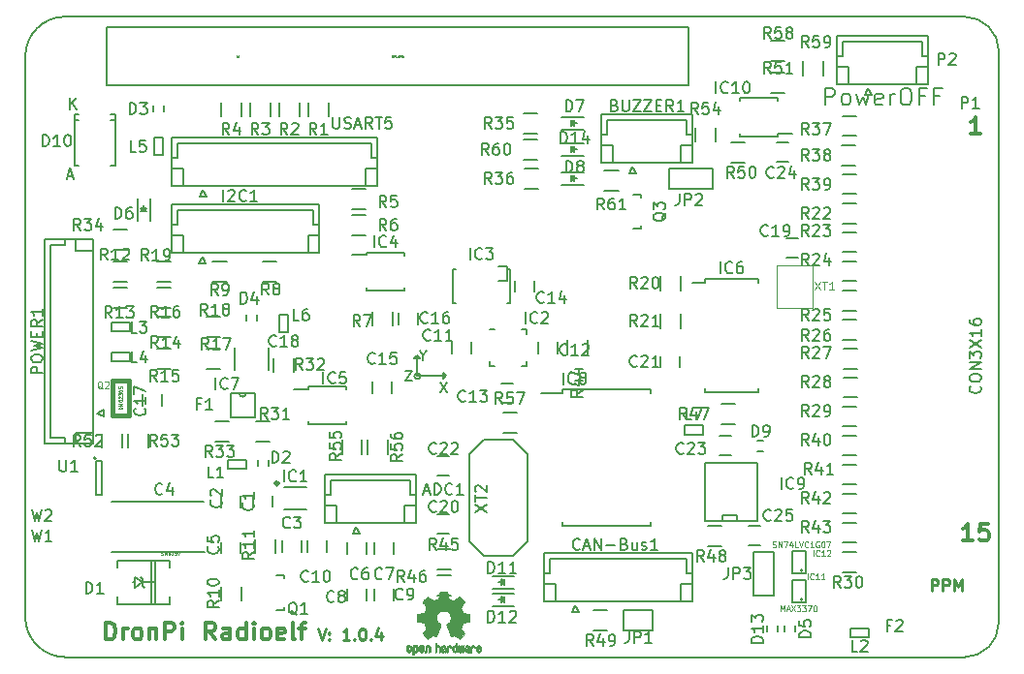
<source format=gto>
G04 #@! TF.FileFunction,Legend,Top*
%FSLAX46Y46*%
G04 Gerber Fmt 4.6, Leading zero omitted, Abs format (unit mm)*
G04 Created by KiCad (PCBNEW no-vcs-found-undefined) date Fri Oct 14 17:23:30 2016*
%MOMM*%
%LPD*%
G01*
G04 APERTURE LIST*
%ADD10C,0.100000*%
%ADD11C,0.150000*%
%ADD12C,0.250000*%
%ADD13C,0.300000*%
%ADD14C,0.200000*%
%ADD15C,0.127000*%
%ADD16C,0.152400*%
%ADD17C,0.198120*%
%ADD18C,0.099060*%
%ADD19C,0.398780*%
%ADD20C,0.010000*%
%ADD21C,0.037500*%
%ADD22C,0.124460*%
%ADD23C,0.071120*%
%ADD24C,0.074930*%
%ADD25C,0.076200*%
%ADD26C,0.075000*%
G04 APERTURE END LIST*
D10*
D11*
X176828285Y-81958571D02*
X176828285Y-80458571D01*
X177399714Y-80458571D01*
X177542571Y-80530000D01*
X177614000Y-80601428D01*
X177685428Y-80744285D01*
X177685428Y-80958571D01*
X177614000Y-81101428D01*
X177542571Y-81172857D01*
X177399714Y-81244285D01*
X176828285Y-81244285D01*
X178542571Y-81958571D02*
X178399714Y-81887142D01*
X178328285Y-81815714D01*
X178256857Y-81672857D01*
X178256857Y-81244285D01*
X178328285Y-81101428D01*
X178399714Y-81030000D01*
X178542571Y-80958571D01*
X178756857Y-80958571D01*
X178899714Y-81030000D01*
X178971142Y-81101428D01*
X179042571Y-81244285D01*
X179042571Y-81672857D01*
X178971142Y-81815714D01*
X178899714Y-81887142D01*
X178756857Y-81958571D01*
X178542571Y-81958571D01*
X179542571Y-80958571D02*
X179828285Y-81958571D01*
X180114000Y-81244285D01*
X180399714Y-81958571D01*
X180685428Y-80958571D01*
X181828285Y-81887142D02*
X181685428Y-81958571D01*
X181399714Y-81958571D01*
X181256857Y-81887142D01*
X181185428Y-81744285D01*
X181185428Y-81172857D01*
X181256857Y-81030000D01*
X181399714Y-80958571D01*
X181685428Y-80958571D01*
X181828285Y-81030000D01*
X181899714Y-81172857D01*
X181899714Y-81315714D01*
X181185428Y-81458571D01*
X182542571Y-81958571D02*
X182542571Y-80958571D01*
X182542571Y-81244285D02*
X182614000Y-81101428D01*
X182685428Y-81030000D01*
X182828285Y-80958571D01*
X182971142Y-80958571D01*
X183756857Y-80458571D02*
X184042571Y-80458571D01*
X184185428Y-80530000D01*
X184328285Y-80672857D01*
X184399714Y-80958571D01*
X184399714Y-81458571D01*
X184328285Y-81744285D01*
X184185428Y-81887142D01*
X184042571Y-81958571D01*
X183756857Y-81958571D01*
X183614000Y-81887142D01*
X183471142Y-81744285D01*
X183399714Y-81458571D01*
X183399714Y-80958571D01*
X183471142Y-80672857D01*
X183614000Y-80530000D01*
X183756857Y-80458571D01*
X185542571Y-81172857D02*
X185042571Y-81172857D01*
X185042571Y-81958571D02*
X185042571Y-80458571D01*
X185756857Y-80458571D01*
X186828285Y-81172857D02*
X186328285Y-81172857D01*
X186328285Y-81958571D02*
X186328285Y-80458571D01*
X187042571Y-80458571D01*
D12*
X186118666Y-124404380D02*
X186118666Y-123404380D01*
X186499619Y-123404380D01*
X186594857Y-123452000D01*
X186642476Y-123499619D01*
X186690095Y-123594857D01*
X186690095Y-123737714D01*
X186642476Y-123832952D01*
X186594857Y-123880571D01*
X186499619Y-123928190D01*
X186118666Y-123928190D01*
X187118666Y-124404380D02*
X187118666Y-123404380D01*
X187499619Y-123404380D01*
X187594857Y-123452000D01*
X187642476Y-123499619D01*
X187690095Y-123594857D01*
X187690095Y-123737714D01*
X187642476Y-123832952D01*
X187594857Y-123880571D01*
X187499619Y-123928190D01*
X187118666Y-123928190D01*
X188118666Y-124404380D02*
X188118666Y-123404380D01*
X188452000Y-124118666D01*
X188785333Y-123404380D01*
X188785333Y-124404380D01*
D13*
X189706285Y-120058571D02*
X188849142Y-120058571D01*
X189277714Y-120058571D02*
X189277714Y-118558571D01*
X189134857Y-118772857D01*
X188992000Y-118915714D01*
X188849142Y-118987142D01*
X191063428Y-118558571D02*
X190349142Y-118558571D01*
X190277714Y-119272857D01*
X190349142Y-119201428D01*
X190492000Y-119130000D01*
X190849142Y-119130000D01*
X190992000Y-119201428D01*
X191063428Y-119272857D01*
X191134857Y-119415714D01*
X191134857Y-119772857D01*
X191063428Y-119915714D01*
X190992000Y-119987142D01*
X190849142Y-120058571D01*
X190492000Y-120058571D01*
X190349142Y-119987142D01*
X190277714Y-119915714D01*
X190420571Y-84498571D02*
X189563428Y-84498571D01*
X189992000Y-84498571D02*
X189992000Y-82998571D01*
X189849142Y-83212857D01*
X189706285Y-83355714D01*
X189563428Y-83427142D01*
D12*
X132524857Y-127722380D02*
X132858190Y-128722380D01*
X133191523Y-127722380D01*
X133524857Y-128627142D02*
X133572476Y-128674761D01*
X133524857Y-128722380D01*
X133477238Y-128674761D01*
X133524857Y-128627142D01*
X133524857Y-128722380D01*
X133524857Y-128103333D02*
X133572476Y-128150952D01*
X133524857Y-128198571D01*
X133477238Y-128150952D01*
X133524857Y-128103333D01*
X133524857Y-128198571D01*
X135286761Y-128722380D02*
X134715333Y-128722380D01*
X135001047Y-128722380D02*
X135001047Y-127722380D01*
X134905809Y-127865238D01*
X134810571Y-127960476D01*
X134715333Y-128008095D01*
X135715333Y-128627142D02*
X135762952Y-128674761D01*
X135715333Y-128722380D01*
X135667714Y-128674761D01*
X135715333Y-128627142D01*
X135715333Y-128722380D01*
X136382000Y-127722380D02*
X136477238Y-127722380D01*
X136572476Y-127770000D01*
X136620095Y-127817619D01*
X136667714Y-127912857D01*
X136715333Y-128103333D01*
X136715333Y-128341428D01*
X136667714Y-128531904D01*
X136620095Y-128627142D01*
X136572476Y-128674761D01*
X136477238Y-128722380D01*
X136382000Y-128722380D01*
X136286761Y-128674761D01*
X136239142Y-128627142D01*
X136191523Y-128531904D01*
X136143904Y-128341428D01*
X136143904Y-128103333D01*
X136191523Y-127912857D01*
X136239142Y-127817619D01*
X136286761Y-127770000D01*
X136382000Y-127722380D01*
X137143904Y-128627142D02*
X137191523Y-128674761D01*
X137143904Y-128722380D01*
X137096285Y-128674761D01*
X137143904Y-128627142D01*
X137143904Y-128722380D01*
X138048666Y-128055714D02*
X138048666Y-128722380D01*
X137810571Y-127674761D02*
X137572476Y-128389047D01*
X138191523Y-128389047D01*
D11*
X190349142Y-106528857D02*
X190396761Y-106576476D01*
X190444380Y-106719333D01*
X190444380Y-106814571D01*
X190396761Y-106957428D01*
X190301523Y-107052666D01*
X190206285Y-107100285D01*
X190015809Y-107147904D01*
X189872952Y-107147904D01*
X189682476Y-107100285D01*
X189587238Y-107052666D01*
X189492000Y-106957428D01*
X189444380Y-106814571D01*
X189444380Y-106719333D01*
X189492000Y-106576476D01*
X189539619Y-106528857D01*
X189444380Y-105909809D02*
X189444380Y-105719333D01*
X189492000Y-105624095D01*
X189587238Y-105528857D01*
X189777714Y-105481238D01*
X190111047Y-105481238D01*
X190301523Y-105528857D01*
X190396761Y-105624095D01*
X190444380Y-105719333D01*
X190444380Y-105909809D01*
X190396761Y-106005047D01*
X190301523Y-106100285D01*
X190111047Y-106147904D01*
X189777714Y-106147904D01*
X189587238Y-106100285D01*
X189492000Y-106005047D01*
X189444380Y-105909809D01*
X190444380Y-105052666D02*
X189444380Y-105052666D01*
X190444380Y-104481238D01*
X189444380Y-104481238D01*
X189444380Y-104100285D02*
X189444380Y-103481238D01*
X189825333Y-103814571D01*
X189825333Y-103671714D01*
X189872952Y-103576476D01*
X189920571Y-103528857D01*
X190015809Y-103481238D01*
X190253904Y-103481238D01*
X190349142Y-103528857D01*
X190396761Y-103576476D01*
X190444380Y-103671714D01*
X190444380Y-103957428D01*
X190396761Y-104052666D01*
X190349142Y-104100285D01*
X189444380Y-103147904D02*
X190444380Y-102481238D01*
X189444380Y-102481238D02*
X190444380Y-103147904D01*
X190444380Y-101576476D02*
X190444380Y-102147904D01*
X190444380Y-101862190D02*
X189444380Y-101862190D01*
X189587238Y-101957428D01*
X189682476Y-102052666D01*
X189730095Y-102147904D01*
X189444380Y-100719333D02*
X189444380Y-100909809D01*
X189492000Y-101005047D01*
X189539619Y-101052666D01*
X189682476Y-101147904D01*
X189872952Y-101195523D01*
X190253904Y-101195523D01*
X190349142Y-101147904D01*
X190396761Y-101100285D01*
X190444380Y-101005047D01*
X190444380Y-100814571D01*
X190396761Y-100719333D01*
X190349142Y-100671714D01*
X190253904Y-100624095D01*
X190015809Y-100624095D01*
X189920571Y-100671714D01*
X189872952Y-100719333D01*
X189825333Y-100814571D01*
X189825333Y-101005047D01*
X189872952Y-101100285D01*
X189920571Y-101147904D01*
X190015809Y-101195523D01*
D13*
X123607142Y-128694571D02*
X123107142Y-127980285D01*
X122750000Y-128694571D02*
X122750000Y-127194571D01*
X123321428Y-127194571D01*
X123464285Y-127266000D01*
X123535714Y-127337428D01*
X123607142Y-127480285D01*
X123607142Y-127694571D01*
X123535714Y-127837428D01*
X123464285Y-127908857D01*
X123321428Y-127980285D01*
X122750000Y-127980285D01*
X124892857Y-128694571D02*
X124892857Y-127908857D01*
X124821428Y-127766000D01*
X124678571Y-127694571D01*
X124392857Y-127694571D01*
X124250000Y-127766000D01*
X124892857Y-128623142D02*
X124750000Y-128694571D01*
X124392857Y-128694571D01*
X124250000Y-128623142D01*
X124178571Y-128480285D01*
X124178571Y-128337428D01*
X124250000Y-128194571D01*
X124392857Y-128123142D01*
X124750000Y-128123142D01*
X124892857Y-128051714D01*
X126250000Y-128694571D02*
X126250000Y-127194571D01*
X126250000Y-128623142D02*
X126107142Y-128694571D01*
X125821428Y-128694571D01*
X125678571Y-128623142D01*
X125607142Y-128551714D01*
X125535714Y-128408857D01*
X125535714Y-127980285D01*
X125607142Y-127837428D01*
X125678571Y-127766000D01*
X125821428Y-127694571D01*
X126107142Y-127694571D01*
X126250000Y-127766000D01*
X126964285Y-128694571D02*
X126964285Y-127694571D01*
X126964285Y-127194571D02*
X126892857Y-127266000D01*
X126964285Y-127337428D01*
X127035714Y-127266000D01*
X126964285Y-127194571D01*
X126964285Y-127337428D01*
X127892857Y-128694571D02*
X127750000Y-128623142D01*
X127678571Y-128551714D01*
X127607142Y-128408857D01*
X127607142Y-127980285D01*
X127678571Y-127837428D01*
X127750000Y-127766000D01*
X127892857Y-127694571D01*
X128107142Y-127694571D01*
X128250000Y-127766000D01*
X128321428Y-127837428D01*
X128392857Y-127980285D01*
X128392857Y-128408857D01*
X128321428Y-128551714D01*
X128250000Y-128623142D01*
X128107142Y-128694571D01*
X127892857Y-128694571D01*
X129607142Y-128623142D02*
X129464285Y-128694571D01*
X129178571Y-128694571D01*
X129035714Y-128623142D01*
X128964285Y-128480285D01*
X128964285Y-127908857D01*
X129035714Y-127766000D01*
X129178571Y-127694571D01*
X129464285Y-127694571D01*
X129607142Y-127766000D01*
X129678571Y-127908857D01*
X129678571Y-128051714D01*
X128964285Y-128194571D01*
X130535714Y-128694571D02*
X130392857Y-128623142D01*
X130321428Y-128480285D01*
X130321428Y-127194571D01*
X130892857Y-127694571D02*
X131464285Y-127694571D01*
X131107142Y-128694571D02*
X131107142Y-127408857D01*
X131178571Y-127266000D01*
X131321428Y-127194571D01*
X131464285Y-127194571D01*
X114026571Y-128694571D02*
X114026571Y-127194571D01*
X114383714Y-127194571D01*
X114598000Y-127266000D01*
X114740857Y-127408857D01*
X114812285Y-127551714D01*
X114883714Y-127837428D01*
X114883714Y-128051714D01*
X114812285Y-128337428D01*
X114740857Y-128480285D01*
X114598000Y-128623142D01*
X114383714Y-128694571D01*
X114026571Y-128694571D01*
X115526571Y-128694571D02*
X115526571Y-127694571D01*
X115526571Y-127980285D02*
X115598000Y-127837428D01*
X115669428Y-127766000D01*
X115812285Y-127694571D01*
X115955142Y-127694571D01*
X116669428Y-128694571D02*
X116526571Y-128623142D01*
X116455142Y-128551714D01*
X116383714Y-128408857D01*
X116383714Y-127980285D01*
X116455142Y-127837428D01*
X116526571Y-127766000D01*
X116669428Y-127694571D01*
X116883714Y-127694571D01*
X117026571Y-127766000D01*
X117098000Y-127837428D01*
X117169428Y-127980285D01*
X117169428Y-128408857D01*
X117098000Y-128551714D01*
X117026571Y-128623142D01*
X116883714Y-128694571D01*
X116669428Y-128694571D01*
X117812285Y-127694571D02*
X117812285Y-128694571D01*
X117812285Y-127837428D02*
X117883714Y-127766000D01*
X118026571Y-127694571D01*
X118240857Y-127694571D01*
X118383714Y-127766000D01*
X118455142Y-127908857D01*
X118455142Y-128694571D01*
X119169428Y-128694571D02*
X119169428Y-127194571D01*
X119740857Y-127194571D01*
X119883714Y-127266000D01*
X119955142Y-127337428D01*
X120026571Y-127480285D01*
X120026571Y-127694571D01*
X119955142Y-127837428D01*
X119883714Y-127908857D01*
X119740857Y-127980285D01*
X119169428Y-127980285D01*
X120669428Y-128694571D02*
X120669428Y-127694571D01*
X120669428Y-127194571D02*
X120598000Y-127266000D01*
X120669428Y-127337428D01*
X120740857Y-127266000D01*
X120669428Y-127194571D01*
X120669428Y-127337428D01*
D11*
X141732000Y-103866952D02*
X141732000Y-104247904D01*
X141465333Y-103447904D02*
X141732000Y-103866952D01*
X141998666Y-103447904D01*
X143243333Y-106241904D02*
X143776666Y-107041904D01*
X143776666Y-106241904D02*
X143243333Y-107041904D01*
X140195333Y-105225904D02*
X140728666Y-105225904D01*
X140195333Y-106025904D01*
X140728666Y-106025904D01*
D14*
X143510000Y-105918000D02*
X143764000Y-105664000D01*
X143510000Y-105410000D02*
X143510000Y-105918000D01*
X143764000Y-105664000D02*
X143510000Y-105410000D01*
X141224000Y-105664000D02*
X143510000Y-105664000D01*
X141224000Y-103886000D02*
X141478000Y-104140000D01*
X140970000Y-104140000D02*
X141478000Y-104140000D01*
X141224000Y-103886000D02*
X140970000Y-104140000D01*
X141478000Y-105664000D02*
G75*
G03X141478000Y-105664000I-254000J0D01*
G01*
X141224000Y-105664000D02*
X141224000Y-104140000D01*
D11*
X164884920Y-80264000D02*
X164884920Y-75184000D01*
X114090000Y-75184000D02*
X114090000Y-80264000D01*
X164890000Y-80264000D02*
X114090000Y-80264000D01*
X114090000Y-75184000D02*
X164890000Y-75184000D01*
X110490000Y-74224000D02*
G75*
G03X106990000Y-77724000I0J-3500000D01*
G01*
X106990000Y-126724000D02*
G75*
G03X110490000Y-130224000I3500000J0D01*
G01*
X110490000Y-130224000D02*
X188990000Y-130224000D01*
X188990000Y-130224000D02*
G75*
G03X191990000Y-127224000I0J3000000D01*
G01*
X191990000Y-127224000D02*
X191990000Y-77224000D01*
X191990000Y-77224000D02*
G75*
G03X188990000Y-74224000I-3000000J0D01*
G01*
X188990000Y-74224000D02*
X110490000Y-74224000D01*
X106990000Y-126724000D02*
X106990000Y-77724000D01*
X147066000Y-121412000D02*
X145796000Y-120142000D01*
X145796000Y-112522000D02*
X147066000Y-111252000D01*
X149606000Y-111252000D02*
X150876000Y-112522000D01*
X149606000Y-121412000D02*
X150876000Y-120142000D01*
X145796000Y-120142000D02*
X145796000Y-112522000D01*
X147066000Y-121412000D02*
X149606000Y-121412000D01*
X150876000Y-120142000D02*
X150876000Y-112522000D01*
X149606000Y-111252000D02*
X147066000Y-111252000D01*
D15*
X129940000Y-101854000D02*
X129140000Y-101854000D01*
X129140000Y-101854000D02*
X129140000Y-100254000D01*
X129140000Y-100254000D02*
X129940000Y-100254000D01*
X129940000Y-100254000D02*
X129940000Y-101854000D01*
D11*
X172705000Y-84675000D02*
X172705000Y-84425000D01*
X169355000Y-84675000D02*
X169355000Y-84425000D01*
X169355000Y-81325000D02*
X169355000Y-81575000D01*
X172705000Y-81325000D02*
X172705000Y-81575000D01*
X172705000Y-84675000D02*
X169355000Y-84675000D01*
X172705000Y-81325000D02*
X169355000Y-81325000D01*
X172705000Y-84425000D02*
X173955000Y-84425000D01*
D13*
X129097421Y-115032000D02*
G75*
G03X129097421Y-115032000I-141421J0D01*
G01*
D11*
X131556000Y-117332000D02*
X129556000Y-117332000D01*
X129556000Y-115332000D02*
X131556000Y-115332000D01*
X118960000Y-108212000D02*
X118960000Y-107212000D01*
X117260000Y-107212000D02*
X117260000Y-108212000D01*
D16*
X124929900Y-109245400D02*
X127038100Y-109245400D01*
X127038100Y-109245400D02*
X127038100Y-107162600D01*
X127038100Y-107162600D02*
X124929900Y-107162600D01*
X124929900Y-107162600D02*
X124929900Y-109245400D01*
X125679200Y-107149900D02*
G75*
G03X126288800Y-107149900I304800J0D01*
G01*
D11*
X141312000Y-101100000D02*
X141312000Y-100100000D01*
X139612000Y-100100000D02*
X139612000Y-101100000D01*
X117898000Y-92044700D02*
X117898000Y-90144700D01*
X116798000Y-92044700D02*
X116798000Y-90144700D01*
X117348000Y-91144700D02*
X117348000Y-90694700D01*
X117098000Y-91194700D02*
X117598000Y-91194700D01*
X117348000Y-91194700D02*
X117098000Y-90944700D01*
X117098000Y-90944700D02*
X117598000Y-90944700D01*
X117598000Y-90944700D02*
X117348000Y-91194700D01*
X153840000Y-84116000D02*
X155740000Y-84116000D01*
X153840000Y-83016000D02*
X155740000Y-83016000D01*
X154740000Y-83566000D02*
X155190000Y-83566000D01*
X154690000Y-83316000D02*
X154690000Y-83816000D01*
X154690000Y-83566000D02*
X154940000Y-83316000D01*
X154940000Y-83316000D02*
X154940000Y-83816000D01*
X154940000Y-83816000D02*
X154690000Y-83566000D01*
X153840000Y-88942000D02*
X155740000Y-88942000D01*
X153840000Y-87842000D02*
X155740000Y-87842000D01*
X154740000Y-88392000D02*
X155190000Y-88392000D01*
X154690000Y-88142000D02*
X154690000Y-88642000D01*
X154690000Y-88392000D02*
X154940000Y-88142000D01*
X154940000Y-88142000D02*
X154940000Y-88642000D01*
X154940000Y-88642000D02*
X154690000Y-88392000D01*
X131675000Y-106529000D02*
X131675000Y-106829000D01*
X135025000Y-106529000D02*
X135025000Y-106829000D01*
X135025000Y-109879000D02*
X135025000Y-109579000D01*
X131675000Y-109879000D02*
X131675000Y-109579000D01*
X131675000Y-106529000D02*
X135025000Y-106529000D01*
X131675000Y-109879000D02*
X135025000Y-109879000D01*
X131675000Y-106829000D02*
X130450000Y-106829000D01*
D17*
X149311360Y-99288600D02*
X149085300Y-99288600D01*
X144538700Y-99288600D02*
X144312640Y-99288600D01*
X144312640Y-99288600D02*
X144312640Y-96291400D01*
X149311360Y-96291400D02*
X149085300Y-96291400D01*
X144538700Y-96291400D02*
X144312640Y-96291400D01*
X149311360Y-99288600D02*
X149311360Y-96291400D01*
X149085300Y-97340420D02*
X148285200Y-97340420D01*
X149085300Y-96042480D02*
X148285200Y-96042480D01*
X149085300Y-97340420D02*
X149085300Y-96042480D01*
D11*
X166331000Y-97133000D02*
X166331000Y-97458000D01*
X170981000Y-97133000D02*
X170981000Y-97458000D01*
X170981000Y-107083000D02*
X170981000Y-106758000D01*
X166331000Y-107083000D02*
X166331000Y-106758000D01*
X166331000Y-97133000D02*
X170981000Y-97133000D01*
X166331000Y-107083000D02*
X170981000Y-107083000D01*
X166331000Y-97458000D02*
X165256000Y-97458000D01*
D15*
X124676000Y-113792000D02*
X124676000Y-112992000D01*
X124676000Y-112992000D02*
X126276000Y-112992000D01*
X126276000Y-112992000D02*
X126276000Y-113792000D01*
X126276000Y-113792000D02*
X124676000Y-113792000D01*
X179032000Y-128524000D02*
X179032000Y-127724000D01*
X179032000Y-127724000D02*
X180632000Y-127724000D01*
X180632000Y-127724000D02*
X180632000Y-128524000D01*
X180632000Y-128524000D02*
X179032000Y-128524000D01*
X114516000Y-101746000D02*
X114516000Y-100946000D01*
X114516000Y-100946000D02*
X116116000Y-100946000D01*
X116116000Y-100946000D02*
X116116000Y-101746000D01*
X116116000Y-101746000D02*
X114516000Y-101746000D01*
X114516000Y-104394000D02*
X114516000Y-103594000D01*
X114516000Y-103594000D02*
X116116000Y-103594000D01*
X116116000Y-103594000D02*
X116116000Y-104394000D01*
X116116000Y-104394000D02*
X114516000Y-104394000D01*
X118218000Y-84760000D02*
X119018000Y-84760000D01*
X119018000Y-84760000D02*
X119018000Y-86360000D01*
X119018000Y-86360000D02*
X118218000Y-86360000D01*
X118218000Y-86360000D02*
X118218000Y-84760000D01*
X164554000Y-110782000D02*
X164554000Y-109982000D01*
X164554000Y-109982000D02*
X166154000Y-109982000D01*
X166154000Y-109982000D02*
X166154000Y-110782000D01*
X166154000Y-110782000D02*
X164554000Y-110782000D01*
D18*
X175755300Y-95940880D02*
X172605700Y-95940880D01*
X172605700Y-95940880D02*
X172605700Y-99664520D01*
X172605700Y-99664520D02*
X175755300Y-99664520D01*
X175755300Y-99664520D02*
X175755300Y-95940880D01*
D11*
X129600240Y-125889160D02*
X129600240Y-125840900D01*
X128899200Y-123090180D02*
X129600240Y-123090180D01*
X129600240Y-123090180D02*
X129600240Y-123339100D01*
X129600240Y-125889160D02*
X129600240Y-126089820D01*
X129600240Y-126089820D02*
X128899200Y-126089820D01*
X128237000Y-113534000D02*
X128237000Y-113034000D01*
X127287000Y-113034000D02*
X127287000Y-113534000D01*
X118143000Y-82046000D02*
X118143000Y-82546000D01*
X119093000Y-82546000D02*
X119093000Y-82046000D01*
X127221000Y-100834000D02*
X127221000Y-100334000D01*
X126271000Y-100334000D02*
X126271000Y-100834000D01*
X174211000Y-128012000D02*
X174211000Y-127512000D01*
X173261000Y-127512000D02*
X173261000Y-128012000D01*
X171446000Y-111285000D02*
X170946000Y-111285000D01*
X170946000Y-112235000D02*
X171446000Y-112235000D01*
X128612000Y-117086000D02*
X128612000Y-116086000D01*
X126912000Y-116086000D02*
X126912000Y-117086000D01*
X124118000Y-120150000D02*
X124118000Y-121150000D01*
X125818000Y-121150000D02*
X125818000Y-120150000D01*
X137450000Y-120200000D02*
X137450000Y-121200000D01*
X139150000Y-121200000D02*
X139150000Y-120200000D01*
X133350000Y-121050000D02*
X133350000Y-120050000D01*
X131650000Y-120050000D02*
X131650000Y-121050000D01*
X145960000Y-103660000D02*
X145960000Y-102660000D01*
X144260000Y-102660000D02*
X144260000Y-103660000D01*
X151472000Y-98290000D02*
X151472000Y-97290000D01*
X149772000Y-97290000D02*
X149772000Y-98290000D01*
X137326000Y-106164000D02*
X137326000Y-107164000D01*
X139026000Y-107164000D02*
X139026000Y-106164000D01*
X173490000Y-95338000D02*
X174490000Y-95338000D01*
X174490000Y-93638000D02*
X173490000Y-93638000D01*
X131715000Y-82950000D02*
X131715000Y-81750000D01*
X133465000Y-81750000D02*
X133465000Y-82950000D01*
X129185000Y-82950000D02*
X129185000Y-81750000D01*
X130935000Y-81750000D02*
X130935000Y-82950000D01*
X126625000Y-82930000D02*
X126625000Y-81730000D01*
X128375000Y-81730000D02*
X128375000Y-82930000D01*
X124105000Y-82960000D02*
X124105000Y-81760000D01*
X125855000Y-81760000D02*
X125855000Y-82960000D01*
X135544000Y-89295000D02*
X136744000Y-89295000D01*
X136744000Y-91045000D02*
X135544000Y-91045000D01*
X135544000Y-91581000D02*
X136744000Y-91581000D01*
X136744000Y-93331000D02*
X135544000Y-93331000D01*
X139051000Y-100050000D02*
X139051000Y-101250000D01*
X137301000Y-101250000D02*
X137301000Y-100050000D01*
X127740000Y-95635000D02*
X128940000Y-95635000D01*
X128940000Y-97385000D02*
X127740000Y-97385000D01*
X124560000Y-97385000D02*
X123360000Y-97385000D01*
X123360000Y-95635000D02*
X124560000Y-95635000D01*
X125843000Y-124048000D02*
X125843000Y-125248000D01*
X124093000Y-125248000D02*
X124093000Y-124048000D01*
X127055000Y-121140000D02*
X127055000Y-119940000D01*
X128805000Y-119940000D02*
X128805000Y-121140000D01*
X115916000Y-97395000D02*
X114716000Y-97395000D01*
X114716000Y-95645000D02*
X115916000Y-95645000D01*
X115916000Y-99681000D02*
X114716000Y-99681000D01*
X114716000Y-97931000D02*
X115916000Y-97931000D01*
X162447000Y-98136000D02*
X162447000Y-96936000D01*
X164197000Y-96936000D02*
X164197000Y-98136000D01*
X162447000Y-101438000D02*
X162447000Y-100238000D01*
X164197000Y-100238000D02*
X164197000Y-101438000D01*
X178320000Y-90545000D02*
X179520000Y-90545000D01*
X179520000Y-92295000D02*
X178320000Y-92295000D01*
X178320000Y-93055000D02*
X179520000Y-93055000D01*
X179520000Y-94805000D02*
X178320000Y-94805000D01*
X178350000Y-95595000D02*
X179550000Y-95595000D01*
X179550000Y-97345000D02*
X178350000Y-97345000D01*
X178350000Y-98165000D02*
X179550000Y-98165000D01*
X179550000Y-99915000D02*
X178350000Y-99915000D01*
X178350000Y-100705000D02*
X179550000Y-100705000D01*
X179550000Y-102455000D02*
X178350000Y-102455000D01*
X178410000Y-103245000D02*
X179610000Y-103245000D01*
X179610000Y-104995000D02*
X178410000Y-104995000D01*
X178410000Y-105775000D02*
X179610000Y-105775000D01*
X179610000Y-107525000D02*
X178410000Y-107525000D01*
X178380000Y-108305000D02*
X179580000Y-108305000D01*
X179580000Y-110055000D02*
X178380000Y-110055000D01*
X178340000Y-121045000D02*
X179540000Y-121045000D01*
X179540000Y-122795000D02*
X178340000Y-122795000D01*
X127162000Y-109615000D02*
X128362000Y-109615000D01*
X128362000Y-111365000D02*
X127162000Y-111365000D01*
X128665000Y-105314000D02*
X128665000Y-104114000D01*
X130415000Y-104114000D02*
X130415000Y-105314000D01*
X123540000Y-109615000D02*
X124740000Y-109615000D01*
X124740000Y-111365000D02*
X123540000Y-111365000D01*
X114716000Y-92851000D02*
X115916000Y-92851000D01*
X115916000Y-94601000D02*
X114716000Y-94601000D01*
X150530000Y-82691000D02*
X151730000Y-82691000D01*
X151730000Y-84441000D02*
X150530000Y-84441000D01*
X150596000Y-87517000D02*
X151796000Y-87517000D01*
X151796000Y-89267000D02*
X150596000Y-89267000D01*
X178330000Y-82895000D02*
X179530000Y-82895000D01*
X179530000Y-84645000D02*
X178330000Y-84645000D01*
X178280000Y-85485000D02*
X179480000Y-85485000D01*
X179480000Y-87235000D02*
X178280000Y-87235000D01*
X178330000Y-87995000D02*
X179530000Y-87995000D01*
X179530000Y-89745000D02*
X178330000Y-89745000D01*
X178350000Y-110845000D02*
X179550000Y-110845000D01*
X179550000Y-112595000D02*
X178350000Y-112595000D01*
X178350000Y-113395000D02*
X179550000Y-113395000D01*
X179550000Y-115145000D02*
X178350000Y-115145000D01*
X178360000Y-115935000D02*
X179560000Y-115935000D01*
X179560000Y-117685000D02*
X178360000Y-117685000D01*
X178350000Y-118475000D02*
X179550000Y-118475000D01*
X179550000Y-120225000D02*
X178350000Y-120225000D01*
X147552000Y-104748000D02*
X147552000Y-104348000D01*
X147552000Y-104748000D02*
X147952000Y-104748000D01*
X150752000Y-104748000D02*
X150752000Y-104348000D01*
X150752000Y-104748000D02*
X150352000Y-104748000D01*
X150752000Y-101548000D02*
X150752000Y-101948000D01*
X150752000Y-101548000D02*
X150352000Y-101548000D01*
X147552000Y-101548000D02*
X147952000Y-101548000D01*
X143010000Y-119468000D02*
X144010000Y-119468000D01*
X144010000Y-117768000D02*
X143010000Y-117768000D01*
X164172000Y-104894000D02*
X164172000Y-103894000D01*
X162472000Y-103894000D02*
X162472000Y-104894000D01*
X143010000Y-114388000D02*
X144010000Y-114388000D01*
X144010000Y-112688000D02*
X143010000Y-112688000D01*
X167648000Y-112610000D02*
X168648000Y-112610000D01*
X168648000Y-110910000D02*
X167648000Y-110910000D01*
X149690000Y-123148000D02*
X147790000Y-123148000D01*
X149690000Y-124248000D02*
X147790000Y-124248000D01*
X148790000Y-123698000D02*
X148340000Y-123698000D01*
X148840000Y-123948000D02*
X148840000Y-123448000D01*
X148840000Y-123698000D02*
X148590000Y-123948000D01*
X148590000Y-123948000D02*
X148590000Y-123448000D01*
X148590000Y-123448000D02*
X148840000Y-123698000D01*
X149690000Y-124672000D02*
X147790000Y-124672000D01*
X149690000Y-125772000D02*
X147790000Y-125772000D01*
X148790000Y-125222000D02*
X148340000Y-125222000D01*
X148840000Y-125472000D02*
X148840000Y-124972000D01*
X148840000Y-125222000D02*
X148590000Y-125472000D01*
X148590000Y-125472000D02*
X148590000Y-124972000D01*
X148590000Y-124972000D02*
X148840000Y-125222000D01*
X153859000Y-106826000D02*
X153859000Y-107171000D01*
X161609000Y-106826000D02*
X161609000Y-107171000D01*
X161609000Y-118726000D02*
X161609000Y-118381000D01*
X153859000Y-118726000D02*
X153859000Y-118381000D01*
X153859000Y-106826000D02*
X161609000Y-106826000D01*
X153859000Y-118726000D02*
X161609000Y-118726000D01*
X153859000Y-107171000D02*
X152034000Y-107171000D01*
X166370000Y-118364000D02*
X166370000Y-113284000D01*
X166370000Y-113284000D02*
X170942000Y-113284000D01*
X170942000Y-113284000D02*
X170942000Y-118364000D01*
X170942000Y-118364000D02*
X166370000Y-118364000D01*
X167894000Y-118364000D02*
X167894000Y-117856000D01*
X167894000Y-117856000D02*
X169164000Y-117856000D01*
X169164000Y-117856000D02*
X169164000Y-118364000D01*
X159258000Y-127889000D02*
X161798000Y-127889000D01*
X161798000Y-126111000D02*
X159258000Y-126111000D01*
X161798000Y-126111000D02*
X161798000Y-127889000D01*
X159258000Y-127889000D02*
X159258000Y-126111000D01*
X154319000Y-103724000D02*
X154319000Y-102524000D01*
X156069000Y-102524000D02*
X156069000Y-103724000D01*
X144176000Y-122541000D02*
X142976000Y-122541000D01*
X142976000Y-120791000D02*
X144176000Y-120791000D01*
X144176000Y-124827000D02*
X142976000Y-124827000D01*
X142976000Y-123077000D02*
X144176000Y-123077000D01*
X169002000Y-109841000D02*
X167802000Y-109841000D01*
X167802000Y-108091000D02*
X169002000Y-108091000D01*
X167798000Y-120509000D02*
X166598000Y-120509000D01*
X166598000Y-118759000D02*
X167798000Y-118759000D01*
X156626000Y-126125000D02*
X157826000Y-126125000D01*
X157826000Y-127875000D02*
X156626000Y-127875000D01*
X125818000Y-117102000D02*
X125818000Y-116102000D01*
X124118000Y-116102000D02*
X124118000Y-117102000D01*
X131130000Y-121050000D02*
X131130000Y-120050000D01*
X129430000Y-120050000D02*
X129430000Y-121050000D01*
X135090000Y-120200000D02*
X135090000Y-121200000D01*
X136790000Y-121200000D02*
X136790000Y-120200000D01*
X136800000Y-125260000D02*
X136800000Y-124260000D01*
X135100000Y-124260000D02*
X135100000Y-125260000D01*
X139170000Y-125270000D02*
X139170000Y-124270000D01*
X137470000Y-124270000D02*
X137470000Y-125270000D01*
X151804000Y-102640000D02*
X151804000Y-103640000D01*
X153504000Y-103640000D02*
X153504000Y-102640000D01*
X149598000Y-106338000D02*
X148598000Y-106338000D01*
X148598000Y-108038000D02*
X149598000Y-108038000D01*
X122844000Y-100471000D02*
X124044000Y-100471000D01*
X124044000Y-102221000D02*
X122844000Y-102221000D01*
X119726000Y-97395000D02*
X118526000Y-97395000D01*
X118526000Y-95645000D02*
X119726000Y-95645000D01*
X119726000Y-102221000D02*
X118526000Y-102221000D01*
X118526000Y-100471000D02*
X119726000Y-100471000D01*
X118526000Y-103265000D02*
X119726000Y-103265000D01*
X119726000Y-105015000D02*
X118526000Y-105015000D01*
X119710000Y-99665000D02*
X118510000Y-99665000D01*
X118510000Y-97915000D02*
X119710000Y-97915000D01*
X122844000Y-103265000D02*
X124044000Y-103265000D01*
X124044000Y-105015000D02*
X122844000Y-105015000D01*
X172630000Y-86920000D02*
X173630000Y-86920000D01*
X173630000Y-85220000D02*
X172630000Y-85220000D01*
X157320000Y-82782000D02*
X157320000Y-86982000D01*
X157320000Y-86982000D02*
X165220000Y-86982000D01*
X165220000Y-86982000D02*
X165220000Y-82782000D01*
X165220000Y-82782000D02*
X157320000Y-82782000D01*
X157320000Y-84582000D02*
X157820000Y-84582000D01*
X157820000Y-84582000D02*
X157820000Y-83282000D01*
X157820000Y-83282000D02*
X164720000Y-83282000D01*
X164720000Y-83282000D02*
X164720000Y-84582000D01*
X164720000Y-84582000D02*
X165220000Y-84582000D01*
X157320000Y-85482000D02*
X158320000Y-85482000D01*
X158320000Y-85482000D02*
X158320000Y-86982000D01*
X165220000Y-85482000D02*
X164220000Y-85482000D01*
X164220000Y-85482000D02*
X164220000Y-86982000D01*
X160020000Y-87332000D02*
X159720000Y-87932000D01*
X159720000Y-87932000D02*
X160320000Y-87932000D01*
X160320000Y-87932000D02*
X160020000Y-87332000D01*
X169850000Y-86975000D02*
X168650000Y-86975000D01*
X168650000Y-85225000D02*
X169850000Y-85225000D01*
X172120000Y-79135000D02*
X173320000Y-79135000D01*
X173320000Y-80885000D02*
X172120000Y-80885000D01*
X119808000Y-84814000D02*
X119808000Y-89014000D01*
X119808000Y-89014000D02*
X137708000Y-89014000D01*
X137708000Y-89014000D02*
X137708000Y-84814000D01*
X137708000Y-84814000D02*
X119808000Y-84814000D01*
X119808000Y-86614000D02*
X120308000Y-86614000D01*
X120308000Y-86614000D02*
X120308000Y-85314000D01*
X120308000Y-85314000D02*
X137208000Y-85314000D01*
X137208000Y-85314000D02*
X137208000Y-86614000D01*
X137208000Y-86614000D02*
X137708000Y-86614000D01*
X119808000Y-87514000D02*
X120808000Y-87514000D01*
X120808000Y-87514000D02*
X120808000Y-89014000D01*
X137708000Y-87514000D02*
X136708000Y-87514000D01*
X136708000Y-87514000D02*
X136708000Y-89014000D01*
X122508000Y-89364000D02*
X122208000Y-89964000D01*
X122208000Y-89964000D02*
X122808000Y-89964000D01*
X122808000Y-89964000D02*
X122508000Y-89364000D01*
X119768000Y-90656000D02*
X119768000Y-94856000D01*
X119768000Y-94856000D02*
X132668000Y-94856000D01*
X132668000Y-94856000D02*
X132668000Y-90656000D01*
X132668000Y-90656000D02*
X119768000Y-90656000D01*
X119768000Y-92456000D02*
X120268000Y-92456000D01*
X120268000Y-92456000D02*
X120268000Y-91156000D01*
X120268000Y-91156000D02*
X132168000Y-91156000D01*
X132168000Y-91156000D02*
X132168000Y-92456000D01*
X132168000Y-92456000D02*
X132668000Y-92456000D01*
X119768000Y-93356000D02*
X120768000Y-93356000D01*
X120768000Y-93356000D02*
X120768000Y-94856000D01*
X132668000Y-93356000D02*
X131668000Y-93356000D01*
X131668000Y-93356000D02*
X131668000Y-94856000D01*
X122468000Y-95206000D02*
X122168000Y-95806000D01*
X122168000Y-95806000D02*
X122768000Y-95806000D01*
X122768000Y-95806000D02*
X122468000Y-95206000D01*
X108690000Y-111586000D02*
X112890000Y-111586000D01*
X112890000Y-111586000D02*
X112890000Y-93686000D01*
X112890000Y-93686000D02*
X108690000Y-93686000D01*
X108690000Y-93686000D02*
X108690000Y-111586000D01*
X110490000Y-111586000D02*
X110490000Y-111086000D01*
X110490000Y-111086000D02*
X109190000Y-111086000D01*
X109190000Y-111086000D02*
X109190000Y-94186000D01*
X109190000Y-94186000D02*
X110490000Y-94186000D01*
X110490000Y-94186000D02*
X110490000Y-93686000D01*
X111390000Y-111586000D02*
X111390000Y-110586000D01*
X111390000Y-110586000D02*
X112890000Y-110586000D01*
X111390000Y-93686000D02*
X111390000Y-94686000D01*
X111390000Y-94686000D02*
X112890000Y-94686000D01*
X113240000Y-108886000D02*
X113840000Y-109186000D01*
X113840000Y-109186000D02*
X113840000Y-108586000D01*
X113840000Y-108586000D02*
X113240000Y-108886000D01*
X152320000Y-121136000D02*
X152320000Y-125336000D01*
X152320000Y-125336000D02*
X165220000Y-125336000D01*
X165220000Y-125336000D02*
X165220000Y-121136000D01*
X165220000Y-121136000D02*
X152320000Y-121136000D01*
X152320000Y-122936000D02*
X152820000Y-122936000D01*
X152820000Y-122936000D02*
X152820000Y-121636000D01*
X152820000Y-121636000D02*
X164720000Y-121636000D01*
X164720000Y-121636000D02*
X164720000Y-122936000D01*
X164720000Y-122936000D02*
X165220000Y-122936000D01*
X152320000Y-123836000D02*
X153320000Y-123836000D01*
X153320000Y-123836000D02*
X153320000Y-125336000D01*
X165220000Y-123836000D02*
X164220000Y-123836000D01*
X164220000Y-123836000D02*
X164220000Y-125336000D01*
X155020000Y-125686000D02*
X154720000Y-126286000D01*
X154720000Y-126286000D02*
X155320000Y-126286000D01*
X155320000Y-126286000D02*
X155020000Y-125686000D01*
D19*
X116017040Y-109070140D02*
X114614960Y-109070140D01*
X114614960Y-109070140D02*
X114614960Y-106067860D01*
X114614960Y-106067860D02*
X116017040Y-106067860D01*
X116017040Y-106067860D02*
X116017040Y-109070140D01*
D11*
X115429000Y-110718000D02*
X115429000Y-111918000D01*
X113679000Y-111918000D02*
X113679000Y-110718000D01*
X115965000Y-111918000D02*
X115965000Y-110718000D01*
X117715000Y-110718000D02*
X117715000Y-111918000D01*
X113154000Y-112854000D02*
G75*
G03X113154000Y-112854000I-100000J0D01*
G01*
X113704000Y-113104000D02*
X113204000Y-113104000D01*
X113704000Y-116004000D02*
X113704000Y-113104000D01*
X113204000Y-116004000D02*
X113704000Y-116004000D01*
X113204000Y-113104000D02*
X113204000Y-116004000D01*
X111329940Y-83240860D02*
X111680460Y-83240860D01*
X114830060Y-83240860D02*
X114479540Y-83240860D01*
X111329940Y-87290440D02*
X111680460Y-87290440D01*
X111329940Y-82789560D02*
X111680460Y-82789560D01*
X114830060Y-82789560D02*
X114479540Y-82789560D01*
X114830060Y-87290440D02*
X114479540Y-87290440D01*
X111329940Y-82789560D02*
X111329940Y-87290440D01*
X114830060Y-82789560D02*
X114830060Y-87290440D01*
X167005000Y-87503000D02*
X163195000Y-87503000D01*
X163195000Y-87503000D02*
X163195000Y-89281000D01*
X163195000Y-89281000D02*
X167005000Y-89281000D01*
X167005000Y-87503000D02*
X167005000Y-89281000D01*
X167235000Y-83960000D02*
X167235000Y-85160000D01*
X165485000Y-85160000D02*
X165485000Y-83960000D01*
X133190000Y-114278000D02*
X133190000Y-118478000D01*
X133190000Y-118478000D02*
X141090000Y-118478000D01*
X141090000Y-118478000D02*
X141090000Y-114278000D01*
X141090000Y-114278000D02*
X133190000Y-114278000D01*
X133190000Y-116078000D02*
X133690000Y-116078000D01*
X133690000Y-116078000D02*
X133690000Y-114778000D01*
X133690000Y-114778000D02*
X140590000Y-114778000D01*
X140590000Y-114778000D02*
X140590000Y-116078000D01*
X140590000Y-116078000D02*
X141090000Y-116078000D01*
X133190000Y-116978000D02*
X134190000Y-116978000D01*
X134190000Y-116978000D02*
X134190000Y-118478000D01*
X141090000Y-116978000D02*
X140090000Y-116978000D01*
X140090000Y-116978000D02*
X140090000Y-118478000D01*
X135890000Y-118828000D02*
X135590000Y-119428000D01*
X135590000Y-119428000D02*
X136190000Y-119428000D01*
X136190000Y-119428000D02*
X135890000Y-118828000D01*
X134655000Y-112450000D02*
X134655000Y-111250000D01*
X136405000Y-111250000D02*
X136405000Y-112450000D01*
X136865000Y-112450000D02*
X136865000Y-111250000D01*
X138615000Y-111250000D02*
X138615000Y-112450000D01*
D15*
X116586000Y-123698000D02*
X116382800Y-123698000D01*
X115062000Y-121793000D02*
X119634000Y-121793000D01*
X119634000Y-121793000D02*
X119634000Y-122428000D01*
X118008400Y-125603000D02*
X118008400Y-121793000D01*
X118338600Y-125603000D02*
X118338600Y-121793000D01*
X115062000Y-124968000D02*
X115062000Y-125603000D01*
X115062000Y-125603000D02*
X119634000Y-125603000D01*
X119634000Y-125603000D02*
X119634000Y-124968000D01*
X115062000Y-122428000D02*
X115062000Y-121793000D01*
X117221000Y-123698000D02*
X116586000Y-123223020D01*
X116586000Y-123223020D02*
X116586000Y-123698000D01*
X116586000Y-123698000D02*
X116586000Y-124172980D01*
X116586000Y-124172980D02*
X117221000Y-123698000D01*
X117221000Y-123698000D02*
X117221000Y-123380500D01*
X117221000Y-123380500D02*
X117063520Y-123223020D01*
X117221000Y-123698000D02*
X117221000Y-124015500D01*
X117221000Y-124015500D02*
X117378480Y-124172980D01*
X117221000Y-123698000D02*
X118330980Y-123698000D01*
D11*
X171188000Y-118784000D02*
X170188000Y-118784000D01*
X170188000Y-120484000D02*
X171188000Y-120484000D01*
X174864000Y-125160000D02*
G75*
G03X174864000Y-125160000I-100000J0D01*
G01*
X173964000Y-125460000D02*
X173964000Y-123460000D01*
X173964000Y-123460000D02*
X175164000Y-123460000D01*
X175164000Y-123460000D02*
X175164000Y-125460000D01*
X175164000Y-125460000D02*
X173964000Y-125460000D01*
X172339000Y-124841000D02*
X172339000Y-121031000D01*
X172339000Y-121031000D02*
X170561000Y-121031000D01*
X170561000Y-121031000D02*
X170561000Y-124841000D01*
X172339000Y-124841000D02*
X170561000Y-124841000D01*
X174864000Y-122620000D02*
G75*
G03X174864000Y-122620000I-100000J0D01*
G01*
X173964000Y-122920000D02*
X173964000Y-120920000D01*
X173964000Y-120920000D02*
X175164000Y-120920000D01*
X175164000Y-120920000D02*
X175164000Y-122920000D01*
X175164000Y-122920000D02*
X173964000Y-122920000D01*
X172687000Y-128012000D02*
X172687000Y-127512000D01*
X171737000Y-127512000D02*
X171737000Y-128012000D01*
X136755000Y-94845000D02*
X136755000Y-95020000D01*
X140105000Y-94845000D02*
X140105000Y-95095000D01*
X140105000Y-98195000D02*
X140105000Y-97945000D01*
X136755000Y-98195000D02*
X136755000Y-97945000D01*
X136755000Y-94845000D02*
X140105000Y-94845000D01*
X136755000Y-98195000D02*
X140105000Y-98195000D01*
X136755000Y-95020000D02*
X135505000Y-95020000D01*
X122564000Y-116672000D02*
X114564000Y-116672000D01*
X114564000Y-121072000D02*
X122664000Y-121072000D01*
D20*
G36*
X141109744Y-129173918D02*
X141165201Y-129201568D01*
X141214148Y-129252480D01*
X141227629Y-129271338D01*
X141242314Y-129296015D01*
X141251842Y-129322816D01*
X141257293Y-129358587D01*
X141259747Y-129410169D01*
X141260286Y-129478267D01*
X141257852Y-129571588D01*
X141249394Y-129641657D01*
X141233174Y-129693931D01*
X141207454Y-129733869D01*
X141170497Y-129766929D01*
X141167782Y-129768886D01*
X141131360Y-129788908D01*
X141087502Y-129798815D01*
X141031724Y-129801257D01*
X140941048Y-129801257D01*
X140941010Y-129889283D01*
X140940166Y-129938308D01*
X140935024Y-129967065D01*
X140921587Y-129984311D01*
X140895858Y-129998808D01*
X140889679Y-130001769D01*
X140860764Y-130015648D01*
X140838376Y-130024414D01*
X140821729Y-130025171D01*
X140810036Y-130015023D01*
X140802510Y-129991073D01*
X140798366Y-129950426D01*
X140796815Y-129890186D01*
X140797071Y-129807455D01*
X140798349Y-129699339D01*
X140798748Y-129667000D01*
X140800185Y-129555524D01*
X140801472Y-129482603D01*
X140940971Y-129482603D01*
X140941755Y-129544499D01*
X140945240Y-129584997D01*
X140953124Y-129611708D01*
X140967105Y-129632244D01*
X140976597Y-129642260D01*
X141015404Y-129671567D01*
X141049763Y-129673952D01*
X141085216Y-129649750D01*
X141086114Y-129648857D01*
X141100539Y-129630153D01*
X141109313Y-129604732D01*
X141113739Y-129565584D01*
X141115118Y-129505697D01*
X141115143Y-129492430D01*
X141111812Y-129409901D01*
X141100969Y-129352691D01*
X141081340Y-129317766D01*
X141051650Y-129302094D01*
X141034491Y-129300514D01*
X140993766Y-129307926D01*
X140965832Y-129332330D01*
X140949017Y-129376980D01*
X140941650Y-129445130D01*
X140940971Y-129482603D01*
X140801472Y-129482603D01*
X140801708Y-129469245D01*
X140803677Y-129404333D01*
X140806450Y-129356958D01*
X140810388Y-129323290D01*
X140815849Y-129299498D01*
X140823192Y-129281753D01*
X140832777Y-129266224D01*
X140836887Y-129260381D01*
X140891405Y-129205185D01*
X140960336Y-129173890D01*
X141040072Y-129165165D01*
X141109744Y-129173918D01*
X141109744Y-129173918D01*
G37*
X141109744Y-129173918D02*
X141165201Y-129201568D01*
X141214148Y-129252480D01*
X141227629Y-129271338D01*
X141242314Y-129296015D01*
X141251842Y-129322816D01*
X141257293Y-129358587D01*
X141259747Y-129410169D01*
X141260286Y-129478267D01*
X141257852Y-129571588D01*
X141249394Y-129641657D01*
X141233174Y-129693931D01*
X141207454Y-129733869D01*
X141170497Y-129766929D01*
X141167782Y-129768886D01*
X141131360Y-129788908D01*
X141087502Y-129798815D01*
X141031724Y-129801257D01*
X140941048Y-129801257D01*
X140941010Y-129889283D01*
X140940166Y-129938308D01*
X140935024Y-129967065D01*
X140921587Y-129984311D01*
X140895858Y-129998808D01*
X140889679Y-130001769D01*
X140860764Y-130015648D01*
X140838376Y-130024414D01*
X140821729Y-130025171D01*
X140810036Y-130015023D01*
X140802510Y-129991073D01*
X140798366Y-129950426D01*
X140796815Y-129890186D01*
X140797071Y-129807455D01*
X140798349Y-129699339D01*
X140798748Y-129667000D01*
X140800185Y-129555524D01*
X140801472Y-129482603D01*
X140940971Y-129482603D01*
X140941755Y-129544499D01*
X140945240Y-129584997D01*
X140953124Y-129611708D01*
X140967105Y-129632244D01*
X140976597Y-129642260D01*
X141015404Y-129671567D01*
X141049763Y-129673952D01*
X141085216Y-129649750D01*
X141086114Y-129648857D01*
X141100539Y-129630153D01*
X141109313Y-129604732D01*
X141113739Y-129565584D01*
X141115118Y-129505697D01*
X141115143Y-129492430D01*
X141111812Y-129409901D01*
X141100969Y-129352691D01*
X141081340Y-129317766D01*
X141051650Y-129302094D01*
X141034491Y-129300514D01*
X140993766Y-129307926D01*
X140965832Y-129332330D01*
X140949017Y-129376980D01*
X140941650Y-129445130D01*
X140940971Y-129482603D01*
X140801472Y-129482603D01*
X140801708Y-129469245D01*
X140803677Y-129404333D01*
X140806450Y-129356958D01*
X140810388Y-129323290D01*
X140815849Y-129299498D01*
X140823192Y-129281753D01*
X140832777Y-129266224D01*
X140836887Y-129260381D01*
X140891405Y-129205185D01*
X140960336Y-129173890D01*
X141040072Y-129165165D01*
X141109744Y-129173918D01*
G36*
X142226093Y-129181780D02*
X142272672Y-129208723D01*
X142305057Y-129235466D01*
X142328742Y-129263484D01*
X142345059Y-129297748D01*
X142355339Y-129343227D01*
X142360914Y-129404892D01*
X142363116Y-129487711D01*
X142363371Y-129547246D01*
X142363371Y-129766391D01*
X142301686Y-129794044D01*
X142240000Y-129821697D01*
X142232743Y-129581670D01*
X142229744Y-129492028D01*
X142226598Y-129426962D01*
X142222701Y-129382026D01*
X142217447Y-129352770D01*
X142210231Y-129334748D01*
X142200450Y-129323511D01*
X142197312Y-129321079D01*
X142149761Y-129302083D01*
X142101697Y-129309600D01*
X142073086Y-129329543D01*
X142061447Y-129343675D01*
X142053391Y-129362220D01*
X142048271Y-129390334D01*
X142045441Y-129433173D01*
X142044256Y-129495895D01*
X142044057Y-129561261D01*
X142044018Y-129643268D01*
X142042614Y-129701316D01*
X142037914Y-129740465D01*
X142027987Y-129765780D01*
X142010903Y-129782323D01*
X141984732Y-129795156D01*
X141949775Y-129808491D01*
X141911596Y-129823007D01*
X141916141Y-129565389D01*
X141917971Y-129472519D01*
X141920112Y-129403889D01*
X141923181Y-129354711D01*
X141927794Y-129320198D01*
X141934568Y-129295562D01*
X141944119Y-129276016D01*
X141955634Y-129258770D01*
X142011190Y-129203680D01*
X142078980Y-129171822D01*
X142152713Y-129164191D01*
X142226093Y-129181780D01*
X142226093Y-129181780D01*
G37*
X142226093Y-129181780D02*
X142272672Y-129208723D01*
X142305057Y-129235466D01*
X142328742Y-129263484D01*
X142345059Y-129297748D01*
X142355339Y-129343227D01*
X142360914Y-129404892D01*
X142363116Y-129487711D01*
X142363371Y-129547246D01*
X142363371Y-129766391D01*
X142301686Y-129794044D01*
X142240000Y-129821697D01*
X142232743Y-129581670D01*
X142229744Y-129492028D01*
X142226598Y-129426962D01*
X142222701Y-129382026D01*
X142217447Y-129352770D01*
X142210231Y-129334748D01*
X142200450Y-129323511D01*
X142197312Y-129321079D01*
X142149761Y-129302083D01*
X142101697Y-129309600D01*
X142073086Y-129329543D01*
X142061447Y-129343675D01*
X142053391Y-129362220D01*
X142048271Y-129390334D01*
X142045441Y-129433173D01*
X142044256Y-129495895D01*
X142044057Y-129561261D01*
X142044018Y-129643268D01*
X142042614Y-129701316D01*
X142037914Y-129740465D01*
X142027987Y-129765780D01*
X142010903Y-129782323D01*
X141984732Y-129795156D01*
X141949775Y-129808491D01*
X141911596Y-129823007D01*
X141916141Y-129565389D01*
X141917971Y-129472519D01*
X141920112Y-129403889D01*
X141923181Y-129354711D01*
X141927794Y-129320198D01*
X141934568Y-129295562D01*
X141944119Y-129276016D01*
X141955634Y-129258770D01*
X142011190Y-129203680D01*
X142078980Y-129171822D01*
X142152713Y-129164191D01*
X142226093Y-129181780D01*
G36*
X140551115Y-129175962D02*
X140619145Y-129211733D01*
X140669351Y-129269301D01*
X140687185Y-129306312D01*
X140701063Y-129361882D01*
X140708167Y-129432096D01*
X140708840Y-129508727D01*
X140703427Y-129583552D01*
X140692270Y-129648342D01*
X140675714Y-129694873D01*
X140670626Y-129702887D01*
X140610355Y-129762707D01*
X140538769Y-129798535D01*
X140461092Y-129809020D01*
X140382548Y-129792810D01*
X140360689Y-129783092D01*
X140318122Y-129753143D01*
X140280763Y-129713433D01*
X140277232Y-129708397D01*
X140262881Y-129684124D01*
X140253394Y-129658178D01*
X140247790Y-129624022D01*
X140245086Y-129575119D01*
X140244299Y-129504935D01*
X140244286Y-129489200D01*
X140244322Y-129484192D01*
X140389429Y-129484192D01*
X140390273Y-129550430D01*
X140393596Y-129594386D01*
X140400583Y-129622779D01*
X140412416Y-129642325D01*
X140418457Y-129648857D01*
X140453186Y-129673680D01*
X140486903Y-129672548D01*
X140520995Y-129651016D01*
X140541329Y-129628029D01*
X140553371Y-129594478D01*
X140560134Y-129541569D01*
X140560598Y-129535399D01*
X140561752Y-129439513D01*
X140549688Y-129368299D01*
X140524570Y-129322194D01*
X140486560Y-129301635D01*
X140472992Y-129300514D01*
X140437364Y-129306152D01*
X140412994Y-129325686D01*
X140398093Y-129363042D01*
X140390875Y-129422150D01*
X140389429Y-129484192D01*
X140244322Y-129484192D01*
X140244826Y-129414413D01*
X140247096Y-129362159D01*
X140252068Y-129325949D01*
X140260713Y-129299299D01*
X140274005Y-129275722D01*
X140276943Y-129271338D01*
X140326313Y-129212249D01*
X140380109Y-129177947D01*
X140445602Y-129164331D01*
X140467842Y-129163665D01*
X140551115Y-129175962D01*
X140551115Y-129175962D01*
G37*
X140551115Y-129175962D02*
X140619145Y-129211733D01*
X140669351Y-129269301D01*
X140687185Y-129306312D01*
X140701063Y-129361882D01*
X140708167Y-129432096D01*
X140708840Y-129508727D01*
X140703427Y-129583552D01*
X140692270Y-129648342D01*
X140675714Y-129694873D01*
X140670626Y-129702887D01*
X140610355Y-129762707D01*
X140538769Y-129798535D01*
X140461092Y-129809020D01*
X140382548Y-129792810D01*
X140360689Y-129783092D01*
X140318122Y-129753143D01*
X140280763Y-129713433D01*
X140277232Y-129708397D01*
X140262881Y-129684124D01*
X140253394Y-129658178D01*
X140247790Y-129624022D01*
X140245086Y-129575119D01*
X140244299Y-129504935D01*
X140244286Y-129489200D01*
X140244322Y-129484192D01*
X140389429Y-129484192D01*
X140390273Y-129550430D01*
X140393596Y-129594386D01*
X140400583Y-129622779D01*
X140412416Y-129642325D01*
X140418457Y-129648857D01*
X140453186Y-129673680D01*
X140486903Y-129672548D01*
X140520995Y-129651016D01*
X140541329Y-129628029D01*
X140553371Y-129594478D01*
X140560134Y-129541569D01*
X140560598Y-129535399D01*
X140561752Y-129439513D01*
X140549688Y-129368299D01*
X140524570Y-129322194D01*
X140486560Y-129301635D01*
X140472992Y-129300514D01*
X140437364Y-129306152D01*
X140412994Y-129325686D01*
X140398093Y-129363042D01*
X140390875Y-129422150D01*
X140389429Y-129484192D01*
X140244322Y-129484192D01*
X140244826Y-129414413D01*
X140247096Y-129362159D01*
X140252068Y-129325949D01*
X140260713Y-129299299D01*
X140274005Y-129275722D01*
X140276943Y-129271338D01*
X140326313Y-129212249D01*
X140380109Y-129177947D01*
X140445602Y-129164331D01*
X140467842Y-129163665D01*
X140551115Y-129175962D01*
G36*
X141678303Y-129185239D02*
X141735527Y-129223735D01*
X141779749Y-129279335D01*
X141806167Y-129350086D01*
X141811510Y-129402162D01*
X141810903Y-129423893D01*
X141805822Y-129440531D01*
X141791855Y-129455437D01*
X141764589Y-129471973D01*
X141719612Y-129493498D01*
X141652511Y-129523374D01*
X141652171Y-129523524D01*
X141590407Y-129551813D01*
X141539759Y-129576933D01*
X141505404Y-129596179D01*
X141492518Y-129606848D01*
X141492514Y-129606934D01*
X141503872Y-129630166D01*
X141530431Y-129655774D01*
X141560923Y-129674221D01*
X141576370Y-129677886D01*
X141618515Y-129665212D01*
X141654808Y-129633471D01*
X141672517Y-129598572D01*
X141689552Y-129572845D01*
X141722922Y-129543546D01*
X141762149Y-129518235D01*
X141796756Y-129504471D01*
X141803993Y-129503714D01*
X141812139Y-129516160D01*
X141812630Y-129547972D01*
X141806643Y-129590866D01*
X141795357Y-129636558D01*
X141779950Y-129676761D01*
X141779171Y-129678322D01*
X141732804Y-129743062D01*
X141672711Y-129787097D01*
X141604465Y-129808711D01*
X141533638Y-129806185D01*
X141465804Y-129777804D01*
X141462788Y-129775808D01*
X141409427Y-129727448D01*
X141374340Y-129664352D01*
X141354922Y-129581387D01*
X141352316Y-129558078D01*
X141347701Y-129448055D01*
X141353233Y-129396748D01*
X141492514Y-129396748D01*
X141494324Y-129428753D01*
X141504222Y-129438093D01*
X141528898Y-129431105D01*
X141567795Y-129414587D01*
X141611275Y-129393881D01*
X141612356Y-129393333D01*
X141649209Y-129373949D01*
X141664000Y-129361013D01*
X141660353Y-129347451D01*
X141644995Y-129329632D01*
X141605923Y-129303845D01*
X141563846Y-129301950D01*
X141526103Y-129320717D01*
X141500034Y-129356915D01*
X141492514Y-129396748D01*
X141353233Y-129396748D01*
X141357194Y-129360027D01*
X141381550Y-129290212D01*
X141415456Y-129241302D01*
X141476653Y-129191878D01*
X141544063Y-129167359D01*
X141612880Y-129165797D01*
X141678303Y-129185239D01*
X141678303Y-129185239D01*
G37*
X141678303Y-129185239D02*
X141735527Y-129223735D01*
X141779749Y-129279335D01*
X141806167Y-129350086D01*
X141811510Y-129402162D01*
X141810903Y-129423893D01*
X141805822Y-129440531D01*
X141791855Y-129455437D01*
X141764589Y-129471973D01*
X141719612Y-129493498D01*
X141652511Y-129523374D01*
X141652171Y-129523524D01*
X141590407Y-129551813D01*
X141539759Y-129576933D01*
X141505404Y-129596179D01*
X141492518Y-129606848D01*
X141492514Y-129606934D01*
X141503872Y-129630166D01*
X141530431Y-129655774D01*
X141560923Y-129674221D01*
X141576370Y-129677886D01*
X141618515Y-129665212D01*
X141654808Y-129633471D01*
X141672517Y-129598572D01*
X141689552Y-129572845D01*
X141722922Y-129543546D01*
X141762149Y-129518235D01*
X141796756Y-129504471D01*
X141803993Y-129503714D01*
X141812139Y-129516160D01*
X141812630Y-129547972D01*
X141806643Y-129590866D01*
X141795357Y-129636558D01*
X141779950Y-129676761D01*
X141779171Y-129678322D01*
X141732804Y-129743062D01*
X141672711Y-129787097D01*
X141604465Y-129808711D01*
X141533638Y-129806185D01*
X141465804Y-129777804D01*
X141462788Y-129775808D01*
X141409427Y-129727448D01*
X141374340Y-129664352D01*
X141354922Y-129581387D01*
X141352316Y-129558078D01*
X141347701Y-129448055D01*
X141353233Y-129396748D01*
X141492514Y-129396748D01*
X141494324Y-129428753D01*
X141504222Y-129438093D01*
X141528898Y-129431105D01*
X141567795Y-129414587D01*
X141611275Y-129393881D01*
X141612356Y-129393333D01*
X141649209Y-129373949D01*
X141664000Y-129361013D01*
X141660353Y-129347451D01*
X141644995Y-129329632D01*
X141605923Y-129303845D01*
X141563846Y-129301950D01*
X141526103Y-129320717D01*
X141500034Y-129356915D01*
X141492514Y-129396748D01*
X141353233Y-129396748D01*
X141357194Y-129360027D01*
X141381550Y-129290212D01*
X141415456Y-129241302D01*
X141476653Y-129191878D01*
X141544063Y-129167359D01*
X141612880Y-129165797D01*
X141678303Y-129185239D01*
G36*
X142885886Y-129105289D02*
X142890139Y-129164613D01*
X142895025Y-129199572D01*
X142901795Y-129214820D01*
X142911702Y-129215015D01*
X142914914Y-129213195D01*
X142957644Y-129200015D01*
X143013227Y-129200785D01*
X143069737Y-129214333D01*
X143105082Y-129231861D01*
X143141321Y-129259861D01*
X143167813Y-129291549D01*
X143185999Y-129331813D01*
X143197322Y-129385543D01*
X143203222Y-129457626D01*
X143205143Y-129552951D01*
X143205177Y-129571237D01*
X143205200Y-129776646D01*
X143159491Y-129792580D01*
X143127027Y-129803420D01*
X143109215Y-129808468D01*
X143108691Y-129808514D01*
X143106937Y-129794828D01*
X143105444Y-129757076D01*
X143104326Y-129700224D01*
X143103697Y-129629234D01*
X143103600Y-129586073D01*
X143103398Y-129500973D01*
X143102358Y-129439981D01*
X143099831Y-129398177D01*
X143095164Y-129370642D01*
X143087707Y-129352456D01*
X143076811Y-129338698D01*
X143070007Y-129332073D01*
X143023272Y-129305375D01*
X142972272Y-129303375D01*
X142926001Y-129325955D01*
X142917444Y-129334107D01*
X142904893Y-129349436D01*
X142896188Y-129367618D01*
X142890631Y-129393909D01*
X142887526Y-129433562D01*
X142886176Y-129491832D01*
X142885886Y-129572173D01*
X142885886Y-129776646D01*
X142840177Y-129792580D01*
X142807713Y-129803420D01*
X142789901Y-129808468D01*
X142789377Y-129808514D01*
X142788037Y-129794623D01*
X142786828Y-129755439D01*
X142785801Y-129694700D01*
X142785002Y-129616141D01*
X142784481Y-129523498D01*
X142784286Y-129420509D01*
X142784286Y-129023342D01*
X142831457Y-129003444D01*
X142878629Y-128983547D01*
X142885886Y-129105289D01*
X142885886Y-129105289D01*
G37*
X142885886Y-129105289D02*
X142890139Y-129164613D01*
X142895025Y-129199572D01*
X142901795Y-129214820D01*
X142911702Y-129215015D01*
X142914914Y-129213195D01*
X142957644Y-129200015D01*
X143013227Y-129200785D01*
X143069737Y-129214333D01*
X143105082Y-129231861D01*
X143141321Y-129259861D01*
X143167813Y-129291549D01*
X143185999Y-129331813D01*
X143197322Y-129385543D01*
X143203222Y-129457626D01*
X143205143Y-129552951D01*
X143205177Y-129571237D01*
X143205200Y-129776646D01*
X143159491Y-129792580D01*
X143127027Y-129803420D01*
X143109215Y-129808468D01*
X143108691Y-129808514D01*
X143106937Y-129794828D01*
X143105444Y-129757076D01*
X143104326Y-129700224D01*
X143103697Y-129629234D01*
X143103600Y-129586073D01*
X143103398Y-129500973D01*
X143102358Y-129439981D01*
X143099831Y-129398177D01*
X143095164Y-129370642D01*
X143087707Y-129352456D01*
X143076811Y-129338698D01*
X143070007Y-129332073D01*
X143023272Y-129305375D01*
X142972272Y-129303375D01*
X142926001Y-129325955D01*
X142917444Y-129334107D01*
X142904893Y-129349436D01*
X142896188Y-129367618D01*
X142890631Y-129393909D01*
X142887526Y-129433562D01*
X142886176Y-129491832D01*
X142885886Y-129572173D01*
X142885886Y-129776646D01*
X142840177Y-129792580D01*
X142807713Y-129803420D01*
X142789901Y-129808468D01*
X142789377Y-129808514D01*
X142788037Y-129794623D01*
X142786828Y-129755439D01*
X142785801Y-129694700D01*
X142785002Y-129616141D01*
X142784481Y-129523498D01*
X142784286Y-129420509D01*
X142784286Y-129023342D01*
X142831457Y-129003444D01*
X142878629Y-128983547D01*
X142885886Y-129105289D01*
G36*
X143549744Y-129204968D02*
X143606616Y-129226087D01*
X143607267Y-129226493D01*
X143642440Y-129252380D01*
X143668407Y-129282633D01*
X143686670Y-129322058D01*
X143698732Y-129375462D01*
X143706096Y-129447651D01*
X143710264Y-129543432D01*
X143710629Y-129557078D01*
X143715876Y-129762842D01*
X143671716Y-129785678D01*
X143639763Y-129801110D01*
X143620470Y-129808423D01*
X143619578Y-129808514D01*
X143616239Y-129795022D01*
X143613587Y-129758626D01*
X143611956Y-129705452D01*
X143611600Y-129662393D01*
X143611592Y-129592641D01*
X143608403Y-129548837D01*
X143597288Y-129527944D01*
X143573501Y-129526925D01*
X143532296Y-129542741D01*
X143470086Y-129571815D01*
X143424341Y-129595963D01*
X143400813Y-129616913D01*
X143393896Y-129639747D01*
X143393886Y-129640877D01*
X143405299Y-129680212D01*
X143439092Y-129701462D01*
X143490809Y-129704539D01*
X143528061Y-129704006D01*
X143547703Y-129714735D01*
X143559952Y-129740505D01*
X143567002Y-129773337D01*
X143556842Y-129791966D01*
X143553017Y-129794632D01*
X143517001Y-129805340D01*
X143466566Y-129806856D01*
X143414626Y-129799759D01*
X143377822Y-129786788D01*
X143326938Y-129743585D01*
X143298014Y-129683446D01*
X143292286Y-129636462D01*
X143296657Y-129594082D01*
X143312475Y-129559488D01*
X143343797Y-129528763D01*
X143394678Y-129497990D01*
X143469176Y-129463252D01*
X143473714Y-129461288D01*
X143540821Y-129430287D01*
X143582232Y-129404862D01*
X143599981Y-129382014D01*
X143596107Y-129358745D01*
X143572643Y-129332056D01*
X143565627Y-129325914D01*
X143518630Y-129302100D01*
X143469933Y-129303103D01*
X143427522Y-129326451D01*
X143399384Y-129369675D01*
X143396769Y-129378160D01*
X143371308Y-129419308D01*
X143339001Y-129439128D01*
X143292286Y-129458770D01*
X143292286Y-129407950D01*
X143306496Y-129334082D01*
X143348675Y-129266327D01*
X143370624Y-129243661D01*
X143420517Y-129214569D01*
X143483967Y-129201400D01*
X143549744Y-129204968D01*
X143549744Y-129204968D01*
G37*
X143549744Y-129204968D02*
X143606616Y-129226087D01*
X143607267Y-129226493D01*
X143642440Y-129252380D01*
X143668407Y-129282633D01*
X143686670Y-129322058D01*
X143698732Y-129375462D01*
X143706096Y-129447651D01*
X143710264Y-129543432D01*
X143710629Y-129557078D01*
X143715876Y-129762842D01*
X143671716Y-129785678D01*
X143639763Y-129801110D01*
X143620470Y-129808423D01*
X143619578Y-129808514D01*
X143616239Y-129795022D01*
X143613587Y-129758626D01*
X143611956Y-129705452D01*
X143611600Y-129662393D01*
X143611592Y-129592641D01*
X143608403Y-129548837D01*
X143597288Y-129527944D01*
X143573501Y-129526925D01*
X143532296Y-129542741D01*
X143470086Y-129571815D01*
X143424341Y-129595963D01*
X143400813Y-129616913D01*
X143393896Y-129639747D01*
X143393886Y-129640877D01*
X143405299Y-129680212D01*
X143439092Y-129701462D01*
X143490809Y-129704539D01*
X143528061Y-129704006D01*
X143547703Y-129714735D01*
X143559952Y-129740505D01*
X143567002Y-129773337D01*
X143556842Y-129791966D01*
X143553017Y-129794632D01*
X143517001Y-129805340D01*
X143466566Y-129806856D01*
X143414626Y-129799759D01*
X143377822Y-129786788D01*
X143326938Y-129743585D01*
X143298014Y-129683446D01*
X143292286Y-129636462D01*
X143296657Y-129594082D01*
X143312475Y-129559488D01*
X143343797Y-129528763D01*
X143394678Y-129497990D01*
X143469176Y-129463252D01*
X143473714Y-129461288D01*
X143540821Y-129430287D01*
X143582232Y-129404862D01*
X143599981Y-129382014D01*
X143596107Y-129358745D01*
X143572643Y-129332056D01*
X143565627Y-129325914D01*
X143518630Y-129302100D01*
X143469933Y-129303103D01*
X143427522Y-129326451D01*
X143399384Y-129369675D01*
X143396769Y-129378160D01*
X143371308Y-129419308D01*
X143339001Y-129439128D01*
X143292286Y-129458770D01*
X143292286Y-129407950D01*
X143306496Y-129334082D01*
X143348675Y-129266327D01*
X143370624Y-129243661D01*
X143420517Y-129214569D01*
X143483967Y-129201400D01*
X143549744Y-129204968D01*
G36*
X144039926Y-129203755D02*
X144105858Y-129228084D01*
X144159273Y-129271117D01*
X144180164Y-129301409D01*
X144202939Y-129356994D01*
X144202466Y-129397186D01*
X144178562Y-129424217D01*
X144169717Y-129428813D01*
X144131530Y-129443144D01*
X144112028Y-129439472D01*
X144105422Y-129415407D01*
X144105086Y-129402114D01*
X144092992Y-129353210D01*
X144061471Y-129318999D01*
X144017659Y-129302476D01*
X143968695Y-129306634D01*
X143928894Y-129328227D01*
X143915450Y-129340544D01*
X143905921Y-129355487D01*
X143899485Y-129378075D01*
X143895317Y-129413328D01*
X143892597Y-129466266D01*
X143890502Y-129541907D01*
X143889960Y-129565857D01*
X143887981Y-129647790D01*
X143885731Y-129705455D01*
X143882357Y-129743608D01*
X143877006Y-129767004D01*
X143868824Y-129780398D01*
X143856959Y-129788545D01*
X143849362Y-129792144D01*
X143817102Y-129804452D01*
X143798111Y-129808514D01*
X143791836Y-129794948D01*
X143788006Y-129753934D01*
X143786600Y-129684999D01*
X143787598Y-129587669D01*
X143787908Y-129572657D01*
X143790101Y-129483859D01*
X143792693Y-129419019D01*
X143796382Y-129373067D01*
X143801864Y-129340935D01*
X143809835Y-129317553D01*
X143820993Y-129297852D01*
X143826830Y-129289410D01*
X143860296Y-129252057D01*
X143897727Y-129223003D01*
X143902309Y-129220467D01*
X143969426Y-129200443D01*
X144039926Y-129203755D01*
X144039926Y-129203755D01*
G37*
X144039926Y-129203755D02*
X144105858Y-129228084D01*
X144159273Y-129271117D01*
X144180164Y-129301409D01*
X144202939Y-129356994D01*
X144202466Y-129397186D01*
X144178562Y-129424217D01*
X144169717Y-129428813D01*
X144131530Y-129443144D01*
X144112028Y-129439472D01*
X144105422Y-129415407D01*
X144105086Y-129402114D01*
X144092992Y-129353210D01*
X144061471Y-129318999D01*
X144017659Y-129302476D01*
X143968695Y-129306634D01*
X143928894Y-129328227D01*
X143915450Y-129340544D01*
X143905921Y-129355487D01*
X143899485Y-129378075D01*
X143895317Y-129413328D01*
X143892597Y-129466266D01*
X143890502Y-129541907D01*
X143889960Y-129565857D01*
X143887981Y-129647790D01*
X143885731Y-129705455D01*
X143882357Y-129743608D01*
X143877006Y-129767004D01*
X143868824Y-129780398D01*
X143856959Y-129788545D01*
X143849362Y-129792144D01*
X143817102Y-129804452D01*
X143798111Y-129808514D01*
X143791836Y-129794948D01*
X143788006Y-129753934D01*
X143786600Y-129684999D01*
X143787598Y-129587669D01*
X143787908Y-129572657D01*
X143790101Y-129483859D01*
X143792693Y-129419019D01*
X143796382Y-129373067D01*
X143801864Y-129340935D01*
X143809835Y-129317553D01*
X143820993Y-129297852D01*
X143826830Y-129289410D01*
X143860296Y-129252057D01*
X143897727Y-129223003D01*
X143902309Y-129220467D01*
X143969426Y-129200443D01*
X144039926Y-129203755D01*
G36*
X144700117Y-129319358D02*
X144699933Y-129427837D01*
X144699219Y-129511287D01*
X144697675Y-129573704D01*
X144695001Y-129619085D01*
X144690894Y-129651429D01*
X144685055Y-129674733D01*
X144677182Y-129692995D01*
X144671221Y-129703418D01*
X144621855Y-129759945D01*
X144559264Y-129795377D01*
X144490013Y-129808090D01*
X144420668Y-129796463D01*
X144379375Y-129775568D01*
X144336025Y-129739422D01*
X144306481Y-129695276D01*
X144288655Y-129637462D01*
X144280463Y-129560313D01*
X144279302Y-129503714D01*
X144279458Y-129499647D01*
X144380857Y-129499647D01*
X144381476Y-129564550D01*
X144384314Y-129607514D01*
X144390840Y-129635622D01*
X144402523Y-129655953D01*
X144416483Y-129671288D01*
X144463365Y-129700890D01*
X144513701Y-129703419D01*
X144561276Y-129678705D01*
X144564979Y-129675356D01*
X144580783Y-129657935D01*
X144590693Y-129637209D01*
X144596058Y-129606362D01*
X144598228Y-129558577D01*
X144598571Y-129505748D01*
X144597827Y-129439381D01*
X144594748Y-129395106D01*
X144588061Y-129366009D01*
X144576496Y-129345173D01*
X144567013Y-129334107D01*
X144522960Y-129306198D01*
X144472224Y-129302843D01*
X144423796Y-129324159D01*
X144414450Y-129332073D01*
X144398540Y-129349647D01*
X144388610Y-129370587D01*
X144383278Y-129401782D01*
X144381163Y-129450122D01*
X144380857Y-129499647D01*
X144279458Y-129499647D01*
X144282810Y-129412568D01*
X144294726Y-129344086D01*
X144317135Y-129292600D01*
X144352124Y-129252443D01*
X144379375Y-129231861D01*
X144428907Y-129209625D01*
X144486316Y-129199304D01*
X144539682Y-129202067D01*
X144569543Y-129213212D01*
X144581261Y-129216383D01*
X144589037Y-129204557D01*
X144594465Y-129172866D01*
X144598571Y-129124593D01*
X144603067Y-129070829D01*
X144609313Y-129038482D01*
X144620676Y-129019985D01*
X144640528Y-129007770D01*
X144653000Y-129002362D01*
X144700171Y-128982601D01*
X144700117Y-129319358D01*
X144700117Y-129319358D01*
G37*
X144700117Y-129319358D02*
X144699933Y-129427837D01*
X144699219Y-129511287D01*
X144697675Y-129573704D01*
X144695001Y-129619085D01*
X144690894Y-129651429D01*
X144685055Y-129674733D01*
X144677182Y-129692995D01*
X144671221Y-129703418D01*
X144621855Y-129759945D01*
X144559264Y-129795377D01*
X144490013Y-129808090D01*
X144420668Y-129796463D01*
X144379375Y-129775568D01*
X144336025Y-129739422D01*
X144306481Y-129695276D01*
X144288655Y-129637462D01*
X144280463Y-129560313D01*
X144279302Y-129503714D01*
X144279458Y-129499647D01*
X144380857Y-129499647D01*
X144381476Y-129564550D01*
X144384314Y-129607514D01*
X144390840Y-129635622D01*
X144402523Y-129655953D01*
X144416483Y-129671288D01*
X144463365Y-129700890D01*
X144513701Y-129703419D01*
X144561276Y-129678705D01*
X144564979Y-129675356D01*
X144580783Y-129657935D01*
X144590693Y-129637209D01*
X144596058Y-129606362D01*
X144598228Y-129558577D01*
X144598571Y-129505748D01*
X144597827Y-129439381D01*
X144594748Y-129395106D01*
X144588061Y-129366009D01*
X144576496Y-129345173D01*
X144567013Y-129334107D01*
X144522960Y-129306198D01*
X144472224Y-129302843D01*
X144423796Y-129324159D01*
X144414450Y-129332073D01*
X144398540Y-129349647D01*
X144388610Y-129370587D01*
X144383278Y-129401782D01*
X144381163Y-129450122D01*
X144380857Y-129499647D01*
X144279458Y-129499647D01*
X144282810Y-129412568D01*
X144294726Y-129344086D01*
X144317135Y-129292600D01*
X144352124Y-129252443D01*
X144379375Y-129231861D01*
X144428907Y-129209625D01*
X144486316Y-129199304D01*
X144539682Y-129202067D01*
X144569543Y-129213212D01*
X144581261Y-129216383D01*
X144589037Y-129204557D01*
X144594465Y-129172866D01*
X144598571Y-129124593D01*
X144603067Y-129070829D01*
X144609313Y-129038482D01*
X144620676Y-129019985D01*
X144640528Y-129007770D01*
X144653000Y-129002362D01*
X144700171Y-128982601D01*
X144700117Y-129319358D01*
G36*
X145289833Y-129212663D02*
X145292048Y-129250850D01*
X145293784Y-129308886D01*
X145294899Y-129382180D01*
X145295257Y-129459055D01*
X145295257Y-129719196D01*
X145249326Y-129765127D01*
X145217675Y-129793429D01*
X145189890Y-129804893D01*
X145151915Y-129804168D01*
X145136840Y-129802321D01*
X145089726Y-129796948D01*
X145050756Y-129793869D01*
X145041257Y-129793585D01*
X145009233Y-129795445D01*
X144963432Y-129800114D01*
X144945674Y-129802321D01*
X144902057Y-129805735D01*
X144872745Y-129798320D01*
X144843680Y-129775427D01*
X144833188Y-129765127D01*
X144787257Y-129719196D01*
X144787257Y-129232602D01*
X144824226Y-129215758D01*
X144856059Y-129203282D01*
X144874683Y-129198914D01*
X144879458Y-129212718D01*
X144883921Y-129251286D01*
X144887775Y-129310356D01*
X144890722Y-129385663D01*
X144892143Y-129449286D01*
X144896114Y-129699657D01*
X144930759Y-129704556D01*
X144962268Y-129701131D01*
X144977708Y-129690041D01*
X144982023Y-129669308D01*
X144985708Y-129625145D01*
X144988469Y-129563146D01*
X144990012Y-129488909D01*
X144990235Y-129450706D01*
X144990457Y-129230783D01*
X145036166Y-129214849D01*
X145068518Y-129204015D01*
X145086115Y-129198962D01*
X145086623Y-129198914D01*
X145088388Y-129212648D01*
X145090329Y-129250730D01*
X145092282Y-129308482D01*
X145094084Y-129381227D01*
X145095343Y-129449286D01*
X145099314Y-129699657D01*
X145186400Y-129699657D01*
X145190396Y-129471240D01*
X145194392Y-129242822D01*
X145236847Y-129220868D01*
X145268192Y-129205793D01*
X145286744Y-129198951D01*
X145287279Y-129198914D01*
X145289833Y-129212663D01*
X145289833Y-129212663D01*
G37*
X145289833Y-129212663D02*
X145292048Y-129250850D01*
X145293784Y-129308886D01*
X145294899Y-129382180D01*
X145295257Y-129459055D01*
X145295257Y-129719196D01*
X145249326Y-129765127D01*
X145217675Y-129793429D01*
X145189890Y-129804893D01*
X145151915Y-129804168D01*
X145136840Y-129802321D01*
X145089726Y-129796948D01*
X145050756Y-129793869D01*
X145041257Y-129793585D01*
X145009233Y-129795445D01*
X144963432Y-129800114D01*
X144945674Y-129802321D01*
X144902057Y-129805735D01*
X144872745Y-129798320D01*
X144843680Y-129775427D01*
X144833188Y-129765127D01*
X144787257Y-129719196D01*
X144787257Y-129232602D01*
X144824226Y-129215758D01*
X144856059Y-129203282D01*
X144874683Y-129198914D01*
X144879458Y-129212718D01*
X144883921Y-129251286D01*
X144887775Y-129310356D01*
X144890722Y-129385663D01*
X144892143Y-129449286D01*
X144896114Y-129699657D01*
X144930759Y-129704556D01*
X144962268Y-129701131D01*
X144977708Y-129690041D01*
X144982023Y-129669308D01*
X144985708Y-129625145D01*
X144988469Y-129563146D01*
X144990012Y-129488909D01*
X144990235Y-129450706D01*
X144990457Y-129230783D01*
X145036166Y-129214849D01*
X145068518Y-129204015D01*
X145086115Y-129198962D01*
X145086623Y-129198914D01*
X145088388Y-129212648D01*
X145090329Y-129250730D01*
X145092282Y-129308482D01*
X145094084Y-129381227D01*
X145095343Y-129449286D01*
X145099314Y-129699657D01*
X145186400Y-129699657D01*
X145190396Y-129471240D01*
X145194392Y-129242822D01*
X145236847Y-129220868D01*
X145268192Y-129205793D01*
X145286744Y-129198951D01*
X145287279Y-129198914D01*
X145289833Y-129212663D01*
G36*
X145654876Y-129210335D02*
X145696667Y-129229344D01*
X145729469Y-129252378D01*
X145753503Y-129278133D01*
X145770097Y-129311358D01*
X145780577Y-129356800D01*
X145786271Y-129419207D01*
X145788507Y-129503327D01*
X145788743Y-129558721D01*
X145788743Y-129774826D01*
X145751774Y-129791670D01*
X145722656Y-129803981D01*
X145708231Y-129808514D01*
X145705472Y-129795025D01*
X145703282Y-129758653D01*
X145701942Y-129705542D01*
X145701657Y-129663372D01*
X145700434Y-129602447D01*
X145697136Y-129554115D01*
X145692321Y-129524518D01*
X145688496Y-129518229D01*
X145662783Y-129524652D01*
X145622418Y-129541125D01*
X145575679Y-129563458D01*
X145530845Y-129587457D01*
X145496193Y-129608930D01*
X145480002Y-129623685D01*
X145479938Y-129623845D01*
X145481330Y-129651152D01*
X145493818Y-129677219D01*
X145515743Y-129698392D01*
X145547743Y-129705474D01*
X145575092Y-129704649D01*
X145613826Y-129704042D01*
X145634158Y-129713116D01*
X145646369Y-129737092D01*
X145647909Y-129741613D01*
X145653203Y-129775806D01*
X145639047Y-129796568D01*
X145602148Y-129806462D01*
X145562289Y-129808292D01*
X145490562Y-129794727D01*
X145453432Y-129775355D01*
X145407576Y-129729845D01*
X145383256Y-129673983D01*
X145381073Y-129614957D01*
X145401629Y-129559953D01*
X145432549Y-129525486D01*
X145463420Y-129506189D01*
X145511942Y-129481759D01*
X145568485Y-129456985D01*
X145577910Y-129453199D01*
X145640019Y-129425791D01*
X145675822Y-129401634D01*
X145687337Y-129377619D01*
X145676580Y-129350635D01*
X145658114Y-129329543D01*
X145614469Y-129303572D01*
X145566446Y-129301624D01*
X145522406Y-129321637D01*
X145490709Y-129361551D01*
X145486549Y-129371848D01*
X145462327Y-129409724D01*
X145426965Y-129437842D01*
X145382343Y-129460917D01*
X145382343Y-129395485D01*
X145384969Y-129355506D01*
X145396230Y-129323997D01*
X145421199Y-129290378D01*
X145445169Y-129264484D01*
X145482441Y-129227817D01*
X145511401Y-129208121D01*
X145542505Y-129200220D01*
X145577713Y-129198914D01*
X145654876Y-129210335D01*
X145654876Y-129210335D01*
G37*
X145654876Y-129210335D02*
X145696667Y-129229344D01*
X145729469Y-129252378D01*
X145753503Y-129278133D01*
X145770097Y-129311358D01*
X145780577Y-129356800D01*
X145786271Y-129419207D01*
X145788507Y-129503327D01*
X145788743Y-129558721D01*
X145788743Y-129774826D01*
X145751774Y-129791670D01*
X145722656Y-129803981D01*
X145708231Y-129808514D01*
X145705472Y-129795025D01*
X145703282Y-129758653D01*
X145701942Y-129705542D01*
X145701657Y-129663372D01*
X145700434Y-129602447D01*
X145697136Y-129554115D01*
X145692321Y-129524518D01*
X145688496Y-129518229D01*
X145662783Y-129524652D01*
X145622418Y-129541125D01*
X145575679Y-129563458D01*
X145530845Y-129587457D01*
X145496193Y-129608930D01*
X145480002Y-129623685D01*
X145479938Y-129623845D01*
X145481330Y-129651152D01*
X145493818Y-129677219D01*
X145515743Y-129698392D01*
X145547743Y-129705474D01*
X145575092Y-129704649D01*
X145613826Y-129704042D01*
X145634158Y-129713116D01*
X145646369Y-129737092D01*
X145647909Y-129741613D01*
X145653203Y-129775806D01*
X145639047Y-129796568D01*
X145602148Y-129806462D01*
X145562289Y-129808292D01*
X145490562Y-129794727D01*
X145453432Y-129775355D01*
X145407576Y-129729845D01*
X145383256Y-129673983D01*
X145381073Y-129614957D01*
X145401629Y-129559953D01*
X145432549Y-129525486D01*
X145463420Y-129506189D01*
X145511942Y-129481759D01*
X145568485Y-129456985D01*
X145577910Y-129453199D01*
X145640019Y-129425791D01*
X145675822Y-129401634D01*
X145687337Y-129377619D01*
X145676580Y-129350635D01*
X145658114Y-129329543D01*
X145614469Y-129303572D01*
X145566446Y-129301624D01*
X145522406Y-129321637D01*
X145490709Y-129361551D01*
X145486549Y-129371848D01*
X145462327Y-129409724D01*
X145426965Y-129437842D01*
X145382343Y-129460917D01*
X145382343Y-129395485D01*
X145384969Y-129355506D01*
X145396230Y-129323997D01*
X145421199Y-129290378D01*
X145445169Y-129264484D01*
X145482441Y-129227817D01*
X145511401Y-129208121D01*
X145542505Y-129200220D01*
X145577713Y-129198914D01*
X145654876Y-129210335D01*
G36*
X146162600Y-129212752D02*
X146179948Y-129220334D01*
X146221356Y-129253128D01*
X146256765Y-129300547D01*
X146278664Y-129351151D01*
X146282229Y-129376098D01*
X146270279Y-129410927D01*
X146244067Y-129429357D01*
X146215964Y-129440516D01*
X146203095Y-129442572D01*
X146196829Y-129427649D01*
X146184456Y-129395175D01*
X146179028Y-129380502D01*
X146148590Y-129329744D01*
X146104520Y-129304427D01*
X146048010Y-129305206D01*
X146043825Y-129306203D01*
X146013655Y-129320507D01*
X145991476Y-129348393D01*
X145976327Y-129393287D01*
X145967250Y-129458615D01*
X145963286Y-129547804D01*
X145962914Y-129595261D01*
X145962730Y-129670071D01*
X145961522Y-129721069D01*
X145958309Y-129753471D01*
X145952109Y-129772495D01*
X145941940Y-129783356D01*
X145926819Y-129791272D01*
X145925946Y-129791670D01*
X145896828Y-129803981D01*
X145882403Y-129808514D01*
X145880186Y-129794809D01*
X145878289Y-129756925D01*
X145876847Y-129699715D01*
X145875998Y-129628027D01*
X145875829Y-129575565D01*
X145876692Y-129474047D01*
X145880070Y-129397032D01*
X145887142Y-129340023D01*
X145899088Y-129298526D01*
X145917090Y-129268043D01*
X145942327Y-129244080D01*
X145967247Y-129227355D01*
X146027171Y-129205097D01*
X146096911Y-129200076D01*
X146162600Y-129212752D01*
X146162600Y-129212752D01*
G37*
X146162600Y-129212752D02*
X146179948Y-129220334D01*
X146221356Y-129253128D01*
X146256765Y-129300547D01*
X146278664Y-129351151D01*
X146282229Y-129376098D01*
X146270279Y-129410927D01*
X146244067Y-129429357D01*
X146215964Y-129440516D01*
X146203095Y-129442572D01*
X146196829Y-129427649D01*
X146184456Y-129395175D01*
X146179028Y-129380502D01*
X146148590Y-129329744D01*
X146104520Y-129304427D01*
X146048010Y-129305206D01*
X146043825Y-129306203D01*
X146013655Y-129320507D01*
X145991476Y-129348393D01*
X145976327Y-129393287D01*
X145967250Y-129458615D01*
X145963286Y-129547804D01*
X145962914Y-129595261D01*
X145962730Y-129670071D01*
X145961522Y-129721069D01*
X145958309Y-129753471D01*
X145952109Y-129772495D01*
X145941940Y-129783356D01*
X145926819Y-129791272D01*
X145925946Y-129791670D01*
X145896828Y-129803981D01*
X145882403Y-129808514D01*
X145880186Y-129794809D01*
X145878289Y-129756925D01*
X145876847Y-129699715D01*
X145875998Y-129628027D01*
X145875829Y-129575565D01*
X145876692Y-129474047D01*
X145880070Y-129397032D01*
X145887142Y-129340023D01*
X145899088Y-129298526D01*
X145917090Y-129268043D01*
X145942327Y-129244080D01*
X145967247Y-129227355D01*
X146027171Y-129205097D01*
X146096911Y-129200076D01*
X146162600Y-129212752D01*
G36*
X146663595Y-129220966D02*
X146721021Y-129258497D01*
X146748719Y-129292096D01*
X146770662Y-129353064D01*
X146772405Y-129401308D01*
X146768457Y-129465816D01*
X146619686Y-129530934D01*
X146547349Y-129564202D01*
X146500084Y-129590964D01*
X146475507Y-129614144D01*
X146471237Y-129636667D01*
X146484889Y-129661455D01*
X146499943Y-129677886D01*
X146543746Y-129704235D01*
X146591389Y-129706081D01*
X146635145Y-129685546D01*
X146667289Y-129644752D01*
X146673038Y-129630347D01*
X146700576Y-129585356D01*
X146732258Y-129566182D01*
X146775714Y-129549779D01*
X146775714Y-129611966D01*
X146771872Y-129654283D01*
X146756823Y-129689969D01*
X146725280Y-129730943D01*
X146720592Y-129736267D01*
X146685506Y-129772720D01*
X146655347Y-129792283D01*
X146617615Y-129801283D01*
X146586335Y-129804230D01*
X146530385Y-129804965D01*
X146490555Y-129795660D01*
X146465708Y-129781846D01*
X146426656Y-129751467D01*
X146399625Y-129718613D01*
X146382517Y-129677294D01*
X146373238Y-129621521D01*
X146369693Y-129545305D01*
X146369410Y-129506622D01*
X146370372Y-129460247D01*
X146458007Y-129460247D01*
X146459023Y-129485126D01*
X146461556Y-129489200D01*
X146478274Y-129483665D01*
X146514249Y-129469017D01*
X146562331Y-129448190D01*
X146572386Y-129443714D01*
X146633152Y-129412814D01*
X146666632Y-129385657D01*
X146673990Y-129360220D01*
X146656391Y-129334481D01*
X146641856Y-129323109D01*
X146589410Y-129300364D01*
X146540322Y-129304122D01*
X146499227Y-129331884D01*
X146470758Y-129381152D01*
X146461631Y-129420257D01*
X146458007Y-129460247D01*
X146370372Y-129460247D01*
X146371285Y-129416249D01*
X146378196Y-129349384D01*
X146391884Y-129300695D01*
X146414096Y-129264849D01*
X146446574Y-129236513D01*
X146460733Y-129227355D01*
X146525053Y-129203507D01*
X146595473Y-129202006D01*
X146663595Y-129220966D01*
X146663595Y-129220966D01*
G37*
X146663595Y-129220966D02*
X146721021Y-129258497D01*
X146748719Y-129292096D01*
X146770662Y-129353064D01*
X146772405Y-129401308D01*
X146768457Y-129465816D01*
X146619686Y-129530934D01*
X146547349Y-129564202D01*
X146500084Y-129590964D01*
X146475507Y-129614144D01*
X146471237Y-129636667D01*
X146484889Y-129661455D01*
X146499943Y-129677886D01*
X146543746Y-129704235D01*
X146591389Y-129706081D01*
X146635145Y-129685546D01*
X146667289Y-129644752D01*
X146673038Y-129630347D01*
X146700576Y-129585356D01*
X146732258Y-129566182D01*
X146775714Y-129549779D01*
X146775714Y-129611966D01*
X146771872Y-129654283D01*
X146756823Y-129689969D01*
X146725280Y-129730943D01*
X146720592Y-129736267D01*
X146685506Y-129772720D01*
X146655347Y-129792283D01*
X146617615Y-129801283D01*
X146586335Y-129804230D01*
X146530385Y-129804965D01*
X146490555Y-129795660D01*
X146465708Y-129781846D01*
X146426656Y-129751467D01*
X146399625Y-129718613D01*
X146382517Y-129677294D01*
X146373238Y-129621521D01*
X146369693Y-129545305D01*
X146369410Y-129506622D01*
X146370372Y-129460247D01*
X146458007Y-129460247D01*
X146459023Y-129485126D01*
X146461556Y-129489200D01*
X146478274Y-129483665D01*
X146514249Y-129469017D01*
X146562331Y-129448190D01*
X146572386Y-129443714D01*
X146633152Y-129412814D01*
X146666632Y-129385657D01*
X146673990Y-129360220D01*
X146656391Y-129334481D01*
X146641856Y-129323109D01*
X146589410Y-129300364D01*
X146540322Y-129304122D01*
X146499227Y-129331884D01*
X146470758Y-129381152D01*
X146461631Y-129420257D01*
X146458007Y-129460247D01*
X146370372Y-129460247D01*
X146371285Y-129416249D01*
X146378196Y-129349384D01*
X146391884Y-129300695D01*
X146414096Y-129264849D01*
X146446574Y-129236513D01*
X146460733Y-129227355D01*
X146525053Y-129203507D01*
X146595473Y-129202006D01*
X146663595Y-129220966D01*
G36*
X143613910Y-124496348D02*
X143692454Y-124496778D01*
X143749298Y-124497942D01*
X143788105Y-124500207D01*
X143812538Y-124503940D01*
X143826262Y-124509506D01*
X143832940Y-124517273D01*
X143836236Y-124527605D01*
X143836556Y-124528943D01*
X143841562Y-124553079D01*
X143850829Y-124600701D01*
X143863392Y-124666741D01*
X143878287Y-124746128D01*
X143894551Y-124833796D01*
X143895119Y-124836875D01*
X143911410Y-124922789D01*
X143926652Y-124998696D01*
X143939861Y-125060045D01*
X143950054Y-125102282D01*
X143956248Y-125120855D01*
X143956543Y-125121184D01*
X143974788Y-125130253D01*
X144012405Y-125145367D01*
X144061271Y-125163262D01*
X144061543Y-125163358D01*
X144123093Y-125186493D01*
X144195657Y-125215965D01*
X144264057Y-125245597D01*
X144267294Y-125247062D01*
X144378702Y-125297626D01*
X144625399Y-125129160D01*
X144701077Y-125077803D01*
X144769631Y-125031889D01*
X144827088Y-124994030D01*
X144869476Y-124966837D01*
X144892825Y-124952921D01*
X144895042Y-124951889D01*
X144912010Y-124956484D01*
X144943701Y-124978655D01*
X144991352Y-125019447D01*
X145056198Y-125079905D01*
X145122397Y-125144227D01*
X145186214Y-125207612D01*
X145243329Y-125265451D01*
X145290305Y-125314175D01*
X145323703Y-125350210D01*
X145340085Y-125369984D01*
X145340694Y-125371002D01*
X145342505Y-125384572D01*
X145335683Y-125406733D01*
X145318540Y-125440478D01*
X145289393Y-125488800D01*
X145246555Y-125554692D01*
X145189448Y-125639517D01*
X145138766Y-125714177D01*
X145093461Y-125781140D01*
X145056150Y-125836516D01*
X145029452Y-125876420D01*
X145015985Y-125896962D01*
X145015137Y-125898356D01*
X145016781Y-125918038D01*
X145029245Y-125956293D01*
X145050048Y-126005889D01*
X145057462Y-126021728D01*
X145089814Y-126092290D01*
X145124328Y-126172353D01*
X145152365Y-126241629D01*
X145172568Y-126293045D01*
X145188615Y-126332119D01*
X145197888Y-126352541D01*
X145199041Y-126354114D01*
X145216096Y-126356721D01*
X145256298Y-126363863D01*
X145314302Y-126374523D01*
X145384763Y-126387685D01*
X145462335Y-126402333D01*
X145541672Y-126417449D01*
X145617431Y-126432018D01*
X145684264Y-126445022D01*
X145736828Y-126455445D01*
X145769776Y-126462270D01*
X145777857Y-126464199D01*
X145786205Y-126468962D01*
X145792506Y-126479718D01*
X145797045Y-126500098D01*
X145800104Y-126533734D01*
X145801967Y-126584255D01*
X145802918Y-126655292D01*
X145803240Y-126750476D01*
X145803257Y-126789492D01*
X145803257Y-127106799D01*
X145727057Y-127121839D01*
X145684663Y-127129995D01*
X145621400Y-127141899D01*
X145544962Y-127156116D01*
X145463043Y-127171210D01*
X145440400Y-127175355D01*
X145364806Y-127190053D01*
X145298953Y-127204505D01*
X145248366Y-127217375D01*
X145218574Y-127227322D01*
X145213612Y-127230287D01*
X145201426Y-127251283D01*
X145183953Y-127291967D01*
X145164577Y-127344322D01*
X145160734Y-127355600D01*
X145135339Y-127425523D01*
X145103817Y-127504418D01*
X145072969Y-127575266D01*
X145072817Y-127575595D01*
X145021447Y-127686733D01*
X145190399Y-127935253D01*
X145359352Y-128183772D01*
X145142429Y-128401058D01*
X145076819Y-128465726D01*
X145016979Y-128522733D01*
X144966267Y-128569033D01*
X144928046Y-128601584D01*
X144905675Y-128617343D01*
X144902466Y-128618343D01*
X144883626Y-128610469D01*
X144845180Y-128588578D01*
X144791330Y-128555267D01*
X144726276Y-128513131D01*
X144655940Y-128465943D01*
X144584555Y-128417810D01*
X144520908Y-128375928D01*
X144469041Y-128342871D01*
X144432995Y-128321218D01*
X144416867Y-128313543D01*
X144397189Y-128320037D01*
X144359875Y-128337150D01*
X144312621Y-128361326D01*
X144307612Y-128364013D01*
X144243977Y-128395927D01*
X144200341Y-128411579D01*
X144173202Y-128411745D01*
X144159057Y-128397204D01*
X144158975Y-128397000D01*
X144151905Y-128379779D01*
X144135042Y-128338899D01*
X144109695Y-128277525D01*
X144077171Y-128198819D01*
X144038778Y-128105947D01*
X143995822Y-128002072D01*
X143954222Y-127901502D01*
X143908504Y-127790516D01*
X143866526Y-127687703D01*
X143829548Y-127596215D01*
X143798827Y-127519201D01*
X143775622Y-127459815D01*
X143761190Y-127421209D01*
X143756743Y-127406800D01*
X143767896Y-127390272D01*
X143797069Y-127363930D01*
X143835971Y-127334887D01*
X143946757Y-127243039D01*
X144033351Y-127137759D01*
X144094716Y-127021266D01*
X144129815Y-126895776D01*
X144137608Y-126763507D01*
X144131943Y-126702457D01*
X144101078Y-126575795D01*
X144047920Y-126463941D01*
X143975767Y-126368001D01*
X143887917Y-126289076D01*
X143787665Y-126228270D01*
X143678310Y-126186687D01*
X143563147Y-126165428D01*
X143445475Y-126165599D01*
X143328590Y-126188301D01*
X143215789Y-126234638D01*
X143110369Y-126305713D01*
X143066368Y-126345911D01*
X142981979Y-126449129D01*
X142923222Y-126561925D01*
X142889704Y-126681010D01*
X142881035Y-126803095D01*
X142896823Y-126924893D01*
X142936678Y-127043116D01*
X143000207Y-127154475D01*
X143087021Y-127255684D01*
X143184029Y-127334887D01*
X143224437Y-127365162D01*
X143252982Y-127391219D01*
X143263257Y-127406825D01*
X143257877Y-127423843D01*
X143242575Y-127464500D01*
X143218612Y-127525642D01*
X143187244Y-127604119D01*
X143149732Y-127696780D01*
X143107333Y-127800472D01*
X143065663Y-127901526D01*
X143019690Y-128012607D01*
X142977107Y-128115541D01*
X142939221Y-128207165D01*
X142907340Y-128284316D01*
X142882771Y-128343831D01*
X142866820Y-128382544D01*
X142860910Y-128397000D01*
X142846948Y-128411685D01*
X142819940Y-128411642D01*
X142776413Y-128396099D01*
X142712890Y-128364284D01*
X142712388Y-128364013D01*
X142664560Y-128339323D01*
X142625897Y-128321338D01*
X142604095Y-128313614D01*
X142603133Y-128313543D01*
X142586721Y-128321378D01*
X142550487Y-128343165D01*
X142498474Y-128376328D01*
X142434725Y-128418291D01*
X142364060Y-128465943D01*
X142292116Y-128514191D01*
X142227274Y-128556151D01*
X142173735Y-128589227D01*
X142135697Y-128610821D01*
X142117533Y-128618343D01*
X142100808Y-128608457D01*
X142067180Y-128580826D01*
X142020010Y-128538495D01*
X141962658Y-128484505D01*
X141898484Y-128421899D01*
X141877497Y-128400983D01*
X141660499Y-128183623D01*
X141825668Y-127941220D01*
X141875864Y-127866781D01*
X141919919Y-127799972D01*
X141955362Y-127744665D01*
X141979719Y-127704729D01*
X141990522Y-127684036D01*
X141990838Y-127682563D01*
X141985143Y-127663058D01*
X141969826Y-127623822D01*
X141947537Y-127571430D01*
X141931893Y-127536355D01*
X141902641Y-127469201D01*
X141875094Y-127401358D01*
X141853737Y-127344034D01*
X141847935Y-127326572D01*
X141831452Y-127279938D01*
X141815340Y-127243905D01*
X141806490Y-127230287D01*
X141786960Y-127221952D01*
X141744334Y-127210137D01*
X141684145Y-127196181D01*
X141611922Y-127181422D01*
X141579600Y-127175355D01*
X141497522Y-127160273D01*
X141418795Y-127145669D01*
X141351109Y-127132980D01*
X141302160Y-127123642D01*
X141292943Y-127121839D01*
X141216743Y-127106799D01*
X141216743Y-126789492D01*
X141216914Y-126685154D01*
X141217616Y-126606213D01*
X141219134Y-126549038D01*
X141221749Y-126509999D01*
X141225746Y-126485465D01*
X141231409Y-126471805D01*
X141239020Y-126465389D01*
X141242143Y-126464199D01*
X141260978Y-126459980D01*
X141302588Y-126451562D01*
X141361630Y-126439961D01*
X141432757Y-126426195D01*
X141510625Y-126411280D01*
X141589887Y-126396232D01*
X141665198Y-126382069D01*
X141731213Y-126369806D01*
X141782587Y-126360461D01*
X141813975Y-126355050D01*
X141820959Y-126354114D01*
X141827285Y-126341596D01*
X141841290Y-126308246D01*
X141860355Y-126260377D01*
X141867634Y-126241629D01*
X141896996Y-126169195D01*
X141931571Y-126089170D01*
X141962537Y-126021728D01*
X141985323Y-125970159D01*
X142000482Y-125927785D01*
X142005542Y-125901834D01*
X142004736Y-125898356D01*
X141994041Y-125881936D01*
X141969620Y-125845417D01*
X141934095Y-125792687D01*
X141890087Y-125727635D01*
X141840217Y-125654151D01*
X141830356Y-125639645D01*
X141772492Y-125553704D01*
X141729956Y-125488261D01*
X141701054Y-125440304D01*
X141684090Y-125406820D01*
X141677367Y-125384795D01*
X141679190Y-125371217D01*
X141679236Y-125371131D01*
X141693586Y-125353297D01*
X141725323Y-125318817D01*
X141771010Y-125271268D01*
X141827204Y-125214222D01*
X141890468Y-125151255D01*
X141897602Y-125144227D01*
X141977330Y-125067020D01*
X142038857Y-125010330D01*
X142083421Y-124973110D01*
X142112257Y-124954315D01*
X142124958Y-124951889D01*
X142143494Y-124962471D01*
X142181961Y-124986916D01*
X142236386Y-125022612D01*
X142302798Y-125066947D01*
X142377225Y-125117311D01*
X142394601Y-125129160D01*
X142641297Y-125297626D01*
X142752706Y-125247062D01*
X142820457Y-125217595D01*
X142893183Y-125187959D01*
X142955703Y-125164330D01*
X142958457Y-125163358D01*
X143007360Y-125145457D01*
X143045057Y-125130320D01*
X143063425Y-125121210D01*
X143063456Y-125121184D01*
X143069285Y-125104717D01*
X143079192Y-125064219D01*
X143092195Y-125004242D01*
X143107309Y-124929340D01*
X143123552Y-124844064D01*
X143124881Y-124836875D01*
X143141175Y-124749014D01*
X143156133Y-124669260D01*
X143168791Y-124602681D01*
X143178186Y-124554347D01*
X143183354Y-124529325D01*
X143183444Y-124528943D01*
X143186589Y-124518299D01*
X143192704Y-124510262D01*
X143205453Y-124504467D01*
X143228500Y-124500547D01*
X143265509Y-124498135D01*
X143320144Y-124496865D01*
X143396067Y-124496371D01*
X143496944Y-124496286D01*
X143510000Y-124496286D01*
X143613910Y-124496348D01*
X143613910Y-124496348D01*
G37*
X143613910Y-124496348D02*
X143692454Y-124496778D01*
X143749298Y-124497942D01*
X143788105Y-124500207D01*
X143812538Y-124503940D01*
X143826262Y-124509506D01*
X143832940Y-124517273D01*
X143836236Y-124527605D01*
X143836556Y-124528943D01*
X143841562Y-124553079D01*
X143850829Y-124600701D01*
X143863392Y-124666741D01*
X143878287Y-124746128D01*
X143894551Y-124833796D01*
X143895119Y-124836875D01*
X143911410Y-124922789D01*
X143926652Y-124998696D01*
X143939861Y-125060045D01*
X143950054Y-125102282D01*
X143956248Y-125120855D01*
X143956543Y-125121184D01*
X143974788Y-125130253D01*
X144012405Y-125145367D01*
X144061271Y-125163262D01*
X144061543Y-125163358D01*
X144123093Y-125186493D01*
X144195657Y-125215965D01*
X144264057Y-125245597D01*
X144267294Y-125247062D01*
X144378702Y-125297626D01*
X144625399Y-125129160D01*
X144701077Y-125077803D01*
X144769631Y-125031889D01*
X144827088Y-124994030D01*
X144869476Y-124966837D01*
X144892825Y-124952921D01*
X144895042Y-124951889D01*
X144912010Y-124956484D01*
X144943701Y-124978655D01*
X144991352Y-125019447D01*
X145056198Y-125079905D01*
X145122397Y-125144227D01*
X145186214Y-125207612D01*
X145243329Y-125265451D01*
X145290305Y-125314175D01*
X145323703Y-125350210D01*
X145340085Y-125369984D01*
X145340694Y-125371002D01*
X145342505Y-125384572D01*
X145335683Y-125406733D01*
X145318540Y-125440478D01*
X145289393Y-125488800D01*
X145246555Y-125554692D01*
X145189448Y-125639517D01*
X145138766Y-125714177D01*
X145093461Y-125781140D01*
X145056150Y-125836516D01*
X145029452Y-125876420D01*
X145015985Y-125896962D01*
X145015137Y-125898356D01*
X145016781Y-125918038D01*
X145029245Y-125956293D01*
X145050048Y-126005889D01*
X145057462Y-126021728D01*
X145089814Y-126092290D01*
X145124328Y-126172353D01*
X145152365Y-126241629D01*
X145172568Y-126293045D01*
X145188615Y-126332119D01*
X145197888Y-126352541D01*
X145199041Y-126354114D01*
X145216096Y-126356721D01*
X145256298Y-126363863D01*
X145314302Y-126374523D01*
X145384763Y-126387685D01*
X145462335Y-126402333D01*
X145541672Y-126417449D01*
X145617431Y-126432018D01*
X145684264Y-126445022D01*
X145736828Y-126455445D01*
X145769776Y-126462270D01*
X145777857Y-126464199D01*
X145786205Y-126468962D01*
X145792506Y-126479718D01*
X145797045Y-126500098D01*
X145800104Y-126533734D01*
X145801967Y-126584255D01*
X145802918Y-126655292D01*
X145803240Y-126750476D01*
X145803257Y-126789492D01*
X145803257Y-127106799D01*
X145727057Y-127121839D01*
X145684663Y-127129995D01*
X145621400Y-127141899D01*
X145544962Y-127156116D01*
X145463043Y-127171210D01*
X145440400Y-127175355D01*
X145364806Y-127190053D01*
X145298953Y-127204505D01*
X145248366Y-127217375D01*
X145218574Y-127227322D01*
X145213612Y-127230287D01*
X145201426Y-127251283D01*
X145183953Y-127291967D01*
X145164577Y-127344322D01*
X145160734Y-127355600D01*
X145135339Y-127425523D01*
X145103817Y-127504418D01*
X145072969Y-127575266D01*
X145072817Y-127575595D01*
X145021447Y-127686733D01*
X145190399Y-127935253D01*
X145359352Y-128183772D01*
X145142429Y-128401058D01*
X145076819Y-128465726D01*
X145016979Y-128522733D01*
X144966267Y-128569033D01*
X144928046Y-128601584D01*
X144905675Y-128617343D01*
X144902466Y-128618343D01*
X144883626Y-128610469D01*
X144845180Y-128588578D01*
X144791330Y-128555267D01*
X144726276Y-128513131D01*
X144655940Y-128465943D01*
X144584555Y-128417810D01*
X144520908Y-128375928D01*
X144469041Y-128342871D01*
X144432995Y-128321218D01*
X144416867Y-128313543D01*
X144397189Y-128320037D01*
X144359875Y-128337150D01*
X144312621Y-128361326D01*
X144307612Y-128364013D01*
X144243977Y-128395927D01*
X144200341Y-128411579D01*
X144173202Y-128411745D01*
X144159057Y-128397204D01*
X144158975Y-128397000D01*
X144151905Y-128379779D01*
X144135042Y-128338899D01*
X144109695Y-128277525D01*
X144077171Y-128198819D01*
X144038778Y-128105947D01*
X143995822Y-128002072D01*
X143954222Y-127901502D01*
X143908504Y-127790516D01*
X143866526Y-127687703D01*
X143829548Y-127596215D01*
X143798827Y-127519201D01*
X143775622Y-127459815D01*
X143761190Y-127421209D01*
X143756743Y-127406800D01*
X143767896Y-127390272D01*
X143797069Y-127363930D01*
X143835971Y-127334887D01*
X143946757Y-127243039D01*
X144033351Y-127137759D01*
X144094716Y-127021266D01*
X144129815Y-126895776D01*
X144137608Y-126763507D01*
X144131943Y-126702457D01*
X144101078Y-126575795D01*
X144047920Y-126463941D01*
X143975767Y-126368001D01*
X143887917Y-126289076D01*
X143787665Y-126228270D01*
X143678310Y-126186687D01*
X143563147Y-126165428D01*
X143445475Y-126165599D01*
X143328590Y-126188301D01*
X143215789Y-126234638D01*
X143110369Y-126305713D01*
X143066368Y-126345911D01*
X142981979Y-126449129D01*
X142923222Y-126561925D01*
X142889704Y-126681010D01*
X142881035Y-126803095D01*
X142896823Y-126924893D01*
X142936678Y-127043116D01*
X143000207Y-127154475D01*
X143087021Y-127255684D01*
X143184029Y-127334887D01*
X143224437Y-127365162D01*
X143252982Y-127391219D01*
X143263257Y-127406825D01*
X143257877Y-127423843D01*
X143242575Y-127464500D01*
X143218612Y-127525642D01*
X143187244Y-127604119D01*
X143149732Y-127696780D01*
X143107333Y-127800472D01*
X143065663Y-127901526D01*
X143019690Y-128012607D01*
X142977107Y-128115541D01*
X142939221Y-128207165D01*
X142907340Y-128284316D01*
X142882771Y-128343831D01*
X142866820Y-128382544D01*
X142860910Y-128397000D01*
X142846948Y-128411685D01*
X142819940Y-128411642D01*
X142776413Y-128396099D01*
X142712890Y-128364284D01*
X142712388Y-128364013D01*
X142664560Y-128339323D01*
X142625897Y-128321338D01*
X142604095Y-128313614D01*
X142603133Y-128313543D01*
X142586721Y-128321378D01*
X142550487Y-128343165D01*
X142498474Y-128376328D01*
X142434725Y-128418291D01*
X142364060Y-128465943D01*
X142292116Y-128514191D01*
X142227274Y-128556151D01*
X142173735Y-128589227D01*
X142135697Y-128610821D01*
X142117533Y-128618343D01*
X142100808Y-128608457D01*
X142067180Y-128580826D01*
X142020010Y-128538495D01*
X141962658Y-128484505D01*
X141898484Y-128421899D01*
X141877497Y-128400983D01*
X141660499Y-128183623D01*
X141825668Y-127941220D01*
X141875864Y-127866781D01*
X141919919Y-127799972D01*
X141955362Y-127744665D01*
X141979719Y-127704729D01*
X141990522Y-127684036D01*
X141990838Y-127682563D01*
X141985143Y-127663058D01*
X141969826Y-127623822D01*
X141947537Y-127571430D01*
X141931893Y-127536355D01*
X141902641Y-127469201D01*
X141875094Y-127401358D01*
X141853737Y-127344034D01*
X141847935Y-127326572D01*
X141831452Y-127279938D01*
X141815340Y-127243905D01*
X141806490Y-127230287D01*
X141786960Y-127221952D01*
X141744334Y-127210137D01*
X141684145Y-127196181D01*
X141611922Y-127181422D01*
X141579600Y-127175355D01*
X141497522Y-127160273D01*
X141418795Y-127145669D01*
X141351109Y-127132980D01*
X141302160Y-127123642D01*
X141292943Y-127121839D01*
X141216743Y-127106799D01*
X141216743Y-126789492D01*
X141216914Y-126685154D01*
X141217616Y-126606213D01*
X141219134Y-126549038D01*
X141221749Y-126509999D01*
X141225746Y-126485465D01*
X141231409Y-126471805D01*
X141239020Y-126465389D01*
X141242143Y-126464199D01*
X141260978Y-126459980D01*
X141302588Y-126451562D01*
X141361630Y-126439961D01*
X141432757Y-126426195D01*
X141510625Y-126411280D01*
X141589887Y-126396232D01*
X141665198Y-126382069D01*
X141731213Y-126369806D01*
X141782587Y-126360461D01*
X141813975Y-126355050D01*
X141820959Y-126354114D01*
X141827285Y-126341596D01*
X141841290Y-126308246D01*
X141860355Y-126260377D01*
X141867634Y-126241629D01*
X141896996Y-126169195D01*
X141931571Y-126089170D01*
X141962537Y-126021728D01*
X141985323Y-125970159D01*
X142000482Y-125927785D01*
X142005542Y-125901834D01*
X142004736Y-125898356D01*
X141994041Y-125881936D01*
X141969620Y-125845417D01*
X141934095Y-125792687D01*
X141890087Y-125727635D01*
X141840217Y-125654151D01*
X141830356Y-125639645D01*
X141772492Y-125553704D01*
X141729956Y-125488261D01*
X141701054Y-125440304D01*
X141684090Y-125406820D01*
X141677367Y-125384795D01*
X141679190Y-125371217D01*
X141679236Y-125371131D01*
X141693586Y-125353297D01*
X141725323Y-125318817D01*
X141771010Y-125271268D01*
X141827204Y-125214222D01*
X141890468Y-125151255D01*
X141897602Y-125144227D01*
X141977330Y-125067020D01*
X142038857Y-125010330D01*
X142083421Y-124973110D01*
X142112257Y-124954315D01*
X142124958Y-124951889D01*
X142143494Y-124962471D01*
X142181961Y-124986916D01*
X142236386Y-125022612D01*
X142302798Y-125066947D01*
X142377225Y-125117311D01*
X142394601Y-125129160D01*
X142641297Y-125297626D01*
X142752706Y-125247062D01*
X142820457Y-125217595D01*
X142893183Y-125187959D01*
X142955703Y-125164330D01*
X142958457Y-125163358D01*
X143007360Y-125145457D01*
X143045057Y-125130320D01*
X143063425Y-125121210D01*
X143063456Y-125121184D01*
X143069285Y-125104717D01*
X143079192Y-125064219D01*
X143092195Y-125004242D01*
X143107309Y-124929340D01*
X143123552Y-124844064D01*
X143124881Y-124836875D01*
X143141175Y-124749014D01*
X143156133Y-124669260D01*
X143168791Y-124602681D01*
X143178186Y-124554347D01*
X143183354Y-124529325D01*
X143183444Y-124528943D01*
X143186589Y-124518299D01*
X143192704Y-124510262D01*
X143205453Y-124504467D01*
X143228500Y-124500547D01*
X143265509Y-124498135D01*
X143320144Y-124496865D01*
X143396067Y-124496371D01*
X143496944Y-124496286D01*
X143510000Y-124496286D01*
X143613910Y-124496348D01*
D11*
X125271000Y-103140000D02*
X125271000Y-105140000D01*
X128221000Y-105140000D02*
X128221000Y-103140000D01*
X149886000Y-110603000D02*
X148686000Y-110603000D01*
X148686000Y-108853000D02*
X149886000Y-108853000D01*
X177894000Y-75924000D02*
X177894000Y-80124000D01*
X177894000Y-80124000D02*
X185794000Y-80124000D01*
X185794000Y-80124000D02*
X185794000Y-75924000D01*
X185794000Y-75924000D02*
X177894000Y-75924000D01*
X177894000Y-77724000D02*
X178394000Y-77724000D01*
X178394000Y-77724000D02*
X178394000Y-76424000D01*
X178394000Y-76424000D02*
X185294000Y-76424000D01*
X185294000Y-76424000D02*
X185294000Y-77724000D01*
X185294000Y-77724000D02*
X185794000Y-77724000D01*
X177894000Y-78624000D02*
X178894000Y-78624000D01*
X178894000Y-78624000D02*
X178894000Y-80124000D01*
X185794000Y-78624000D02*
X184794000Y-78624000D01*
X184794000Y-78624000D02*
X184794000Y-80124000D01*
X180594000Y-80474000D02*
X180294000Y-81074000D01*
X180294000Y-81074000D02*
X180894000Y-81074000D01*
X180894000Y-81074000D02*
X180594000Y-80474000D01*
X172120000Y-76341000D02*
X173320000Y-76341000D01*
X173320000Y-78091000D02*
X172120000Y-78091000D01*
X174893000Y-79340000D02*
X174893000Y-78140000D01*
X176643000Y-78140000D02*
X176643000Y-79340000D01*
X154940000Y-86102000D02*
X154690000Y-85852000D01*
X154940000Y-85602000D02*
X154940000Y-86102000D01*
X154690000Y-85852000D02*
X154940000Y-85602000D01*
X154690000Y-85602000D02*
X154690000Y-86102000D01*
X154740000Y-85852000D02*
X155190000Y-85852000D01*
X153840000Y-85302000D02*
X155740000Y-85302000D01*
X153840000Y-86402000D02*
X155740000Y-86402000D01*
X151730000Y-86727000D02*
X150530000Y-86727000D01*
X150530000Y-84977000D02*
X151730000Y-84977000D01*
X160777020Y-92774820D02*
X160075980Y-92774820D01*
X160777020Y-92574160D02*
X160777020Y-92774820D01*
X160777020Y-89775180D02*
X160777020Y-90024100D01*
X160075980Y-89775180D02*
X160777020Y-89775180D01*
X160777020Y-92574160D02*
X160777020Y-92525900D01*
X158775000Y-89425000D02*
X157575000Y-89425000D01*
X157575000Y-87675000D02*
X158775000Y-87675000D01*
D21*
X125470000Y-77641857D02*
X125470000Y-77749000D01*
X125462857Y-77770428D01*
X125448571Y-77784714D01*
X125427142Y-77791857D01*
X125412857Y-77791857D01*
X125620000Y-77791857D02*
X125534285Y-77791857D01*
X125577142Y-77791857D02*
X125577142Y-77641857D01*
X125562857Y-77663285D01*
X125548571Y-77677571D01*
X125534285Y-77684714D01*
X139104285Y-77791857D02*
X139054285Y-77720428D01*
X139018571Y-77791857D02*
X139018571Y-77641857D01*
X139075714Y-77641857D01*
X139090000Y-77649000D01*
X139097142Y-77656142D01*
X139104285Y-77670428D01*
X139104285Y-77691857D01*
X139097142Y-77706142D01*
X139090000Y-77713285D01*
X139075714Y-77720428D01*
X139018571Y-77720428D01*
X139168571Y-77791857D02*
X139168571Y-77641857D01*
X139225714Y-77641857D01*
X139240000Y-77649000D01*
X139247142Y-77656142D01*
X139254285Y-77670428D01*
X139254285Y-77691857D01*
X139247142Y-77706142D01*
X139240000Y-77713285D01*
X139225714Y-77720428D01*
X139168571Y-77720428D01*
X139318571Y-77791857D02*
X139318571Y-77691857D01*
X139318571Y-77641857D02*
X139311428Y-77649000D01*
X139318571Y-77656142D01*
X139325714Y-77649000D01*
X139318571Y-77641857D01*
X139318571Y-77656142D01*
X139354285Y-77806142D02*
X139468571Y-77806142D01*
X139582857Y-77649000D02*
X139568571Y-77641857D01*
X139547142Y-77641857D01*
X139525714Y-77649000D01*
X139511428Y-77663285D01*
X139504285Y-77677571D01*
X139497142Y-77706142D01*
X139497142Y-77727571D01*
X139504285Y-77756142D01*
X139511428Y-77770428D01*
X139525714Y-77784714D01*
X139547142Y-77791857D01*
X139561428Y-77791857D01*
X139582857Y-77784714D01*
X139590000Y-77777571D01*
X139590000Y-77727571D01*
X139561428Y-77727571D01*
X139654285Y-77791857D02*
X139654285Y-77641857D01*
X139711428Y-77641857D01*
X139725714Y-77649000D01*
X139732857Y-77656142D01*
X139740000Y-77670428D01*
X139740000Y-77691857D01*
X139732857Y-77706142D01*
X139725714Y-77713285D01*
X139711428Y-77720428D01*
X139654285Y-77720428D01*
X139804285Y-77791857D02*
X139804285Y-77641857D01*
X139904285Y-77641857D02*
X139932857Y-77641857D01*
X139947142Y-77649000D01*
X139961428Y-77663285D01*
X139968571Y-77691857D01*
X139968571Y-77741857D01*
X139961428Y-77770428D01*
X139947142Y-77784714D01*
X139932857Y-77791857D01*
X139904285Y-77791857D01*
X139890000Y-77784714D01*
X139875714Y-77770428D01*
X139868571Y-77741857D01*
X139868571Y-77691857D01*
X139875714Y-77663285D01*
X139890000Y-77649000D01*
X139904285Y-77641857D01*
D11*
X146264380Y-117522476D02*
X147264380Y-116855809D01*
X146264380Y-116855809D02*
X147264380Y-117522476D01*
X146264380Y-116617714D02*
X146264380Y-116046285D01*
X147264380Y-116332000D02*
X146264380Y-116332000D01*
X146359619Y-115760571D02*
X146312000Y-115712952D01*
X146264380Y-115617714D01*
X146264380Y-115379619D01*
X146312000Y-115284380D01*
X146359619Y-115236761D01*
X146454857Y-115189142D01*
X146550095Y-115189142D01*
X146692952Y-115236761D01*
X147264380Y-115808190D01*
X147264380Y-115189142D01*
X130897333Y-100782380D02*
X130421142Y-100782380D01*
X130421142Y-99782380D01*
X131659238Y-99782380D02*
X131468761Y-99782380D01*
X131373523Y-99830000D01*
X131325904Y-99877619D01*
X131230666Y-100020476D01*
X131183047Y-100210952D01*
X131183047Y-100591904D01*
X131230666Y-100687142D01*
X131278285Y-100734761D01*
X131373523Y-100782380D01*
X131564000Y-100782380D01*
X131659238Y-100734761D01*
X131706857Y-100687142D01*
X131754476Y-100591904D01*
X131754476Y-100353809D01*
X131706857Y-100258571D01*
X131659238Y-100210952D01*
X131564000Y-100163333D01*
X131373523Y-100163333D01*
X131278285Y-100210952D01*
X131230666Y-100258571D01*
X131183047Y-100353809D01*
X167291619Y-80912380D02*
X167291619Y-79912380D01*
X168339238Y-80817142D02*
X168291619Y-80864761D01*
X168148761Y-80912380D01*
X168053523Y-80912380D01*
X167910666Y-80864761D01*
X167815428Y-80769523D01*
X167767809Y-80674285D01*
X167720190Y-80483809D01*
X167720190Y-80340952D01*
X167767809Y-80150476D01*
X167815428Y-80055238D01*
X167910666Y-79960000D01*
X168053523Y-79912380D01*
X168148761Y-79912380D01*
X168291619Y-79960000D01*
X168339238Y-80007619D01*
X169291619Y-80912380D02*
X168720190Y-80912380D01*
X169005904Y-80912380D02*
X169005904Y-79912380D01*
X168910666Y-80055238D01*
X168815428Y-80150476D01*
X168720190Y-80198095D01*
X169910666Y-79912380D02*
X170005904Y-79912380D01*
X170101142Y-79960000D01*
X170148761Y-80007619D01*
X170196380Y-80102857D01*
X170244000Y-80293333D01*
X170244000Y-80531428D01*
X170196380Y-80721904D01*
X170148761Y-80817142D01*
X170101142Y-80864761D01*
X170005904Y-80912380D01*
X169910666Y-80912380D01*
X169815428Y-80864761D01*
X169767809Y-80817142D01*
X169720190Y-80721904D01*
X169672571Y-80531428D01*
X169672571Y-80293333D01*
X169720190Y-80102857D01*
X169767809Y-80007619D01*
X169815428Y-79960000D01*
X169910666Y-79912380D01*
X129579809Y-114879380D02*
X129579809Y-113879380D01*
X130627428Y-114784142D02*
X130579809Y-114831761D01*
X130436952Y-114879380D01*
X130341714Y-114879380D01*
X130198857Y-114831761D01*
X130103619Y-114736523D01*
X130056000Y-114641285D01*
X130008380Y-114450809D01*
X130008380Y-114307952D01*
X130056000Y-114117476D01*
X130103619Y-114022238D01*
X130198857Y-113927000D01*
X130341714Y-113879380D01*
X130436952Y-113879380D01*
X130579809Y-113927000D01*
X130627428Y-113974619D01*
X131579809Y-114879380D02*
X131008380Y-114879380D01*
X131294095Y-114879380D02*
X131294095Y-113879380D01*
X131198857Y-114022238D01*
X131103619Y-114117476D01*
X131008380Y-114165095D01*
X117407142Y-108482857D02*
X117454761Y-108530476D01*
X117502380Y-108673333D01*
X117502380Y-108768571D01*
X117454761Y-108911428D01*
X117359523Y-109006666D01*
X117264285Y-109054285D01*
X117073809Y-109101904D01*
X116930952Y-109101904D01*
X116740476Y-109054285D01*
X116645238Y-109006666D01*
X116550000Y-108911428D01*
X116502380Y-108768571D01*
X116502380Y-108673333D01*
X116550000Y-108530476D01*
X116597619Y-108482857D01*
X117502380Y-107530476D02*
X117502380Y-108101904D01*
X117502380Y-107816190D02*
X116502380Y-107816190D01*
X116645238Y-107911428D01*
X116740476Y-108006666D01*
X116788095Y-108101904D01*
X116502380Y-107197142D02*
X116502380Y-106530476D01*
X117502380Y-106959047D01*
X123603809Y-106802380D02*
X123603809Y-105802380D01*
X124651428Y-106707142D02*
X124603809Y-106754761D01*
X124460952Y-106802380D01*
X124365714Y-106802380D01*
X124222857Y-106754761D01*
X124127619Y-106659523D01*
X124080000Y-106564285D01*
X124032380Y-106373809D01*
X124032380Y-106230952D01*
X124080000Y-106040476D01*
X124127619Y-105945238D01*
X124222857Y-105850000D01*
X124365714Y-105802380D01*
X124460952Y-105802380D01*
X124603809Y-105850000D01*
X124651428Y-105897619D01*
X124984761Y-105802380D02*
X125651428Y-105802380D01*
X125222857Y-106802380D01*
X142105142Y-100941142D02*
X142057523Y-100988761D01*
X141914666Y-101036380D01*
X141819428Y-101036380D01*
X141676571Y-100988761D01*
X141581333Y-100893523D01*
X141533714Y-100798285D01*
X141486095Y-100607809D01*
X141486095Y-100464952D01*
X141533714Y-100274476D01*
X141581333Y-100179238D01*
X141676571Y-100084000D01*
X141819428Y-100036380D01*
X141914666Y-100036380D01*
X142057523Y-100084000D01*
X142105142Y-100131619D01*
X143057523Y-101036380D02*
X142486095Y-101036380D01*
X142771809Y-101036380D02*
X142771809Y-100036380D01*
X142676571Y-100179238D01*
X142581333Y-100274476D01*
X142486095Y-100322095D01*
X143914666Y-100036380D02*
X143724190Y-100036380D01*
X143628952Y-100084000D01*
X143581333Y-100131619D01*
X143486095Y-100274476D01*
X143438476Y-100464952D01*
X143438476Y-100845904D01*
X143486095Y-100941142D01*
X143533714Y-100988761D01*
X143628952Y-101036380D01*
X143819428Y-101036380D01*
X143914666Y-100988761D01*
X143962285Y-100941142D01*
X144009904Y-100845904D01*
X144009904Y-100607809D01*
X143962285Y-100512571D01*
X143914666Y-100464952D01*
X143819428Y-100417333D01*
X143628952Y-100417333D01*
X143533714Y-100464952D01*
X143486095Y-100512571D01*
X143438476Y-100607809D01*
X114831904Y-91892380D02*
X114831904Y-90892380D01*
X115070000Y-90892380D01*
X115212857Y-90940000D01*
X115308095Y-91035238D01*
X115355714Y-91130476D01*
X115403333Y-91320952D01*
X115403333Y-91463809D01*
X115355714Y-91654285D01*
X115308095Y-91749523D01*
X115212857Y-91844761D01*
X115070000Y-91892380D01*
X114831904Y-91892380D01*
X116260476Y-90892380D02*
X116070000Y-90892380D01*
X115974761Y-90940000D01*
X115927142Y-90987619D01*
X115831904Y-91130476D01*
X115784285Y-91320952D01*
X115784285Y-91701904D01*
X115831904Y-91797142D01*
X115879523Y-91844761D01*
X115974761Y-91892380D01*
X116165238Y-91892380D01*
X116260476Y-91844761D01*
X116308095Y-91797142D01*
X116355714Y-91701904D01*
X116355714Y-91463809D01*
X116308095Y-91368571D01*
X116260476Y-91320952D01*
X116165238Y-91273333D01*
X115974761Y-91273333D01*
X115879523Y-91320952D01*
X115831904Y-91368571D01*
X115784285Y-91463809D01*
X154201904Y-82518380D02*
X154201904Y-81518380D01*
X154440000Y-81518380D01*
X154582857Y-81566000D01*
X154678095Y-81661238D01*
X154725714Y-81756476D01*
X154773333Y-81946952D01*
X154773333Y-82089809D01*
X154725714Y-82280285D01*
X154678095Y-82375523D01*
X154582857Y-82470761D01*
X154440000Y-82518380D01*
X154201904Y-82518380D01*
X155106666Y-81518380D02*
X155773333Y-81518380D01*
X155344761Y-82518380D01*
X154201904Y-87828380D02*
X154201904Y-86828380D01*
X154440000Y-86828380D01*
X154582857Y-86876000D01*
X154678095Y-86971238D01*
X154725714Y-87066476D01*
X154773333Y-87256952D01*
X154773333Y-87399809D01*
X154725714Y-87590285D01*
X154678095Y-87685523D01*
X154582857Y-87780761D01*
X154440000Y-87828380D01*
X154201904Y-87828380D01*
X155344761Y-87256952D02*
X155249523Y-87209333D01*
X155201904Y-87161714D01*
X155154285Y-87066476D01*
X155154285Y-87018857D01*
X155201904Y-86923619D01*
X155249523Y-86876000D01*
X155344761Y-86828380D01*
X155535238Y-86828380D01*
X155630476Y-86876000D01*
X155678095Y-86923619D01*
X155725714Y-87018857D01*
X155725714Y-87066476D01*
X155678095Y-87161714D01*
X155630476Y-87209333D01*
X155535238Y-87256952D01*
X155344761Y-87256952D01*
X155249523Y-87304571D01*
X155201904Y-87352190D01*
X155154285Y-87447428D01*
X155154285Y-87637904D01*
X155201904Y-87733142D01*
X155249523Y-87780761D01*
X155344761Y-87828380D01*
X155535238Y-87828380D01*
X155630476Y-87780761D01*
X155678095Y-87733142D01*
X155725714Y-87637904D01*
X155725714Y-87447428D01*
X155678095Y-87352190D01*
X155630476Y-87304571D01*
X155535238Y-87256952D01*
X122286666Y-108088571D02*
X121953333Y-108088571D01*
X121953333Y-108612380D02*
X121953333Y-107612380D01*
X122429523Y-107612380D01*
X123334285Y-108612380D02*
X122762857Y-108612380D01*
X123048571Y-108612380D02*
X123048571Y-107612380D01*
X122953333Y-107755238D01*
X122858095Y-107850476D01*
X122762857Y-107898095D01*
X133013809Y-106302380D02*
X133013809Y-105302380D01*
X134061428Y-106207142D02*
X134013809Y-106254761D01*
X133870952Y-106302380D01*
X133775714Y-106302380D01*
X133632857Y-106254761D01*
X133537619Y-106159523D01*
X133490000Y-106064285D01*
X133442380Y-105873809D01*
X133442380Y-105730952D01*
X133490000Y-105540476D01*
X133537619Y-105445238D01*
X133632857Y-105350000D01*
X133775714Y-105302380D01*
X133870952Y-105302380D01*
X134013809Y-105350000D01*
X134061428Y-105397619D01*
X134966190Y-105302380D02*
X134490000Y-105302380D01*
X134442380Y-105778571D01*
X134490000Y-105730952D01*
X134585238Y-105683333D01*
X134823333Y-105683333D01*
X134918571Y-105730952D01*
X134966190Y-105778571D01*
X135013809Y-105873809D01*
X135013809Y-106111904D01*
X134966190Y-106207142D01*
X134918571Y-106254761D01*
X134823333Y-106302380D01*
X134585238Y-106302380D01*
X134490000Y-106254761D01*
X134442380Y-106207142D01*
X145835809Y-95448380D02*
X145835809Y-94448380D01*
X146883428Y-95353142D02*
X146835809Y-95400761D01*
X146692952Y-95448380D01*
X146597714Y-95448380D01*
X146454857Y-95400761D01*
X146359619Y-95305523D01*
X146312000Y-95210285D01*
X146264380Y-95019809D01*
X146264380Y-94876952D01*
X146312000Y-94686476D01*
X146359619Y-94591238D01*
X146454857Y-94496000D01*
X146597714Y-94448380D01*
X146692952Y-94448380D01*
X146835809Y-94496000D01*
X146883428Y-94543619D01*
X147216761Y-94448380D02*
X147835809Y-94448380D01*
X147502476Y-94829333D01*
X147645333Y-94829333D01*
X147740571Y-94876952D01*
X147788190Y-94924571D01*
X147835809Y-95019809D01*
X147835809Y-95257904D01*
X147788190Y-95353142D01*
X147740571Y-95400761D01*
X147645333Y-95448380D01*
X147359619Y-95448380D01*
X147264380Y-95400761D01*
X147216761Y-95353142D01*
X167679809Y-96660380D02*
X167679809Y-95660380D01*
X168727428Y-96565142D02*
X168679809Y-96612761D01*
X168536952Y-96660380D01*
X168441714Y-96660380D01*
X168298857Y-96612761D01*
X168203619Y-96517523D01*
X168156000Y-96422285D01*
X168108380Y-96231809D01*
X168108380Y-96088952D01*
X168156000Y-95898476D01*
X168203619Y-95803238D01*
X168298857Y-95708000D01*
X168441714Y-95660380D01*
X168536952Y-95660380D01*
X168679809Y-95708000D01*
X168727428Y-95755619D01*
X169584571Y-95660380D02*
X169394095Y-95660380D01*
X169298857Y-95708000D01*
X169251238Y-95755619D01*
X169156000Y-95898476D01*
X169108380Y-96088952D01*
X169108380Y-96469904D01*
X169156000Y-96565142D01*
X169203619Y-96612761D01*
X169298857Y-96660380D01*
X169489333Y-96660380D01*
X169584571Y-96612761D01*
X169632190Y-96565142D01*
X169679809Y-96469904D01*
X169679809Y-96231809D01*
X169632190Y-96136571D01*
X169584571Y-96088952D01*
X169489333Y-96041333D01*
X169298857Y-96041333D01*
X169203619Y-96088952D01*
X169156000Y-96136571D01*
X169108380Y-96231809D01*
X123433333Y-114552380D02*
X122957142Y-114552380D01*
X122957142Y-113552380D01*
X124290476Y-114552380D02*
X123719047Y-114552380D01*
X124004761Y-114552380D02*
X124004761Y-113552380D01*
X123909523Y-113695238D01*
X123814285Y-113790476D01*
X123719047Y-113838095D01*
X179665333Y-129738380D02*
X179189142Y-129738380D01*
X179189142Y-128738380D01*
X179951047Y-128833619D02*
X179998666Y-128786000D01*
X180093904Y-128738380D01*
X180332000Y-128738380D01*
X180427238Y-128786000D01*
X180474857Y-128833619D01*
X180522476Y-128928857D01*
X180522476Y-129024095D01*
X180474857Y-129166952D01*
X179903428Y-129738380D01*
X180522476Y-129738380D01*
X116743333Y-101862380D02*
X116267142Y-101862380D01*
X116267142Y-100862380D01*
X116981428Y-100862380D02*
X117600476Y-100862380D01*
X117267142Y-101243333D01*
X117410000Y-101243333D01*
X117505238Y-101290952D01*
X117552857Y-101338571D01*
X117600476Y-101433809D01*
X117600476Y-101671904D01*
X117552857Y-101767142D01*
X117505238Y-101814761D01*
X117410000Y-101862380D01*
X117124285Y-101862380D01*
X117029047Y-101814761D01*
X116981428Y-101767142D01*
X116753333Y-104482380D02*
X116277142Y-104482380D01*
X116277142Y-103482380D01*
X117515238Y-103815714D02*
X117515238Y-104482380D01*
X117277142Y-103434761D02*
X117039047Y-104149047D01*
X117658095Y-104149047D01*
X116673333Y-86042380D02*
X116197142Y-86042380D01*
X116197142Y-85042380D01*
X117482857Y-85042380D02*
X117006666Y-85042380D01*
X116959047Y-85518571D01*
X117006666Y-85470952D01*
X117101904Y-85423333D01*
X117340000Y-85423333D01*
X117435238Y-85470952D01*
X117482857Y-85518571D01*
X117530476Y-85613809D01*
X117530476Y-85851904D01*
X117482857Y-85947142D01*
X117435238Y-85994761D01*
X117340000Y-86042380D01*
X117101904Y-86042380D01*
X117006666Y-85994761D01*
X116959047Y-85947142D01*
X165187333Y-109418380D02*
X164711142Y-109418380D01*
X164711142Y-108418380D01*
X165425428Y-108418380D02*
X166092095Y-108418380D01*
X165663523Y-109418380D01*
D22*
X175891976Y-97379669D02*
X176391509Y-98128969D01*
X176391509Y-97379669D02*
X175891976Y-98128969D01*
X176569914Y-97379669D02*
X176998085Y-97379669D01*
X176784000Y-98128969D02*
X176784000Y-97379669D01*
X177640342Y-98128969D02*
X177212171Y-98128969D01*
X177426257Y-98128969D02*
X177426257Y-97379669D01*
X177354895Y-97486711D01*
X177283533Y-97558073D01*
X177212171Y-97593754D01*
D11*
X130714761Y-126531619D02*
X130619523Y-126484000D01*
X130524285Y-126388761D01*
X130381428Y-126245904D01*
X130286190Y-126198285D01*
X130190952Y-126198285D01*
X130238571Y-126436380D02*
X130143333Y-126388761D01*
X130048095Y-126293523D01*
X130000476Y-126103047D01*
X130000476Y-125769714D01*
X130048095Y-125579238D01*
X130143333Y-125484000D01*
X130238571Y-125436380D01*
X130429047Y-125436380D01*
X130524285Y-125484000D01*
X130619523Y-125579238D01*
X130667142Y-125769714D01*
X130667142Y-126103047D01*
X130619523Y-126293523D01*
X130524285Y-126388761D01*
X130429047Y-126436380D01*
X130238571Y-126436380D01*
X131619523Y-126436380D02*
X131048095Y-126436380D01*
X131333809Y-126436380D02*
X131333809Y-125436380D01*
X131238571Y-125579238D01*
X131143333Y-125674476D01*
X131048095Y-125722095D01*
X128547904Y-113228380D02*
X128547904Y-112228380D01*
X128786000Y-112228380D01*
X128928857Y-112276000D01*
X129024095Y-112371238D01*
X129071714Y-112466476D01*
X129119333Y-112656952D01*
X129119333Y-112799809D01*
X129071714Y-112990285D01*
X129024095Y-113085523D01*
X128928857Y-113180761D01*
X128786000Y-113228380D01*
X128547904Y-113228380D01*
X129500285Y-112323619D02*
X129547904Y-112276000D01*
X129643142Y-112228380D01*
X129881238Y-112228380D01*
X129976476Y-112276000D01*
X130024095Y-112323619D01*
X130071714Y-112418857D01*
X130071714Y-112514095D01*
X130024095Y-112656952D01*
X129452666Y-113228380D01*
X130071714Y-113228380D01*
X116101904Y-82748380D02*
X116101904Y-81748380D01*
X116340000Y-81748380D01*
X116482857Y-81796000D01*
X116578095Y-81891238D01*
X116625714Y-81986476D01*
X116673333Y-82176952D01*
X116673333Y-82319809D01*
X116625714Y-82510285D01*
X116578095Y-82605523D01*
X116482857Y-82700761D01*
X116340000Y-82748380D01*
X116101904Y-82748380D01*
X117006666Y-81748380D02*
X117625714Y-81748380D01*
X117292380Y-82129333D01*
X117435238Y-82129333D01*
X117530476Y-82176952D01*
X117578095Y-82224571D01*
X117625714Y-82319809D01*
X117625714Y-82557904D01*
X117578095Y-82653142D01*
X117530476Y-82700761D01*
X117435238Y-82748380D01*
X117149523Y-82748380D01*
X117054285Y-82700761D01*
X117006666Y-82653142D01*
X125791904Y-99328380D02*
X125791904Y-98328380D01*
X126030000Y-98328380D01*
X126172857Y-98376000D01*
X126268095Y-98471238D01*
X126315714Y-98566476D01*
X126363333Y-98756952D01*
X126363333Y-98899809D01*
X126315714Y-99090285D01*
X126268095Y-99185523D01*
X126172857Y-99280761D01*
X126030000Y-99328380D01*
X125791904Y-99328380D01*
X127220476Y-98661714D02*
X127220476Y-99328380D01*
X126982380Y-98280761D02*
X126744285Y-98995047D01*
X127363333Y-98995047D01*
X175584380Y-128506095D02*
X174584380Y-128506095D01*
X174584380Y-128268000D01*
X174632000Y-128125142D01*
X174727238Y-128029904D01*
X174822476Y-127982285D01*
X175012952Y-127934666D01*
X175155809Y-127934666D01*
X175346285Y-127982285D01*
X175441523Y-128029904D01*
X175536761Y-128125142D01*
X175584380Y-128268000D01*
X175584380Y-128506095D01*
X174584380Y-127029904D02*
X174584380Y-127506095D01*
X175060571Y-127553714D01*
X175012952Y-127506095D01*
X174965333Y-127410857D01*
X174965333Y-127172761D01*
X175012952Y-127077523D01*
X175060571Y-127029904D01*
X175155809Y-126982285D01*
X175393904Y-126982285D01*
X175489142Y-127029904D01*
X175536761Y-127077523D01*
X175584380Y-127172761D01*
X175584380Y-127410857D01*
X175536761Y-127506095D01*
X175489142Y-127553714D01*
X170451904Y-110956380D02*
X170451904Y-109956380D01*
X170690000Y-109956380D01*
X170832857Y-110004000D01*
X170928095Y-110099238D01*
X170975714Y-110194476D01*
X171023333Y-110384952D01*
X171023333Y-110527809D01*
X170975714Y-110718285D01*
X170928095Y-110813523D01*
X170832857Y-110908761D01*
X170690000Y-110956380D01*
X170451904Y-110956380D01*
X171499523Y-110956380D02*
X171690000Y-110956380D01*
X171785238Y-110908761D01*
X171832857Y-110861142D01*
X171928095Y-110718285D01*
X171975714Y-110527809D01*
X171975714Y-110146857D01*
X171928095Y-110051619D01*
X171880476Y-110004000D01*
X171785238Y-109956380D01*
X171594761Y-109956380D01*
X171499523Y-110004000D01*
X171451904Y-110051619D01*
X171404285Y-110146857D01*
X171404285Y-110384952D01*
X171451904Y-110480190D01*
X171499523Y-110527809D01*
X171594761Y-110575428D01*
X171785238Y-110575428D01*
X171880476Y-110527809D01*
X171928095Y-110480190D01*
X171975714Y-110384952D01*
X126849142Y-116752666D02*
X126896761Y-116800285D01*
X126944380Y-116943142D01*
X126944380Y-117038380D01*
X126896761Y-117181238D01*
X126801523Y-117276476D01*
X126706285Y-117324095D01*
X126515809Y-117371714D01*
X126372952Y-117371714D01*
X126182476Y-117324095D01*
X126087238Y-117276476D01*
X125992000Y-117181238D01*
X125944380Y-117038380D01*
X125944380Y-116943142D01*
X125992000Y-116800285D01*
X126039619Y-116752666D01*
X126944380Y-115800285D02*
X126944380Y-116371714D01*
X126944380Y-116086000D02*
X125944380Y-116086000D01*
X126087238Y-116181238D01*
X126182476Y-116276476D01*
X126230095Y-116371714D01*
X123801142Y-120562666D02*
X123848761Y-120610285D01*
X123896380Y-120753142D01*
X123896380Y-120848380D01*
X123848761Y-120991238D01*
X123753523Y-121086476D01*
X123658285Y-121134095D01*
X123467809Y-121181714D01*
X123324952Y-121181714D01*
X123134476Y-121134095D01*
X123039238Y-121086476D01*
X122944000Y-120991238D01*
X122896380Y-120848380D01*
X122896380Y-120753142D01*
X122944000Y-120610285D01*
X122991619Y-120562666D01*
X122896380Y-119657904D02*
X122896380Y-120134095D01*
X123372571Y-120181714D01*
X123324952Y-120134095D01*
X123277333Y-120038857D01*
X123277333Y-119800761D01*
X123324952Y-119705523D01*
X123372571Y-119657904D01*
X123467809Y-119610285D01*
X123705904Y-119610285D01*
X123801142Y-119657904D01*
X123848761Y-119705523D01*
X123896380Y-119800761D01*
X123896380Y-120038857D01*
X123848761Y-120134095D01*
X123801142Y-120181714D01*
X138133333Y-123327142D02*
X138085714Y-123374761D01*
X137942857Y-123422380D01*
X137847619Y-123422380D01*
X137704761Y-123374761D01*
X137609523Y-123279523D01*
X137561904Y-123184285D01*
X137514285Y-122993809D01*
X137514285Y-122850952D01*
X137561904Y-122660476D01*
X137609523Y-122565238D01*
X137704761Y-122470000D01*
X137847619Y-122422380D01*
X137942857Y-122422380D01*
X138085714Y-122470000D01*
X138133333Y-122517619D01*
X138466666Y-122422380D02*
X139133333Y-122422380D01*
X138704761Y-123422380D01*
X131691142Y-123547142D02*
X131643523Y-123594761D01*
X131500666Y-123642380D01*
X131405428Y-123642380D01*
X131262571Y-123594761D01*
X131167333Y-123499523D01*
X131119714Y-123404285D01*
X131072095Y-123213809D01*
X131072095Y-123070952D01*
X131119714Y-122880476D01*
X131167333Y-122785238D01*
X131262571Y-122690000D01*
X131405428Y-122642380D01*
X131500666Y-122642380D01*
X131643523Y-122690000D01*
X131691142Y-122737619D01*
X132643523Y-123642380D02*
X132072095Y-123642380D01*
X132357809Y-123642380D02*
X132357809Y-122642380D01*
X132262571Y-122785238D01*
X132167333Y-122880476D01*
X132072095Y-122928095D01*
X133262571Y-122642380D02*
X133357809Y-122642380D01*
X133453047Y-122690000D01*
X133500666Y-122737619D01*
X133548285Y-122832857D01*
X133595904Y-123023333D01*
X133595904Y-123261428D01*
X133548285Y-123451904D01*
X133500666Y-123547142D01*
X133453047Y-123594761D01*
X133357809Y-123642380D01*
X133262571Y-123642380D01*
X133167333Y-123594761D01*
X133119714Y-123547142D01*
X133072095Y-123451904D01*
X133024476Y-123261428D01*
X133024476Y-123023333D01*
X133072095Y-122832857D01*
X133119714Y-122737619D01*
X133167333Y-122690000D01*
X133262571Y-122642380D01*
X142359142Y-102465142D02*
X142311523Y-102512761D01*
X142168666Y-102560380D01*
X142073428Y-102560380D01*
X141930571Y-102512761D01*
X141835333Y-102417523D01*
X141787714Y-102322285D01*
X141740095Y-102131809D01*
X141740095Y-101988952D01*
X141787714Y-101798476D01*
X141835333Y-101703238D01*
X141930571Y-101608000D01*
X142073428Y-101560380D01*
X142168666Y-101560380D01*
X142311523Y-101608000D01*
X142359142Y-101655619D01*
X143311523Y-102560380D02*
X142740095Y-102560380D01*
X143025809Y-102560380D02*
X143025809Y-101560380D01*
X142930571Y-101703238D01*
X142835333Y-101798476D01*
X142740095Y-101846095D01*
X144263904Y-102560380D02*
X143692476Y-102560380D01*
X143978190Y-102560380D02*
X143978190Y-101560380D01*
X143882952Y-101703238D01*
X143787714Y-101798476D01*
X143692476Y-101846095D01*
X152265142Y-99163142D02*
X152217523Y-99210761D01*
X152074666Y-99258380D01*
X151979428Y-99258380D01*
X151836571Y-99210761D01*
X151741333Y-99115523D01*
X151693714Y-99020285D01*
X151646095Y-98829809D01*
X151646095Y-98686952D01*
X151693714Y-98496476D01*
X151741333Y-98401238D01*
X151836571Y-98306000D01*
X151979428Y-98258380D01*
X152074666Y-98258380D01*
X152217523Y-98306000D01*
X152265142Y-98353619D01*
X153217523Y-99258380D02*
X152646095Y-99258380D01*
X152931809Y-99258380D02*
X152931809Y-98258380D01*
X152836571Y-98401238D01*
X152741333Y-98496476D01*
X152646095Y-98544095D01*
X154074666Y-98591714D02*
X154074666Y-99258380D01*
X153836571Y-98210761D02*
X153598476Y-98925047D01*
X154217523Y-98925047D01*
X137517142Y-104497142D02*
X137469523Y-104544761D01*
X137326666Y-104592380D01*
X137231428Y-104592380D01*
X137088571Y-104544761D01*
X136993333Y-104449523D01*
X136945714Y-104354285D01*
X136898095Y-104163809D01*
X136898095Y-104020952D01*
X136945714Y-103830476D01*
X136993333Y-103735238D01*
X137088571Y-103640000D01*
X137231428Y-103592380D01*
X137326666Y-103592380D01*
X137469523Y-103640000D01*
X137517142Y-103687619D01*
X138469523Y-104592380D02*
X137898095Y-104592380D01*
X138183809Y-104592380D02*
X138183809Y-103592380D01*
X138088571Y-103735238D01*
X137993333Y-103830476D01*
X137898095Y-103878095D01*
X139374285Y-103592380D02*
X138898095Y-103592380D01*
X138850476Y-104068571D01*
X138898095Y-104020952D01*
X138993333Y-103973333D01*
X139231428Y-103973333D01*
X139326666Y-104020952D01*
X139374285Y-104068571D01*
X139421904Y-104163809D01*
X139421904Y-104401904D01*
X139374285Y-104497142D01*
X139326666Y-104544761D01*
X139231428Y-104592380D01*
X138993333Y-104592380D01*
X138898095Y-104544761D01*
X138850476Y-104497142D01*
X171823142Y-93321142D02*
X171775523Y-93368761D01*
X171632666Y-93416380D01*
X171537428Y-93416380D01*
X171394571Y-93368761D01*
X171299333Y-93273523D01*
X171251714Y-93178285D01*
X171204095Y-92987809D01*
X171204095Y-92844952D01*
X171251714Y-92654476D01*
X171299333Y-92559238D01*
X171394571Y-92464000D01*
X171537428Y-92416380D01*
X171632666Y-92416380D01*
X171775523Y-92464000D01*
X171823142Y-92511619D01*
X172775523Y-93416380D02*
X172204095Y-93416380D01*
X172489809Y-93416380D02*
X172489809Y-92416380D01*
X172394571Y-92559238D01*
X172299333Y-92654476D01*
X172204095Y-92702095D01*
X173251714Y-93416380D02*
X173442190Y-93416380D01*
X173537428Y-93368761D01*
X173585047Y-93321142D01*
X173680285Y-93178285D01*
X173727904Y-92987809D01*
X173727904Y-92606857D01*
X173680285Y-92511619D01*
X173632666Y-92464000D01*
X173537428Y-92416380D01*
X173346952Y-92416380D01*
X173251714Y-92464000D01*
X173204095Y-92511619D01*
X173156476Y-92606857D01*
X173156476Y-92844952D01*
X173204095Y-92940190D01*
X173251714Y-92987809D01*
X173346952Y-93035428D01*
X173537428Y-93035428D01*
X173632666Y-92987809D01*
X173680285Y-92940190D01*
X173727904Y-92844952D01*
X132421333Y-84526380D02*
X132088000Y-84050190D01*
X131849904Y-84526380D02*
X131849904Y-83526380D01*
X132230857Y-83526380D01*
X132326095Y-83574000D01*
X132373714Y-83621619D01*
X132421333Y-83716857D01*
X132421333Y-83859714D01*
X132373714Y-83954952D01*
X132326095Y-84002571D01*
X132230857Y-84050190D01*
X131849904Y-84050190D01*
X133373714Y-84526380D02*
X132802285Y-84526380D01*
X133088000Y-84526380D02*
X133088000Y-83526380D01*
X132992761Y-83669238D01*
X132897523Y-83764476D01*
X132802285Y-83812095D01*
X129881333Y-84526380D02*
X129548000Y-84050190D01*
X129309904Y-84526380D02*
X129309904Y-83526380D01*
X129690857Y-83526380D01*
X129786095Y-83574000D01*
X129833714Y-83621619D01*
X129881333Y-83716857D01*
X129881333Y-83859714D01*
X129833714Y-83954952D01*
X129786095Y-84002571D01*
X129690857Y-84050190D01*
X129309904Y-84050190D01*
X130262285Y-83621619D02*
X130309904Y-83574000D01*
X130405142Y-83526380D01*
X130643238Y-83526380D01*
X130738476Y-83574000D01*
X130786095Y-83621619D01*
X130833714Y-83716857D01*
X130833714Y-83812095D01*
X130786095Y-83954952D01*
X130214666Y-84526380D01*
X130833714Y-84526380D01*
X127341333Y-84526380D02*
X127008000Y-84050190D01*
X126769904Y-84526380D02*
X126769904Y-83526380D01*
X127150857Y-83526380D01*
X127246095Y-83574000D01*
X127293714Y-83621619D01*
X127341333Y-83716857D01*
X127341333Y-83859714D01*
X127293714Y-83954952D01*
X127246095Y-84002571D01*
X127150857Y-84050190D01*
X126769904Y-84050190D01*
X127674666Y-83526380D02*
X128293714Y-83526380D01*
X127960380Y-83907333D01*
X128103238Y-83907333D01*
X128198476Y-83954952D01*
X128246095Y-84002571D01*
X128293714Y-84097809D01*
X128293714Y-84335904D01*
X128246095Y-84431142D01*
X128198476Y-84478761D01*
X128103238Y-84526380D01*
X127817523Y-84526380D01*
X127722285Y-84478761D01*
X127674666Y-84431142D01*
X124801333Y-84526380D02*
X124468000Y-84050190D01*
X124229904Y-84526380D02*
X124229904Y-83526380D01*
X124610857Y-83526380D01*
X124706095Y-83574000D01*
X124753714Y-83621619D01*
X124801333Y-83716857D01*
X124801333Y-83859714D01*
X124753714Y-83954952D01*
X124706095Y-84002571D01*
X124610857Y-84050190D01*
X124229904Y-84050190D01*
X125658476Y-83859714D02*
X125658476Y-84526380D01*
X125420380Y-83478761D02*
X125182285Y-84193047D01*
X125801333Y-84193047D01*
X138517333Y-90876380D02*
X138184000Y-90400190D01*
X137945904Y-90876380D02*
X137945904Y-89876380D01*
X138326857Y-89876380D01*
X138422095Y-89924000D01*
X138469714Y-89971619D01*
X138517333Y-90066857D01*
X138517333Y-90209714D01*
X138469714Y-90304952D01*
X138422095Y-90352571D01*
X138326857Y-90400190D01*
X137945904Y-90400190D01*
X139422095Y-89876380D02*
X138945904Y-89876380D01*
X138898285Y-90352571D01*
X138945904Y-90304952D01*
X139041142Y-90257333D01*
X139279238Y-90257333D01*
X139374476Y-90304952D01*
X139422095Y-90352571D01*
X139469714Y-90447809D01*
X139469714Y-90685904D01*
X139422095Y-90781142D01*
X139374476Y-90828761D01*
X139279238Y-90876380D01*
X139041142Y-90876380D01*
X138945904Y-90828761D01*
X138898285Y-90781142D01*
X138517333Y-92908380D02*
X138184000Y-92432190D01*
X137945904Y-92908380D02*
X137945904Y-91908380D01*
X138326857Y-91908380D01*
X138422095Y-91956000D01*
X138469714Y-92003619D01*
X138517333Y-92098857D01*
X138517333Y-92241714D01*
X138469714Y-92336952D01*
X138422095Y-92384571D01*
X138326857Y-92432190D01*
X137945904Y-92432190D01*
X139374476Y-91908380D02*
X139184000Y-91908380D01*
X139088761Y-91956000D01*
X139041142Y-92003619D01*
X138945904Y-92146476D01*
X138898285Y-92336952D01*
X138898285Y-92717904D01*
X138945904Y-92813142D01*
X138993523Y-92860761D01*
X139088761Y-92908380D01*
X139279238Y-92908380D01*
X139374476Y-92860761D01*
X139422095Y-92813142D01*
X139469714Y-92717904D01*
X139469714Y-92479809D01*
X139422095Y-92384571D01*
X139374476Y-92336952D01*
X139279238Y-92289333D01*
X139088761Y-92289333D01*
X138993523Y-92336952D01*
X138945904Y-92384571D01*
X138898285Y-92479809D01*
X136231333Y-101290380D02*
X135898000Y-100814190D01*
X135659904Y-101290380D02*
X135659904Y-100290380D01*
X136040857Y-100290380D01*
X136136095Y-100338000D01*
X136183714Y-100385619D01*
X136231333Y-100480857D01*
X136231333Y-100623714D01*
X136183714Y-100718952D01*
X136136095Y-100766571D01*
X136040857Y-100814190D01*
X135659904Y-100814190D01*
X136564666Y-100290380D02*
X137231333Y-100290380D01*
X136802761Y-101290380D01*
X128253333Y-98552380D02*
X127920000Y-98076190D01*
X127681904Y-98552380D02*
X127681904Y-97552380D01*
X128062857Y-97552380D01*
X128158095Y-97600000D01*
X128205714Y-97647619D01*
X128253333Y-97742857D01*
X128253333Y-97885714D01*
X128205714Y-97980952D01*
X128158095Y-98028571D01*
X128062857Y-98076190D01*
X127681904Y-98076190D01*
X128824761Y-97980952D02*
X128729523Y-97933333D01*
X128681904Y-97885714D01*
X128634285Y-97790476D01*
X128634285Y-97742857D01*
X128681904Y-97647619D01*
X128729523Y-97600000D01*
X128824761Y-97552380D01*
X129015238Y-97552380D01*
X129110476Y-97600000D01*
X129158095Y-97647619D01*
X129205714Y-97742857D01*
X129205714Y-97790476D01*
X129158095Y-97885714D01*
X129110476Y-97933333D01*
X129015238Y-97980952D01*
X128824761Y-97980952D01*
X128729523Y-98028571D01*
X128681904Y-98076190D01*
X128634285Y-98171428D01*
X128634285Y-98361904D01*
X128681904Y-98457142D01*
X128729523Y-98504761D01*
X128824761Y-98552380D01*
X129015238Y-98552380D01*
X129110476Y-98504761D01*
X129158095Y-98457142D01*
X129205714Y-98361904D01*
X129205714Y-98171428D01*
X129158095Y-98076190D01*
X129110476Y-98028571D01*
X129015238Y-97980952D01*
X123813333Y-98572380D02*
X123480000Y-98096190D01*
X123241904Y-98572380D02*
X123241904Y-97572380D01*
X123622857Y-97572380D01*
X123718095Y-97620000D01*
X123765714Y-97667619D01*
X123813333Y-97762857D01*
X123813333Y-97905714D01*
X123765714Y-98000952D01*
X123718095Y-98048571D01*
X123622857Y-98096190D01*
X123241904Y-98096190D01*
X124289523Y-98572380D02*
X124480000Y-98572380D01*
X124575238Y-98524761D01*
X124622857Y-98477142D01*
X124718095Y-98334285D01*
X124765714Y-98143809D01*
X124765714Y-97762857D01*
X124718095Y-97667619D01*
X124670476Y-97620000D01*
X124575238Y-97572380D01*
X124384761Y-97572380D01*
X124289523Y-97620000D01*
X124241904Y-97667619D01*
X124194285Y-97762857D01*
X124194285Y-98000952D01*
X124241904Y-98096190D01*
X124289523Y-98143809D01*
X124384761Y-98191428D01*
X124575238Y-98191428D01*
X124670476Y-98143809D01*
X124718095Y-98096190D01*
X124765714Y-98000952D01*
X123896380Y-125290857D02*
X123420190Y-125624190D01*
X123896380Y-125862285D02*
X122896380Y-125862285D01*
X122896380Y-125481333D01*
X122944000Y-125386095D01*
X122991619Y-125338476D01*
X123086857Y-125290857D01*
X123229714Y-125290857D01*
X123324952Y-125338476D01*
X123372571Y-125386095D01*
X123420190Y-125481333D01*
X123420190Y-125862285D01*
X123896380Y-124338476D02*
X123896380Y-124909904D01*
X123896380Y-124624190D02*
X122896380Y-124624190D01*
X123039238Y-124719428D01*
X123134476Y-124814666D01*
X123182095Y-124909904D01*
X122896380Y-123719428D02*
X122896380Y-123624190D01*
X122944000Y-123528952D01*
X122991619Y-123481333D01*
X123086857Y-123433714D01*
X123277333Y-123386095D01*
X123515428Y-123386095D01*
X123705904Y-123433714D01*
X123801142Y-123481333D01*
X123848761Y-123528952D01*
X123896380Y-123624190D01*
X123896380Y-123719428D01*
X123848761Y-123814666D01*
X123801142Y-123862285D01*
X123705904Y-123909904D01*
X123515428Y-123957523D01*
X123277333Y-123957523D01*
X123086857Y-123909904D01*
X122991619Y-123862285D01*
X122944000Y-123814666D01*
X122896380Y-123719428D01*
X126944380Y-121038857D02*
X126468190Y-121372190D01*
X126944380Y-121610285D02*
X125944380Y-121610285D01*
X125944380Y-121229333D01*
X125992000Y-121134095D01*
X126039619Y-121086476D01*
X126134857Y-121038857D01*
X126277714Y-121038857D01*
X126372952Y-121086476D01*
X126420571Y-121134095D01*
X126468190Y-121229333D01*
X126468190Y-121610285D01*
X126944380Y-120086476D02*
X126944380Y-120657904D01*
X126944380Y-120372190D02*
X125944380Y-120372190D01*
X126087238Y-120467428D01*
X126182476Y-120562666D01*
X126230095Y-120657904D01*
X126944380Y-119134095D02*
X126944380Y-119705523D01*
X126944380Y-119419809D02*
X125944380Y-119419809D01*
X126087238Y-119515047D01*
X126182476Y-119610285D01*
X126230095Y-119705523D01*
X114165142Y-95502380D02*
X113831809Y-95026190D01*
X113593714Y-95502380D02*
X113593714Y-94502380D01*
X113974666Y-94502380D01*
X114069904Y-94550000D01*
X114117523Y-94597619D01*
X114165142Y-94692857D01*
X114165142Y-94835714D01*
X114117523Y-94930952D01*
X114069904Y-94978571D01*
X113974666Y-95026190D01*
X113593714Y-95026190D01*
X115117523Y-95502380D02*
X114546095Y-95502380D01*
X114831809Y-95502380D02*
X114831809Y-94502380D01*
X114736571Y-94645238D01*
X114641333Y-94740476D01*
X114546095Y-94788095D01*
X115498476Y-94597619D02*
X115546095Y-94550000D01*
X115641333Y-94502380D01*
X115879428Y-94502380D01*
X115974666Y-94550000D01*
X116022285Y-94597619D01*
X116069904Y-94692857D01*
X116069904Y-94788095D01*
X116022285Y-94930952D01*
X115450857Y-95502380D01*
X116069904Y-95502380D01*
X114547142Y-100562380D02*
X114213809Y-100086190D01*
X113975714Y-100562380D02*
X113975714Y-99562380D01*
X114356666Y-99562380D01*
X114451904Y-99610000D01*
X114499523Y-99657619D01*
X114547142Y-99752857D01*
X114547142Y-99895714D01*
X114499523Y-99990952D01*
X114451904Y-100038571D01*
X114356666Y-100086190D01*
X113975714Y-100086190D01*
X115499523Y-100562380D02*
X114928095Y-100562380D01*
X115213809Y-100562380D02*
X115213809Y-99562380D01*
X115118571Y-99705238D01*
X115023333Y-99800476D01*
X114928095Y-99848095D01*
X115832857Y-99562380D02*
X116451904Y-99562380D01*
X116118571Y-99943333D01*
X116261428Y-99943333D01*
X116356666Y-99990952D01*
X116404285Y-100038571D01*
X116451904Y-100133809D01*
X116451904Y-100371904D01*
X116404285Y-100467142D01*
X116356666Y-100514761D01*
X116261428Y-100562380D01*
X115975714Y-100562380D01*
X115880476Y-100514761D01*
X115832857Y-100467142D01*
X160393142Y-97988380D02*
X160059809Y-97512190D01*
X159821714Y-97988380D02*
X159821714Y-96988380D01*
X160202666Y-96988380D01*
X160297904Y-97036000D01*
X160345523Y-97083619D01*
X160393142Y-97178857D01*
X160393142Y-97321714D01*
X160345523Y-97416952D01*
X160297904Y-97464571D01*
X160202666Y-97512190D01*
X159821714Y-97512190D01*
X160774095Y-97083619D02*
X160821714Y-97036000D01*
X160916952Y-96988380D01*
X161155047Y-96988380D01*
X161250285Y-97036000D01*
X161297904Y-97083619D01*
X161345523Y-97178857D01*
X161345523Y-97274095D01*
X161297904Y-97416952D01*
X160726476Y-97988380D01*
X161345523Y-97988380D01*
X161964571Y-96988380D02*
X162059809Y-96988380D01*
X162155047Y-97036000D01*
X162202666Y-97083619D01*
X162250285Y-97178857D01*
X162297904Y-97369333D01*
X162297904Y-97607428D01*
X162250285Y-97797904D01*
X162202666Y-97893142D01*
X162155047Y-97940761D01*
X162059809Y-97988380D01*
X161964571Y-97988380D01*
X161869333Y-97940761D01*
X161821714Y-97893142D01*
X161774095Y-97797904D01*
X161726476Y-97607428D01*
X161726476Y-97369333D01*
X161774095Y-97178857D01*
X161821714Y-97083619D01*
X161869333Y-97036000D01*
X161964571Y-96988380D01*
X160393142Y-101290380D02*
X160059809Y-100814190D01*
X159821714Y-101290380D02*
X159821714Y-100290380D01*
X160202666Y-100290380D01*
X160297904Y-100338000D01*
X160345523Y-100385619D01*
X160393142Y-100480857D01*
X160393142Y-100623714D01*
X160345523Y-100718952D01*
X160297904Y-100766571D01*
X160202666Y-100814190D01*
X159821714Y-100814190D01*
X160774095Y-100385619D02*
X160821714Y-100338000D01*
X160916952Y-100290380D01*
X161155047Y-100290380D01*
X161250285Y-100338000D01*
X161297904Y-100385619D01*
X161345523Y-100480857D01*
X161345523Y-100576095D01*
X161297904Y-100718952D01*
X160726476Y-101290380D01*
X161345523Y-101290380D01*
X162297904Y-101290380D02*
X161726476Y-101290380D01*
X162012190Y-101290380D02*
X162012190Y-100290380D01*
X161916952Y-100433238D01*
X161821714Y-100528476D01*
X161726476Y-100576095D01*
X175379142Y-91892380D02*
X175045809Y-91416190D01*
X174807714Y-91892380D02*
X174807714Y-90892380D01*
X175188666Y-90892380D01*
X175283904Y-90940000D01*
X175331523Y-90987619D01*
X175379142Y-91082857D01*
X175379142Y-91225714D01*
X175331523Y-91320952D01*
X175283904Y-91368571D01*
X175188666Y-91416190D01*
X174807714Y-91416190D01*
X175760095Y-90987619D02*
X175807714Y-90940000D01*
X175902952Y-90892380D01*
X176141047Y-90892380D01*
X176236285Y-90940000D01*
X176283904Y-90987619D01*
X176331523Y-91082857D01*
X176331523Y-91178095D01*
X176283904Y-91320952D01*
X175712476Y-91892380D01*
X176331523Y-91892380D01*
X176712476Y-90987619D02*
X176760095Y-90940000D01*
X176855333Y-90892380D01*
X177093428Y-90892380D01*
X177188666Y-90940000D01*
X177236285Y-90987619D01*
X177283904Y-91082857D01*
X177283904Y-91178095D01*
X177236285Y-91320952D01*
X176664857Y-91892380D01*
X177283904Y-91892380D01*
X175379142Y-93416380D02*
X175045809Y-92940190D01*
X174807714Y-93416380D02*
X174807714Y-92416380D01*
X175188666Y-92416380D01*
X175283904Y-92464000D01*
X175331523Y-92511619D01*
X175379142Y-92606857D01*
X175379142Y-92749714D01*
X175331523Y-92844952D01*
X175283904Y-92892571D01*
X175188666Y-92940190D01*
X174807714Y-92940190D01*
X175760095Y-92511619D02*
X175807714Y-92464000D01*
X175902952Y-92416380D01*
X176141047Y-92416380D01*
X176236285Y-92464000D01*
X176283904Y-92511619D01*
X176331523Y-92606857D01*
X176331523Y-92702095D01*
X176283904Y-92844952D01*
X175712476Y-93416380D01*
X176331523Y-93416380D01*
X176664857Y-92416380D02*
X177283904Y-92416380D01*
X176950571Y-92797333D01*
X177093428Y-92797333D01*
X177188666Y-92844952D01*
X177236285Y-92892571D01*
X177283904Y-92987809D01*
X177283904Y-93225904D01*
X177236285Y-93321142D01*
X177188666Y-93368761D01*
X177093428Y-93416380D01*
X176807714Y-93416380D01*
X176712476Y-93368761D01*
X176664857Y-93321142D01*
X175379142Y-95956380D02*
X175045809Y-95480190D01*
X174807714Y-95956380D02*
X174807714Y-94956380D01*
X175188666Y-94956380D01*
X175283904Y-95004000D01*
X175331523Y-95051619D01*
X175379142Y-95146857D01*
X175379142Y-95289714D01*
X175331523Y-95384952D01*
X175283904Y-95432571D01*
X175188666Y-95480190D01*
X174807714Y-95480190D01*
X175760095Y-95051619D02*
X175807714Y-95004000D01*
X175902952Y-94956380D01*
X176141047Y-94956380D01*
X176236285Y-95004000D01*
X176283904Y-95051619D01*
X176331523Y-95146857D01*
X176331523Y-95242095D01*
X176283904Y-95384952D01*
X175712476Y-95956380D01*
X176331523Y-95956380D01*
X177188666Y-95289714D02*
X177188666Y-95956380D01*
X176950571Y-94908761D02*
X176712476Y-95623047D01*
X177331523Y-95623047D01*
X175379142Y-100782380D02*
X175045809Y-100306190D01*
X174807714Y-100782380D02*
X174807714Y-99782380D01*
X175188666Y-99782380D01*
X175283904Y-99830000D01*
X175331523Y-99877619D01*
X175379142Y-99972857D01*
X175379142Y-100115714D01*
X175331523Y-100210952D01*
X175283904Y-100258571D01*
X175188666Y-100306190D01*
X174807714Y-100306190D01*
X175760095Y-99877619D02*
X175807714Y-99830000D01*
X175902952Y-99782380D01*
X176141047Y-99782380D01*
X176236285Y-99830000D01*
X176283904Y-99877619D01*
X176331523Y-99972857D01*
X176331523Y-100068095D01*
X176283904Y-100210952D01*
X175712476Y-100782380D01*
X176331523Y-100782380D01*
X177236285Y-99782380D02*
X176760095Y-99782380D01*
X176712476Y-100258571D01*
X176760095Y-100210952D01*
X176855333Y-100163333D01*
X177093428Y-100163333D01*
X177188666Y-100210952D01*
X177236285Y-100258571D01*
X177283904Y-100353809D01*
X177283904Y-100591904D01*
X177236285Y-100687142D01*
X177188666Y-100734761D01*
X177093428Y-100782380D01*
X176855333Y-100782380D01*
X176760095Y-100734761D01*
X176712476Y-100687142D01*
X175379142Y-102560380D02*
X175045809Y-102084190D01*
X174807714Y-102560380D02*
X174807714Y-101560380D01*
X175188666Y-101560380D01*
X175283904Y-101608000D01*
X175331523Y-101655619D01*
X175379142Y-101750857D01*
X175379142Y-101893714D01*
X175331523Y-101988952D01*
X175283904Y-102036571D01*
X175188666Y-102084190D01*
X174807714Y-102084190D01*
X175760095Y-101655619D02*
X175807714Y-101608000D01*
X175902952Y-101560380D01*
X176141047Y-101560380D01*
X176236285Y-101608000D01*
X176283904Y-101655619D01*
X176331523Y-101750857D01*
X176331523Y-101846095D01*
X176283904Y-101988952D01*
X175712476Y-102560380D01*
X176331523Y-102560380D01*
X177188666Y-101560380D02*
X176998190Y-101560380D01*
X176902952Y-101608000D01*
X176855333Y-101655619D01*
X176760095Y-101798476D01*
X176712476Y-101988952D01*
X176712476Y-102369904D01*
X176760095Y-102465142D01*
X176807714Y-102512761D01*
X176902952Y-102560380D01*
X177093428Y-102560380D01*
X177188666Y-102512761D01*
X177236285Y-102465142D01*
X177283904Y-102369904D01*
X177283904Y-102131809D01*
X177236285Y-102036571D01*
X177188666Y-101988952D01*
X177093428Y-101941333D01*
X176902952Y-101941333D01*
X176807714Y-101988952D01*
X176760095Y-102036571D01*
X176712476Y-102131809D01*
X175379142Y-104084380D02*
X175045809Y-103608190D01*
X174807714Y-104084380D02*
X174807714Y-103084380D01*
X175188666Y-103084380D01*
X175283904Y-103132000D01*
X175331523Y-103179619D01*
X175379142Y-103274857D01*
X175379142Y-103417714D01*
X175331523Y-103512952D01*
X175283904Y-103560571D01*
X175188666Y-103608190D01*
X174807714Y-103608190D01*
X175760095Y-103179619D02*
X175807714Y-103132000D01*
X175902952Y-103084380D01*
X176141047Y-103084380D01*
X176236285Y-103132000D01*
X176283904Y-103179619D01*
X176331523Y-103274857D01*
X176331523Y-103370095D01*
X176283904Y-103512952D01*
X175712476Y-104084380D01*
X176331523Y-104084380D01*
X176664857Y-103084380D02*
X177331523Y-103084380D01*
X176902952Y-104084380D01*
X175379142Y-106624380D02*
X175045809Y-106148190D01*
X174807714Y-106624380D02*
X174807714Y-105624380D01*
X175188666Y-105624380D01*
X175283904Y-105672000D01*
X175331523Y-105719619D01*
X175379142Y-105814857D01*
X175379142Y-105957714D01*
X175331523Y-106052952D01*
X175283904Y-106100571D01*
X175188666Y-106148190D01*
X174807714Y-106148190D01*
X175760095Y-105719619D02*
X175807714Y-105672000D01*
X175902952Y-105624380D01*
X176141047Y-105624380D01*
X176236285Y-105672000D01*
X176283904Y-105719619D01*
X176331523Y-105814857D01*
X176331523Y-105910095D01*
X176283904Y-106052952D01*
X175712476Y-106624380D01*
X176331523Y-106624380D01*
X176902952Y-106052952D02*
X176807714Y-106005333D01*
X176760095Y-105957714D01*
X176712476Y-105862476D01*
X176712476Y-105814857D01*
X176760095Y-105719619D01*
X176807714Y-105672000D01*
X176902952Y-105624380D01*
X177093428Y-105624380D01*
X177188666Y-105672000D01*
X177236285Y-105719619D01*
X177283904Y-105814857D01*
X177283904Y-105862476D01*
X177236285Y-105957714D01*
X177188666Y-106005333D01*
X177093428Y-106052952D01*
X176902952Y-106052952D01*
X176807714Y-106100571D01*
X176760095Y-106148190D01*
X176712476Y-106243428D01*
X176712476Y-106433904D01*
X176760095Y-106529142D01*
X176807714Y-106576761D01*
X176902952Y-106624380D01*
X177093428Y-106624380D01*
X177188666Y-106576761D01*
X177236285Y-106529142D01*
X177283904Y-106433904D01*
X177283904Y-106243428D01*
X177236285Y-106148190D01*
X177188666Y-106100571D01*
X177093428Y-106052952D01*
X175379142Y-109164380D02*
X175045809Y-108688190D01*
X174807714Y-109164380D02*
X174807714Y-108164380D01*
X175188666Y-108164380D01*
X175283904Y-108212000D01*
X175331523Y-108259619D01*
X175379142Y-108354857D01*
X175379142Y-108497714D01*
X175331523Y-108592952D01*
X175283904Y-108640571D01*
X175188666Y-108688190D01*
X174807714Y-108688190D01*
X175760095Y-108259619D02*
X175807714Y-108212000D01*
X175902952Y-108164380D01*
X176141047Y-108164380D01*
X176236285Y-108212000D01*
X176283904Y-108259619D01*
X176331523Y-108354857D01*
X176331523Y-108450095D01*
X176283904Y-108592952D01*
X175712476Y-109164380D01*
X176331523Y-109164380D01*
X176807714Y-109164380D02*
X176998190Y-109164380D01*
X177093428Y-109116761D01*
X177141047Y-109069142D01*
X177236285Y-108926285D01*
X177283904Y-108735809D01*
X177283904Y-108354857D01*
X177236285Y-108259619D01*
X177188666Y-108212000D01*
X177093428Y-108164380D01*
X176902952Y-108164380D01*
X176807714Y-108212000D01*
X176760095Y-108259619D01*
X176712476Y-108354857D01*
X176712476Y-108592952D01*
X176760095Y-108688190D01*
X176807714Y-108735809D01*
X176902952Y-108783428D01*
X177093428Y-108783428D01*
X177188666Y-108735809D01*
X177236285Y-108688190D01*
X177283904Y-108592952D01*
X178173142Y-124150380D02*
X177839809Y-123674190D01*
X177601714Y-124150380D02*
X177601714Y-123150380D01*
X177982666Y-123150380D01*
X178077904Y-123198000D01*
X178125523Y-123245619D01*
X178173142Y-123340857D01*
X178173142Y-123483714D01*
X178125523Y-123578952D01*
X178077904Y-123626571D01*
X177982666Y-123674190D01*
X177601714Y-123674190D01*
X178506476Y-123150380D02*
X179125523Y-123150380D01*
X178792190Y-123531333D01*
X178935047Y-123531333D01*
X179030285Y-123578952D01*
X179077904Y-123626571D01*
X179125523Y-123721809D01*
X179125523Y-123959904D01*
X179077904Y-124055142D01*
X179030285Y-124102761D01*
X178935047Y-124150380D01*
X178649333Y-124150380D01*
X178554095Y-124102761D01*
X178506476Y-124055142D01*
X179744571Y-123150380D02*
X179839809Y-123150380D01*
X179935047Y-123198000D01*
X179982666Y-123245619D01*
X180030285Y-123340857D01*
X180077904Y-123531333D01*
X180077904Y-123769428D01*
X180030285Y-123959904D01*
X179982666Y-124055142D01*
X179935047Y-124102761D01*
X179839809Y-124150380D01*
X179744571Y-124150380D01*
X179649333Y-124102761D01*
X179601714Y-124055142D01*
X179554095Y-123959904D01*
X179506476Y-123769428D01*
X179506476Y-123531333D01*
X179554095Y-123340857D01*
X179601714Y-123245619D01*
X179649333Y-123198000D01*
X179744571Y-123150380D01*
X128135142Y-109418380D02*
X127801809Y-108942190D01*
X127563714Y-109418380D02*
X127563714Y-108418380D01*
X127944666Y-108418380D01*
X128039904Y-108466000D01*
X128087523Y-108513619D01*
X128135142Y-108608857D01*
X128135142Y-108751714D01*
X128087523Y-108846952D01*
X128039904Y-108894571D01*
X127944666Y-108942190D01*
X127563714Y-108942190D01*
X128468476Y-108418380D02*
X129087523Y-108418380D01*
X128754190Y-108799333D01*
X128897047Y-108799333D01*
X128992285Y-108846952D01*
X129039904Y-108894571D01*
X129087523Y-108989809D01*
X129087523Y-109227904D01*
X129039904Y-109323142D01*
X128992285Y-109370761D01*
X128897047Y-109418380D01*
X128611333Y-109418380D01*
X128516095Y-109370761D01*
X128468476Y-109323142D01*
X130039904Y-109418380D02*
X129468476Y-109418380D01*
X129754190Y-109418380D02*
X129754190Y-108418380D01*
X129658952Y-108561238D01*
X129563714Y-108656476D01*
X129468476Y-108704095D01*
X131183142Y-105100380D02*
X130849809Y-104624190D01*
X130611714Y-105100380D02*
X130611714Y-104100380D01*
X130992666Y-104100380D01*
X131087904Y-104148000D01*
X131135523Y-104195619D01*
X131183142Y-104290857D01*
X131183142Y-104433714D01*
X131135523Y-104528952D01*
X131087904Y-104576571D01*
X130992666Y-104624190D01*
X130611714Y-104624190D01*
X131516476Y-104100380D02*
X132135523Y-104100380D01*
X131802190Y-104481333D01*
X131945047Y-104481333D01*
X132040285Y-104528952D01*
X132087904Y-104576571D01*
X132135523Y-104671809D01*
X132135523Y-104909904D01*
X132087904Y-105005142D01*
X132040285Y-105052761D01*
X131945047Y-105100380D01*
X131659333Y-105100380D01*
X131564095Y-105052761D01*
X131516476Y-105005142D01*
X132516476Y-104195619D02*
X132564095Y-104148000D01*
X132659333Y-104100380D01*
X132897428Y-104100380D01*
X132992666Y-104148000D01*
X133040285Y-104195619D01*
X133087904Y-104290857D01*
X133087904Y-104386095D01*
X133040285Y-104528952D01*
X132468857Y-105100380D01*
X133087904Y-105100380D01*
X123309142Y-112720380D02*
X122975809Y-112244190D01*
X122737714Y-112720380D02*
X122737714Y-111720380D01*
X123118666Y-111720380D01*
X123213904Y-111768000D01*
X123261523Y-111815619D01*
X123309142Y-111910857D01*
X123309142Y-112053714D01*
X123261523Y-112148952D01*
X123213904Y-112196571D01*
X123118666Y-112244190D01*
X122737714Y-112244190D01*
X123642476Y-111720380D02*
X124261523Y-111720380D01*
X123928190Y-112101333D01*
X124071047Y-112101333D01*
X124166285Y-112148952D01*
X124213904Y-112196571D01*
X124261523Y-112291809D01*
X124261523Y-112529904D01*
X124213904Y-112625142D01*
X124166285Y-112672761D01*
X124071047Y-112720380D01*
X123785333Y-112720380D01*
X123690095Y-112672761D01*
X123642476Y-112625142D01*
X124594857Y-111720380D02*
X125213904Y-111720380D01*
X124880571Y-112101333D01*
X125023428Y-112101333D01*
X125118666Y-112148952D01*
X125166285Y-112196571D01*
X125213904Y-112291809D01*
X125213904Y-112529904D01*
X125166285Y-112625142D01*
X125118666Y-112672761D01*
X125023428Y-112720380D01*
X124737714Y-112720380D01*
X124642476Y-112672761D01*
X124594857Y-112625142D01*
X111813142Y-92908380D02*
X111479809Y-92432190D01*
X111241714Y-92908380D02*
X111241714Y-91908380D01*
X111622666Y-91908380D01*
X111717904Y-91956000D01*
X111765523Y-92003619D01*
X111813142Y-92098857D01*
X111813142Y-92241714D01*
X111765523Y-92336952D01*
X111717904Y-92384571D01*
X111622666Y-92432190D01*
X111241714Y-92432190D01*
X112146476Y-91908380D02*
X112765523Y-91908380D01*
X112432190Y-92289333D01*
X112575047Y-92289333D01*
X112670285Y-92336952D01*
X112717904Y-92384571D01*
X112765523Y-92479809D01*
X112765523Y-92717904D01*
X112717904Y-92813142D01*
X112670285Y-92860761D01*
X112575047Y-92908380D01*
X112289333Y-92908380D01*
X112194095Y-92860761D01*
X112146476Y-92813142D01*
X113622666Y-92241714D02*
X113622666Y-92908380D01*
X113384571Y-91860761D02*
X113146476Y-92575047D01*
X113765523Y-92575047D01*
X147693142Y-84018380D02*
X147359809Y-83542190D01*
X147121714Y-84018380D02*
X147121714Y-83018380D01*
X147502666Y-83018380D01*
X147597904Y-83066000D01*
X147645523Y-83113619D01*
X147693142Y-83208857D01*
X147693142Y-83351714D01*
X147645523Y-83446952D01*
X147597904Y-83494571D01*
X147502666Y-83542190D01*
X147121714Y-83542190D01*
X148026476Y-83018380D02*
X148645523Y-83018380D01*
X148312190Y-83399333D01*
X148455047Y-83399333D01*
X148550285Y-83446952D01*
X148597904Y-83494571D01*
X148645523Y-83589809D01*
X148645523Y-83827904D01*
X148597904Y-83923142D01*
X148550285Y-83970761D01*
X148455047Y-84018380D01*
X148169333Y-84018380D01*
X148074095Y-83970761D01*
X148026476Y-83923142D01*
X149550285Y-83018380D02*
X149074095Y-83018380D01*
X149026476Y-83494571D01*
X149074095Y-83446952D01*
X149169333Y-83399333D01*
X149407428Y-83399333D01*
X149502666Y-83446952D01*
X149550285Y-83494571D01*
X149597904Y-83589809D01*
X149597904Y-83827904D01*
X149550285Y-83923142D01*
X149502666Y-83970761D01*
X149407428Y-84018380D01*
X149169333Y-84018380D01*
X149074095Y-83970761D01*
X149026476Y-83923142D01*
X147693142Y-88844380D02*
X147359809Y-88368190D01*
X147121714Y-88844380D02*
X147121714Y-87844380D01*
X147502666Y-87844380D01*
X147597904Y-87892000D01*
X147645523Y-87939619D01*
X147693142Y-88034857D01*
X147693142Y-88177714D01*
X147645523Y-88272952D01*
X147597904Y-88320571D01*
X147502666Y-88368190D01*
X147121714Y-88368190D01*
X148026476Y-87844380D02*
X148645523Y-87844380D01*
X148312190Y-88225333D01*
X148455047Y-88225333D01*
X148550285Y-88272952D01*
X148597904Y-88320571D01*
X148645523Y-88415809D01*
X148645523Y-88653904D01*
X148597904Y-88749142D01*
X148550285Y-88796761D01*
X148455047Y-88844380D01*
X148169333Y-88844380D01*
X148074095Y-88796761D01*
X148026476Y-88749142D01*
X149502666Y-87844380D02*
X149312190Y-87844380D01*
X149216952Y-87892000D01*
X149169333Y-87939619D01*
X149074095Y-88082476D01*
X149026476Y-88272952D01*
X149026476Y-88653904D01*
X149074095Y-88749142D01*
X149121714Y-88796761D01*
X149216952Y-88844380D01*
X149407428Y-88844380D01*
X149502666Y-88796761D01*
X149550285Y-88749142D01*
X149597904Y-88653904D01*
X149597904Y-88415809D01*
X149550285Y-88320571D01*
X149502666Y-88272952D01*
X149407428Y-88225333D01*
X149216952Y-88225333D01*
X149121714Y-88272952D01*
X149074095Y-88320571D01*
X149026476Y-88415809D01*
X175379142Y-84526380D02*
X175045809Y-84050190D01*
X174807714Y-84526380D02*
X174807714Y-83526380D01*
X175188666Y-83526380D01*
X175283904Y-83574000D01*
X175331523Y-83621619D01*
X175379142Y-83716857D01*
X175379142Y-83859714D01*
X175331523Y-83954952D01*
X175283904Y-84002571D01*
X175188666Y-84050190D01*
X174807714Y-84050190D01*
X175712476Y-83526380D02*
X176331523Y-83526380D01*
X175998190Y-83907333D01*
X176141047Y-83907333D01*
X176236285Y-83954952D01*
X176283904Y-84002571D01*
X176331523Y-84097809D01*
X176331523Y-84335904D01*
X176283904Y-84431142D01*
X176236285Y-84478761D01*
X176141047Y-84526380D01*
X175855333Y-84526380D01*
X175760095Y-84478761D01*
X175712476Y-84431142D01*
X176664857Y-83526380D02*
X177331523Y-83526380D01*
X176902952Y-84526380D01*
X175379142Y-86812380D02*
X175045809Y-86336190D01*
X174807714Y-86812380D02*
X174807714Y-85812380D01*
X175188666Y-85812380D01*
X175283904Y-85860000D01*
X175331523Y-85907619D01*
X175379142Y-86002857D01*
X175379142Y-86145714D01*
X175331523Y-86240952D01*
X175283904Y-86288571D01*
X175188666Y-86336190D01*
X174807714Y-86336190D01*
X175712476Y-85812380D02*
X176331523Y-85812380D01*
X175998190Y-86193333D01*
X176141047Y-86193333D01*
X176236285Y-86240952D01*
X176283904Y-86288571D01*
X176331523Y-86383809D01*
X176331523Y-86621904D01*
X176283904Y-86717142D01*
X176236285Y-86764761D01*
X176141047Y-86812380D01*
X175855333Y-86812380D01*
X175760095Y-86764761D01*
X175712476Y-86717142D01*
X176902952Y-86240952D02*
X176807714Y-86193333D01*
X176760095Y-86145714D01*
X176712476Y-86050476D01*
X176712476Y-86002857D01*
X176760095Y-85907619D01*
X176807714Y-85860000D01*
X176902952Y-85812380D01*
X177093428Y-85812380D01*
X177188666Y-85860000D01*
X177236285Y-85907619D01*
X177283904Y-86002857D01*
X177283904Y-86050476D01*
X177236285Y-86145714D01*
X177188666Y-86193333D01*
X177093428Y-86240952D01*
X176902952Y-86240952D01*
X176807714Y-86288571D01*
X176760095Y-86336190D01*
X176712476Y-86431428D01*
X176712476Y-86621904D01*
X176760095Y-86717142D01*
X176807714Y-86764761D01*
X176902952Y-86812380D01*
X177093428Y-86812380D01*
X177188666Y-86764761D01*
X177236285Y-86717142D01*
X177283904Y-86621904D01*
X177283904Y-86431428D01*
X177236285Y-86336190D01*
X177188666Y-86288571D01*
X177093428Y-86240952D01*
X175379142Y-89352380D02*
X175045809Y-88876190D01*
X174807714Y-89352380D02*
X174807714Y-88352380D01*
X175188666Y-88352380D01*
X175283904Y-88400000D01*
X175331523Y-88447619D01*
X175379142Y-88542857D01*
X175379142Y-88685714D01*
X175331523Y-88780952D01*
X175283904Y-88828571D01*
X175188666Y-88876190D01*
X174807714Y-88876190D01*
X175712476Y-88352380D02*
X176331523Y-88352380D01*
X175998190Y-88733333D01*
X176141047Y-88733333D01*
X176236285Y-88780952D01*
X176283904Y-88828571D01*
X176331523Y-88923809D01*
X176331523Y-89161904D01*
X176283904Y-89257142D01*
X176236285Y-89304761D01*
X176141047Y-89352380D01*
X175855333Y-89352380D01*
X175760095Y-89304761D01*
X175712476Y-89257142D01*
X176807714Y-89352380D02*
X176998190Y-89352380D01*
X177093428Y-89304761D01*
X177141047Y-89257142D01*
X177236285Y-89114285D01*
X177283904Y-88923809D01*
X177283904Y-88542857D01*
X177236285Y-88447619D01*
X177188666Y-88400000D01*
X177093428Y-88352380D01*
X176902952Y-88352380D01*
X176807714Y-88400000D01*
X176760095Y-88447619D01*
X176712476Y-88542857D01*
X176712476Y-88780952D01*
X176760095Y-88876190D01*
X176807714Y-88923809D01*
X176902952Y-88971428D01*
X177093428Y-88971428D01*
X177188666Y-88923809D01*
X177236285Y-88876190D01*
X177283904Y-88780952D01*
X175379142Y-111704380D02*
X175045809Y-111228190D01*
X174807714Y-111704380D02*
X174807714Y-110704380D01*
X175188666Y-110704380D01*
X175283904Y-110752000D01*
X175331523Y-110799619D01*
X175379142Y-110894857D01*
X175379142Y-111037714D01*
X175331523Y-111132952D01*
X175283904Y-111180571D01*
X175188666Y-111228190D01*
X174807714Y-111228190D01*
X176236285Y-111037714D02*
X176236285Y-111704380D01*
X175998190Y-110656761D02*
X175760095Y-111371047D01*
X176379142Y-111371047D01*
X176950571Y-110704380D02*
X177045809Y-110704380D01*
X177141047Y-110752000D01*
X177188666Y-110799619D01*
X177236285Y-110894857D01*
X177283904Y-111085333D01*
X177283904Y-111323428D01*
X177236285Y-111513904D01*
X177188666Y-111609142D01*
X177141047Y-111656761D01*
X177045809Y-111704380D01*
X176950571Y-111704380D01*
X176855333Y-111656761D01*
X176807714Y-111609142D01*
X176760095Y-111513904D01*
X176712476Y-111323428D01*
X176712476Y-111085333D01*
X176760095Y-110894857D01*
X176807714Y-110799619D01*
X176855333Y-110752000D01*
X176950571Y-110704380D01*
X175633142Y-114244380D02*
X175299809Y-113768190D01*
X175061714Y-114244380D02*
X175061714Y-113244380D01*
X175442666Y-113244380D01*
X175537904Y-113292000D01*
X175585523Y-113339619D01*
X175633142Y-113434857D01*
X175633142Y-113577714D01*
X175585523Y-113672952D01*
X175537904Y-113720571D01*
X175442666Y-113768190D01*
X175061714Y-113768190D01*
X176490285Y-113577714D02*
X176490285Y-114244380D01*
X176252190Y-113196761D02*
X176014095Y-113911047D01*
X176633142Y-113911047D01*
X177537904Y-114244380D02*
X176966476Y-114244380D01*
X177252190Y-114244380D02*
X177252190Y-113244380D01*
X177156952Y-113387238D01*
X177061714Y-113482476D01*
X176966476Y-113530095D01*
X175379142Y-116784380D02*
X175045809Y-116308190D01*
X174807714Y-116784380D02*
X174807714Y-115784380D01*
X175188666Y-115784380D01*
X175283904Y-115832000D01*
X175331523Y-115879619D01*
X175379142Y-115974857D01*
X175379142Y-116117714D01*
X175331523Y-116212952D01*
X175283904Y-116260571D01*
X175188666Y-116308190D01*
X174807714Y-116308190D01*
X176236285Y-116117714D02*
X176236285Y-116784380D01*
X175998190Y-115736761D02*
X175760095Y-116451047D01*
X176379142Y-116451047D01*
X176712476Y-115879619D02*
X176760095Y-115832000D01*
X176855333Y-115784380D01*
X177093428Y-115784380D01*
X177188666Y-115832000D01*
X177236285Y-115879619D01*
X177283904Y-115974857D01*
X177283904Y-116070095D01*
X177236285Y-116212952D01*
X176664857Y-116784380D01*
X177283904Y-116784380D01*
X175379142Y-119324380D02*
X175045809Y-118848190D01*
X174807714Y-119324380D02*
X174807714Y-118324380D01*
X175188666Y-118324380D01*
X175283904Y-118372000D01*
X175331523Y-118419619D01*
X175379142Y-118514857D01*
X175379142Y-118657714D01*
X175331523Y-118752952D01*
X175283904Y-118800571D01*
X175188666Y-118848190D01*
X174807714Y-118848190D01*
X176236285Y-118657714D02*
X176236285Y-119324380D01*
X175998190Y-118276761D02*
X175760095Y-118991047D01*
X176379142Y-118991047D01*
X176664857Y-118324380D02*
X177283904Y-118324380D01*
X176950571Y-118705333D01*
X177093428Y-118705333D01*
X177188666Y-118752952D01*
X177236285Y-118800571D01*
X177283904Y-118895809D01*
X177283904Y-119133904D01*
X177236285Y-119229142D01*
X177188666Y-119276761D01*
X177093428Y-119324380D01*
X176807714Y-119324380D01*
X176712476Y-119276761D01*
X176664857Y-119229142D01*
X150661809Y-101036380D02*
X150661809Y-100036380D01*
X151709428Y-100941142D02*
X151661809Y-100988761D01*
X151518952Y-101036380D01*
X151423714Y-101036380D01*
X151280857Y-100988761D01*
X151185619Y-100893523D01*
X151138000Y-100798285D01*
X151090380Y-100607809D01*
X151090380Y-100464952D01*
X151138000Y-100274476D01*
X151185619Y-100179238D01*
X151280857Y-100084000D01*
X151423714Y-100036380D01*
X151518952Y-100036380D01*
X151661809Y-100084000D01*
X151709428Y-100131619D01*
X152090380Y-100131619D02*
X152138000Y-100084000D01*
X152233238Y-100036380D01*
X152471333Y-100036380D01*
X152566571Y-100084000D01*
X152614190Y-100131619D01*
X152661809Y-100226857D01*
X152661809Y-100322095D01*
X152614190Y-100464952D01*
X152042761Y-101036380D01*
X152661809Y-101036380D01*
X142867142Y-117451142D02*
X142819523Y-117498761D01*
X142676666Y-117546380D01*
X142581428Y-117546380D01*
X142438571Y-117498761D01*
X142343333Y-117403523D01*
X142295714Y-117308285D01*
X142248095Y-117117809D01*
X142248095Y-116974952D01*
X142295714Y-116784476D01*
X142343333Y-116689238D01*
X142438571Y-116594000D01*
X142581428Y-116546380D01*
X142676666Y-116546380D01*
X142819523Y-116594000D01*
X142867142Y-116641619D01*
X143248095Y-116641619D02*
X143295714Y-116594000D01*
X143390952Y-116546380D01*
X143629047Y-116546380D01*
X143724285Y-116594000D01*
X143771904Y-116641619D01*
X143819523Y-116736857D01*
X143819523Y-116832095D01*
X143771904Y-116974952D01*
X143200476Y-117546380D01*
X143819523Y-117546380D01*
X144438571Y-116546380D02*
X144533809Y-116546380D01*
X144629047Y-116594000D01*
X144676666Y-116641619D01*
X144724285Y-116736857D01*
X144771904Y-116927333D01*
X144771904Y-117165428D01*
X144724285Y-117355904D01*
X144676666Y-117451142D01*
X144629047Y-117498761D01*
X144533809Y-117546380D01*
X144438571Y-117546380D01*
X144343333Y-117498761D01*
X144295714Y-117451142D01*
X144248095Y-117355904D01*
X144200476Y-117165428D01*
X144200476Y-116927333D01*
X144248095Y-116736857D01*
X144295714Y-116641619D01*
X144343333Y-116594000D01*
X144438571Y-116546380D01*
X160393142Y-104751142D02*
X160345523Y-104798761D01*
X160202666Y-104846380D01*
X160107428Y-104846380D01*
X159964571Y-104798761D01*
X159869333Y-104703523D01*
X159821714Y-104608285D01*
X159774095Y-104417809D01*
X159774095Y-104274952D01*
X159821714Y-104084476D01*
X159869333Y-103989238D01*
X159964571Y-103894000D01*
X160107428Y-103846380D01*
X160202666Y-103846380D01*
X160345523Y-103894000D01*
X160393142Y-103941619D01*
X160774095Y-103941619D02*
X160821714Y-103894000D01*
X160916952Y-103846380D01*
X161155047Y-103846380D01*
X161250285Y-103894000D01*
X161297904Y-103941619D01*
X161345523Y-104036857D01*
X161345523Y-104132095D01*
X161297904Y-104274952D01*
X160726476Y-104846380D01*
X161345523Y-104846380D01*
X162297904Y-104846380D02*
X161726476Y-104846380D01*
X162012190Y-104846380D02*
X162012190Y-103846380D01*
X161916952Y-103989238D01*
X161821714Y-104084476D01*
X161726476Y-104132095D01*
X142867142Y-112371142D02*
X142819523Y-112418761D01*
X142676666Y-112466380D01*
X142581428Y-112466380D01*
X142438571Y-112418761D01*
X142343333Y-112323523D01*
X142295714Y-112228285D01*
X142248095Y-112037809D01*
X142248095Y-111894952D01*
X142295714Y-111704476D01*
X142343333Y-111609238D01*
X142438571Y-111514000D01*
X142581428Y-111466380D01*
X142676666Y-111466380D01*
X142819523Y-111514000D01*
X142867142Y-111561619D01*
X143248095Y-111561619D02*
X143295714Y-111514000D01*
X143390952Y-111466380D01*
X143629047Y-111466380D01*
X143724285Y-111514000D01*
X143771904Y-111561619D01*
X143819523Y-111656857D01*
X143819523Y-111752095D01*
X143771904Y-111894952D01*
X143200476Y-112466380D01*
X143819523Y-112466380D01*
X144200476Y-111561619D02*
X144248095Y-111514000D01*
X144343333Y-111466380D01*
X144581428Y-111466380D01*
X144676666Y-111514000D01*
X144724285Y-111561619D01*
X144771904Y-111656857D01*
X144771904Y-111752095D01*
X144724285Y-111894952D01*
X144152857Y-112466380D01*
X144771904Y-112466380D01*
X164457142Y-112371142D02*
X164409523Y-112418761D01*
X164266666Y-112466380D01*
X164171428Y-112466380D01*
X164028571Y-112418761D01*
X163933333Y-112323523D01*
X163885714Y-112228285D01*
X163838095Y-112037809D01*
X163838095Y-111894952D01*
X163885714Y-111704476D01*
X163933333Y-111609238D01*
X164028571Y-111514000D01*
X164171428Y-111466380D01*
X164266666Y-111466380D01*
X164409523Y-111514000D01*
X164457142Y-111561619D01*
X164838095Y-111561619D02*
X164885714Y-111514000D01*
X164980952Y-111466380D01*
X165219047Y-111466380D01*
X165314285Y-111514000D01*
X165361904Y-111561619D01*
X165409523Y-111656857D01*
X165409523Y-111752095D01*
X165361904Y-111894952D01*
X164790476Y-112466380D01*
X165409523Y-112466380D01*
X165742857Y-111466380D02*
X166361904Y-111466380D01*
X166028571Y-111847333D01*
X166171428Y-111847333D01*
X166266666Y-111894952D01*
X166314285Y-111942571D01*
X166361904Y-112037809D01*
X166361904Y-112275904D01*
X166314285Y-112371142D01*
X166266666Y-112418761D01*
X166171428Y-112466380D01*
X165885714Y-112466380D01*
X165790476Y-112418761D01*
X165742857Y-112371142D01*
X147375714Y-122880380D02*
X147375714Y-121880380D01*
X147613809Y-121880380D01*
X147756666Y-121928000D01*
X147851904Y-122023238D01*
X147899523Y-122118476D01*
X147947142Y-122308952D01*
X147947142Y-122451809D01*
X147899523Y-122642285D01*
X147851904Y-122737523D01*
X147756666Y-122832761D01*
X147613809Y-122880380D01*
X147375714Y-122880380D01*
X148899523Y-122880380D02*
X148328095Y-122880380D01*
X148613809Y-122880380D02*
X148613809Y-121880380D01*
X148518571Y-122023238D01*
X148423333Y-122118476D01*
X148328095Y-122166095D01*
X149851904Y-122880380D02*
X149280476Y-122880380D01*
X149566190Y-122880380D02*
X149566190Y-121880380D01*
X149470952Y-122023238D01*
X149375714Y-122118476D01*
X149280476Y-122166095D01*
X147375714Y-127174380D02*
X147375714Y-126174380D01*
X147613809Y-126174380D01*
X147756666Y-126222000D01*
X147851904Y-126317238D01*
X147899523Y-126412476D01*
X147947142Y-126602952D01*
X147947142Y-126745809D01*
X147899523Y-126936285D01*
X147851904Y-127031523D01*
X147756666Y-127126761D01*
X147613809Y-127174380D01*
X147375714Y-127174380D01*
X148899523Y-127174380D02*
X148328095Y-127174380D01*
X148613809Y-127174380D02*
X148613809Y-126174380D01*
X148518571Y-126317238D01*
X148423333Y-126412476D01*
X148328095Y-126460095D01*
X149280476Y-126269619D02*
X149328095Y-126222000D01*
X149423333Y-126174380D01*
X149661428Y-126174380D01*
X149756666Y-126222000D01*
X149804285Y-126269619D01*
X149851904Y-126364857D01*
X149851904Y-126460095D01*
X149804285Y-126602952D01*
X149232857Y-127174380D01*
X149851904Y-127174380D01*
X153963809Y-106353380D02*
X153963809Y-105353380D01*
X155011428Y-106258142D02*
X154963809Y-106305761D01*
X154820952Y-106353380D01*
X154725714Y-106353380D01*
X154582857Y-106305761D01*
X154487619Y-106210523D01*
X154440000Y-106115285D01*
X154392380Y-105924809D01*
X154392380Y-105781952D01*
X154440000Y-105591476D01*
X154487619Y-105496238D01*
X154582857Y-105401000D01*
X154725714Y-105353380D01*
X154820952Y-105353380D01*
X154963809Y-105401000D01*
X155011428Y-105448619D01*
X155582857Y-105781952D02*
X155487619Y-105734333D01*
X155440000Y-105686714D01*
X155392380Y-105591476D01*
X155392380Y-105543857D01*
X155440000Y-105448619D01*
X155487619Y-105401000D01*
X155582857Y-105353380D01*
X155773333Y-105353380D01*
X155868571Y-105401000D01*
X155916190Y-105448619D01*
X155963809Y-105543857D01*
X155963809Y-105591476D01*
X155916190Y-105686714D01*
X155868571Y-105734333D01*
X155773333Y-105781952D01*
X155582857Y-105781952D01*
X155487619Y-105829571D01*
X155440000Y-105877190D01*
X155392380Y-105972428D01*
X155392380Y-106162904D01*
X155440000Y-106258142D01*
X155487619Y-106305761D01*
X155582857Y-106353380D01*
X155773333Y-106353380D01*
X155868571Y-106305761D01*
X155916190Y-106258142D01*
X155963809Y-106162904D01*
X155963809Y-105972428D01*
X155916190Y-105877190D01*
X155868571Y-105829571D01*
X155773333Y-105781952D01*
X173013809Y-115514380D02*
X173013809Y-114514380D01*
X174061428Y-115419142D02*
X174013809Y-115466761D01*
X173870952Y-115514380D01*
X173775714Y-115514380D01*
X173632857Y-115466761D01*
X173537619Y-115371523D01*
X173490000Y-115276285D01*
X173442380Y-115085809D01*
X173442380Y-114942952D01*
X173490000Y-114752476D01*
X173537619Y-114657238D01*
X173632857Y-114562000D01*
X173775714Y-114514380D01*
X173870952Y-114514380D01*
X174013809Y-114562000D01*
X174061428Y-114609619D01*
X174537619Y-115514380D02*
X174728095Y-115514380D01*
X174823333Y-115466761D01*
X174870952Y-115419142D01*
X174966190Y-115276285D01*
X175013809Y-115085809D01*
X175013809Y-114704857D01*
X174966190Y-114609619D01*
X174918571Y-114562000D01*
X174823333Y-114514380D01*
X174632857Y-114514380D01*
X174537619Y-114562000D01*
X174490000Y-114609619D01*
X174442380Y-114704857D01*
X174442380Y-114942952D01*
X174490000Y-115038190D01*
X174537619Y-115085809D01*
X174632857Y-115133428D01*
X174823333Y-115133428D01*
X174918571Y-115085809D01*
X174966190Y-115038190D01*
X175013809Y-114942952D01*
X159694666Y-127976380D02*
X159694666Y-128690666D01*
X159647047Y-128833523D01*
X159551809Y-128928761D01*
X159408952Y-128976380D01*
X159313714Y-128976380D01*
X160170857Y-128976380D02*
X160170857Y-127976380D01*
X160551809Y-127976380D01*
X160647047Y-128024000D01*
X160694666Y-128071619D01*
X160742285Y-128166857D01*
X160742285Y-128309714D01*
X160694666Y-128404952D01*
X160647047Y-128452571D01*
X160551809Y-128500190D01*
X160170857Y-128500190D01*
X161694666Y-128976380D02*
X161123238Y-128976380D01*
X161408952Y-128976380D02*
X161408952Y-127976380D01*
X161313714Y-128119238D01*
X161218476Y-128214476D01*
X161123238Y-128262095D01*
X155646380Y-106880857D02*
X155170190Y-107214190D01*
X155646380Y-107452285D02*
X154646380Y-107452285D01*
X154646380Y-107071333D01*
X154694000Y-106976095D01*
X154741619Y-106928476D01*
X154836857Y-106880857D01*
X154979714Y-106880857D01*
X155074952Y-106928476D01*
X155122571Y-106976095D01*
X155170190Y-107071333D01*
X155170190Y-107452285D01*
X154979714Y-106023714D02*
X155646380Y-106023714D01*
X154598761Y-106261809D02*
X155313047Y-106499904D01*
X155313047Y-105880857D01*
X154979714Y-105071333D02*
X155646380Y-105071333D01*
X154598761Y-105309428D02*
X155313047Y-105547523D01*
X155313047Y-104928476D01*
X142867142Y-120848380D02*
X142533809Y-120372190D01*
X142295714Y-120848380D02*
X142295714Y-119848380D01*
X142676666Y-119848380D01*
X142771904Y-119896000D01*
X142819523Y-119943619D01*
X142867142Y-120038857D01*
X142867142Y-120181714D01*
X142819523Y-120276952D01*
X142771904Y-120324571D01*
X142676666Y-120372190D01*
X142295714Y-120372190D01*
X143724285Y-120181714D02*
X143724285Y-120848380D01*
X143486190Y-119800761D02*
X143248095Y-120515047D01*
X143867142Y-120515047D01*
X144724285Y-119848380D02*
X144248095Y-119848380D01*
X144200476Y-120324571D01*
X144248095Y-120276952D01*
X144343333Y-120229333D01*
X144581428Y-120229333D01*
X144676666Y-120276952D01*
X144724285Y-120324571D01*
X144771904Y-120419809D01*
X144771904Y-120657904D01*
X144724285Y-120753142D01*
X144676666Y-120800761D01*
X144581428Y-120848380D01*
X144343333Y-120848380D01*
X144248095Y-120800761D01*
X144200476Y-120753142D01*
X140073142Y-123642380D02*
X139739809Y-123166190D01*
X139501714Y-123642380D02*
X139501714Y-122642380D01*
X139882666Y-122642380D01*
X139977904Y-122690000D01*
X140025523Y-122737619D01*
X140073142Y-122832857D01*
X140073142Y-122975714D01*
X140025523Y-123070952D01*
X139977904Y-123118571D01*
X139882666Y-123166190D01*
X139501714Y-123166190D01*
X140930285Y-122975714D02*
X140930285Y-123642380D01*
X140692190Y-122594761D02*
X140454095Y-123309047D01*
X141073142Y-123309047D01*
X141882666Y-122642380D02*
X141692190Y-122642380D01*
X141596952Y-122690000D01*
X141549333Y-122737619D01*
X141454095Y-122880476D01*
X141406476Y-123070952D01*
X141406476Y-123451904D01*
X141454095Y-123547142D01*
X141501714Y-123594761D01*
X141596952Y-123642380D01*
X141787428Y-123642380D01*
X141882666Y-123594761D01*
X141930285Y-123547142D01*
X141977904Y-123451904D01*
X141977904Y-123213809D01*
X141930285Y-123118571D01*
X141882666Y-123070952D01*
X141787428Y-123023333D01*
X141596952Y-123023333D01*
X141501714Y-123070952D01*
X141454095Y-123118571D01*
X141406476Y-123213809D01*
X164711142Y-109418380D02*
X164377809Y-108942190D01*
X164139714Y-109418380D02*
X164139714Y-108418380D01*
X164520666Y-108418380D01*
X164615904Y-108466000D01*
X164663523Y-108513619D01*
X164711142Y-108608857D01*
X164711142Y-108751714D01*
X164663523Y-108846952D01*
X164615904Y-108894571D01*
X164520666Y-108942190D01*
X164139714Y-108942190D01*
X165568285Y-108751714D02*
X165568285Y-109418380D01*
X165330190Y-108370761D02*
X165092095Y-109085047D01*
X165711142Y-109085047D01*
X165996857Y-108418380D02*
X166663523Y-108418380D01*
X166234952Y-109418380D01*
X166235142Y-121864380D02*
X165901809Y-121388190D01*
X165663714Y-121864380D02*
X165663714Y-120864380D01*
X166044666Y-120864380D01*
X166139904Y-120912000D01*
X166187523Y-120959619D01*
X166235142Y-121054857D01*
X166235142Y-121197714D01*
X166187523Y-121292952D01*
X166139904Y-121340571D01*
X166044666Y-121388190D01*
X165663714Y-121388190D01*
X167092285Y-121197714D02*
X167092285Y-121864380D01*
X166854190Y-120816761D02*
X166616095Y-121531047D01*
X167235142Y-121531047D01*
X167758952Y-121292952D02*
X167663714Y-121245333D01*
X167616095Y-121197714D01*
X167568476Y-121102476D01*
X167568476Y-121054857D01*
X167616095Y-120959619D01*
X167663714Y-120912000D01*
X167758952Y-120864380D01*
X167949428Y-120864380D01*
X168044666Y-120912000D01*
X168092285Y-120959619D01*
X168139904Y-121054857D01*
X168139904Y-121102476D01*
X168092285Y-121197714D01*
X168044666Y-121245333D01*
X167949428Y-121292952D01*
X167758952Y-121292952D01*
X167663714Y-121340571D01*
X167616095Y-121388190D01*
X167568476Y-121483428D01*
X167568476Y-121673904D01*
X167616095Y-121769142D01*
X167663714Y-121816761D01*
X167758952Y-121864380D01*
X167949428Y-121864380D01*
X168044666Y-121816761D01*
X168092285Y-121769142D01*
X168139904Y-121673904D01*
X168139904Y-121483428D01*
X168092285Y-121388190D01*
X168044666Y-121340571D01*
X167949428Y-121292952D01*
X156583142Y-129230380D02*
X156249809Y-128754190D01*
X156011714Y-129230380D02*
X156011714Y-128230380D01*
X156392666Y-128230380D01*
X156487904Y-128278000D01*
X156535523Y-128325619D01*
X156583142Y-128420857D01*
X156583142Y-128563714D01*
X156535523Y-128658952D01*
X156487904Y-128706571D01*
X156392666Y-128754190D01*
X156011714Y-128754190D01*
X157440285Y-128563714D02*
X157440285Y-129230380D01*
X157202190Y-128182761D02*
X156964095Y-128897047D01*
X157583142Y-128897047D01*
X158011714Y-129230380D02*
X158202190Y-129230380D01*
X158297428Y-129182761D01*
X158345047Y-129135142D01*
X158440285Y-128992285D01*
X158487904Y-128801809D01*
X158487904Y-128420857D01*
X158440285Y-128325619D01*
X158392666Y-128278000D01*
X158297428Y-128230380D01*
X158106952Y-128230380D01*
X158011714Y-128278000D01*
X157964095Y-128325619D01*
X157916476Y-128420857D01*
X157916476Y-128658952D01*
X157964095Y-128754190D01*
X158011714Y-128801809D01*
X158106952Y-128849428D01*
X158297428Y-128849428D01*
X158392666Y-128801809D01*
X158440285Y-128754190D01*
X158487904Y-128658952D01*
X124055142Y-116498666D02*
X124102761Y-116546285D01*
X124150380Y-116689142D01*
X124150380Y-116784380D01*
X124102761Y-116927238D01*
X124007523Y-117022476D01*
X123912285Y-117070095D01*
X123721809Y-117117714D01*
X123578952Y-117117714D01*
X123388476Y-117070095D01*
X123293238Y-117022476D01*
X123198000Y-116927238D01*
X123150380Y-116784380D01*
X123150380Y-116689142D01*
X123198000Y-116546285D01*
X123245619Y-116498666D01*
X123245619Y-116117714D02*
X123198000Y-116070095D01*
X123150380Y-115974857D01*
X123150380Y-115736761D01*
X123198000Y-115641523D01*
X123245619Y-115593904D01*
X123340857Y-115546285D01*
X123436095Y-115546285D01*
X123578952Y-115593904D01*
X124150380Y-116165333D01*
X124150380Y-115546285D01*
X130113333Y-118859142D02*
X130065714Y-118906761D01*
X129922857Y-118954380D01*
X129827619Y-118954380D01*
X129684761Y-118906761D01*
X129589523Y-118811523D01*
X129541904Y-118716285D01*
X129494285Y-118525809D01*
X129494285Y-118382952D01*
X129541904Y-118192476D01*
X129589523Y-118097238D01*
X129684761Y-118002000D01*
X129827619Y-117954380D01*
X129922857Y-117954380D01*
X130065714Y-118002000D01*
X130113333Y-118049619D01*
X130446666Y-117954380D02*
X131065714Y-117954380D01*
X130732380Y-118335333D01*
X130875238Y-118335333D01*
X130970476Y-118382952D01*
X131018095Y-118430571D01*
X131065714Y-118525809D01*
X131065714Y-118763904D01*
X131018095Y-118859142D01*
X130970476Y-118906761D01*
X130875238Y-118954380D01*
X130589523Y-118954380D01*
X130494285Y-118906761D01*
X130446666Y-118859142D01*
X136027333Y-123327142D02*
X135979714Y-123374761D01*
X135836857Y-123422380D01*
X135741619Y-123422380D01*
X135598761Y-123374761D01*
X135503523Y-123279523D01*
X135455904Y-123184285D01*
X135408285Y-122993809D01*
X135408285Y-122850952D01*
X135455904Y-122660476D01*
X135503523Y-122565238D01*
X135598761Y-122470000D01*
X135741619Y-122422380D01*
X135836857Y-122422380D01*
X135979714Y-122470000D01*
X136027333Y-122517619D01*
X136884476Y-122422380D02*
X136694000Y-122422380D01*
X136598761Y-122470000D01*
X136551142Y-122517619D01*
X136455904Y-122660476D01*
X136408285Y-122850952D01*
X136408285Y-123231904D01*
X136455904Y-123327142D01*
X136503523Y-123374761D01*
X136598761Y-123422380D01*
X136789238Y-123422380D01*
X136884476Y-123374761D01*
X136932095Y-123327142D01*
X136979714Y-123231904D01*
X136979714Y-122993809D01*
X136932095Y-122898571D01*
X136884476Y-122850952D01*
X136789238Y-122803333D01*
X136598761Y-122803333D01*
X136503523Y-122850952D01*
X136455904Y-122898571D01*
X136408285Y-122993809D01*
X133945333Y-125325142D02*
X133897714Y-125372761D01*
X133754857Y-125420380D01*
X133659619Y-125420380D01*
X133516761Y-125372761D01*
X133421523Y-125277523D01*
X133373904Y-125182285D01*
X133326285Y-124991809D01*
X133326285Y-124848952D01*
X133373904Y-124658476D01*
X133421523Y-124563238D01*
X133516761Y-124468000D01*
X133659619Y-124420380D01*
X133754857Y-124420380D01*
X133897714Y-124468000D01*
X133945333Y-124515619D01*
X134516761Y-124848952D02*
X134421523Y-124801333D01*
X134373904Y-124753714D01*
X134326285Y-124658476D01*
X134326285Y-124610857D01*
X134373904Y-124515619D01*
X134421523Y-124468000D01*
X134516761Y-124420380D01*
X134707238Y-124420380D01*
X134802476Y-124468000D01*
X134850095Y-124515619D01*
X134897714Y-124610857D01*
X134897714Y-124658476D01*
X134850095Y-124753714D01*
X134802476Y-124801333D01*
X134707238Y-124848952D01*
X134516761Y-124848952D01*
X134421523Y-124896571D01*
X134373904Y-124944190D01*
X134326285Y-125039428D01*
X134326285Y-125229904D01*
X134373904Y-125325142D01*
X134421523Y-125372761D01*
X134516761Y-125420380D01*
X134707238Y-125420380D01*
X134802476Y-125372761D01*
X134850095Y-125325142D01*
X134897714Y-125229904D01*
X134897714Y-125039428D01*
X134850095Y-124944190D01*
X134802476Y-124896571D01*
X134707238Y-124848952D01*
X139931333Y-125127142D02*
X139883714Y-125174761D01*
X139740857Y-125222380D01*
X139645619Y-125222380D01*
X139502761Y-125174761D01*
X139407523Y-125079523D01*
X139359904Y-124984285D01*
X139312285Y-124793809D01*
X139312285Y-124650952D01*
X139359904Y-124460476D01*
X139407523Y-124365238D01*
X139502761Y-124270000D01*
X139645619Y-124222380D01*
X139740857Y-124222380D01*
X139883714Y-124270000D01*
X139931333Y-124317619D01*
X140407523Y-125222380D02*
X140598000Y-125222380D01*
X140693238Y-125174761D01*
X140740857Y-125127142D01*
X140836095Y-124984285D01*
X140883714Y-124793809D01*
X140883714Y-124412857D01*
X140836095Y-124317619D01*
X140788476Y-124270000D01*
X140693238Y-124222380D01*
X140502761Y-124222380D01*
X140407523Y-124270000D01*
X140359904Y-124317619D01*
X140312285Y-124412857D01*
X140312285Y-124650952D01*
X140359904Y-124746190D01*
X140407523Y-124793809D01*
X140502761Y-124841428D01*
X140693238Y-124841428D01*
X140788476Y-124793809D01*
X140836095Y-124746190D01*
X140883714Y-124650952D01*
X154297142Y-103735142D02*
X154249523Y-103782761D01*
X154106666Y-103830380D01*
X154011428Y-103830380D01*
X153868571Y-103782761D01*
X153773333Y-103687523D01*
X153725714Y-103592285D01*
X153678095Y-103401809D01*
X153678095Y-103258952D01*
X153725714Y-103068476D01*
X153773333Y-102973238D01*
X153868571Y-102878000D01*
X154011428Y-102830380D01*
X154106666Y-102830380D01*
X154249523Y-102878000D01*
X154297142Y-102925619D01*
X155249523Y-103830380D02*
X154678095Y-103830380D01*
X154963809Y-103830380D02*
X154963809Y-102830380D01*
X154868571Y-102973238D01*
X154773333Y-103068476D01*
X154678095Y-103116095D01*
X155630476Y-102925619D02*
X155678095Y-102878000D01*
X155773333Y-102830380D01*
X156011428Y-102830380D01*
X156106666Y-102878000D01*
X156154285Y-102925619D01*
X156201904Y-103020857D01*
X156201904Y-103116095D01*
X156154285Y-103258952D01*
X155582857Y-103830380D01*
X156201904Y-103830380D01*
X145407142Y-107799142D02*
X145359523Y-107846761D01*
X145216666Y-107894380D01*
X145121428Y-107894380D01*
X144978571Y-107846761D01*
X144883333Y-107751523D01*
X144835714Y-107656285D01*
X144788095Y-107465809D01*
X144788095Y-107322952D01*
X144835714Y-107132476D01*
X144883333Y-107037238D01*
X144978571Y-106942000D01*
X145121428Y-106894380D01*
X145216666Y-106894380D01*
X145359523Y-106942000D01*
X145407142Y-106989619D01*
X146359523Y-107894380D02*
X145788095Y-107894380D01*
X146073809Y-107894380D02*
X146073809Y-106894380D01*
X145978571Y-107037238D01*
X145883333Y-107132476D01*
X145788095Y-107180095D01*
X146692857Y-106894380D02*
X147311904Y-106894380D01*
X146978571Y-107275333D01*
X147121428Y-107275333D01*
X147216666Y-107322952D01*
X147264285Y-107370571D01*
X147311904Y-107465809D01*
X147311904Y-107703904D01*
X147264285Y-107799142D01*
X147216666Y-107846761D01*
X147121428Y-107894380D01*
X146835714Y-107894380D01*
X146740476Y-107846761D01*
X146692857Y-107799142D01*
X122897142Y-100342380D02*
X122563809Y-99866190D01*
X122325714Y-100342380D02*
X122325714Y-99342380D01*
X122706666Y-99342380D01*
X122801904Y-99390000D01*
X122849523Y-99437619D01*
X122897142Y-99532857D01*
X122897142Y-99675714D01*
X122849523Y-99770952D01*
X122801904Y-99818571D01*
X122706666Y-99866190D01*
X122325714Y-99866190D01*
X123849523Y-100342380D02*
X123278095Y-100342380D01*
X123563809Y-100342380D02*
X123563809Y-99342380D01*
X123468571Y-99485238D01*
X123373333Y-99580476D01*
X123278095Y-99628095D01*
X124420952Y-99770952D02*
X124325714Y-99723333D01*
X124278095Y-99675714D01*
X124230476Y-99580476D01*
X124230476Y-99532857D01*
X124278095Y-99437619D01*
X124325714Y-99390000D01*
X124420952Y-99342380D01*
X124611428Y-99342380D01*
X124706666Y-99390000D01*
X124754285Y-99437619D01*
X124801904Y-99532857D01*
X124801904Y-99580476D01*
X124754285Y-99675714D01*
X124706666Y-99723333D01*
X124611428Y-99770952D01*
X124420952Y-99770952D01*
X124325714Y-99818571D01*
X124278095Y-99866190D01*
X124230476Y-99961428D01*
X124230476Y-100151904D01*
X124278095Y-100247142D01*
X124325714Y-100294761D01*
X124420952Y-100342380D01*
X124611428Y-100342380D01*
X124706666Y-100294761D01*
X124754285Y-100247142D01*
X124801904Y-100151904D01*
X124801904Y-99961428D01*
X124754285Y-99866190D01*
X124706666Y-99818571D01*
X124611428Y-99770952D01*
X117721142Y-95552380D02*
X117387809Y-95076190D01*
X117149714Y-95552380D02*
X117149714Y-94552380D01*
X117530666Y-94552380D01*
X117625904Y-94600000D01*
X117673523Y-94647619D01*
X117721142Y-94742857D01*
X117721142Y-94885714D01*
X117673523Y-94980952D01*
X117625904Y-95028571D01*
X117530666Y-95076190D01*
X117149714Y-95076190D01*
X118673523Y-95552380D02*
X118102095Y-95552380D01*
X118387809Y-95552380D02*
X118387809Y-94552380D01*
X118292571Y-94695238D01*
X118197333Y-94790476D01*
X118102095Y-94838095D01*
X119149714Y-95552380D02*
X119340190Y-95552380D01*
X119435428Y-95504761D01*
X119483047Y-95457142D01*
X119578285Y-95314285D01*
X119625904Y-95123809D01*
X119625904Y-94742857D01*
X119578285Y-94647619D01*
X119530666Y-94600000D01*
X119435428Y-94552380D01*
X119244952Y-94552380D01*
X119149714Y-94600000D01*
X119102095Y-94647619D01*
X119054476Y-94742857D01*
X119054476Y-94980952D01*
X119102095Y-95076190D01*
X119149714Y-95123809D01*
X119244952Y-95171428D01*
X119435428Y-95171428D01*
X119530666Y-95123809D01*
X119578285Y-95076190D01*
X119625904Y-94980952D01*
X118587142Y-103182380D02*
X118253809Y-102706190D01*
X118015714Y-103182380D02*
X118015714Y-102182380D01*
X118396666Y-102182380D01*
X118491904Y-102230000D01*
X118539523Y-102277619D01*
X118587142Y-102372857D01*
X118587142Y-102515714D01*
X118539523Y-102610952D01*
X118491904Y-102658571D01*
X118396666Y-102706190D01*
X118015714Y-102706190D01*
X119539523Y-103182380D02*
X118968095Y-103182380D01*
X119253809Y-103182380D02*
X119253809Y-102182380D01*
X119158571Y-102325238D01*
X119063333Y-102420476D01*
X118968095Y-102468095D01*
X120396666Y-102515714D02*
X120396666Y-103182380D01*
X120158571Y-102134761D02*
X119920476Y-102849047D01*
X120539523Y-102849047D01*
X118483142Y-106116380D02*
X118149809Y-105640190D01*
X117911714Y-106116380D02*
X117911714Y-105116380D01*
X118292666Y-105116380D01*
X118387904Y-105164000D01*
X118435523Y-105211619D01*
X118483142Y-105306857D01*
X118483142Y-105449714D01*
X118435523Y-105544952D01*
X118387904Y-105592571D01*
X118292666Y-105640190D01*
X117911714Y-105640190D01*
X119435523Y-106116380D02*
X118864095Y-106116380D01*
X119149809Y-106116380D02*
X119149809Y-105116380D01*
X119054571Y-105259238D01*
X118959333Y-105354476D01*
X118864095Y-105402095D01*
X120340285Y-105116380D02*
X119864095Y-105116380D01*
X119816476Y-105592571D01*
X119864095Y-105544952D01*
X119959333Y-105497333D01*
X120197428Y-105497333D01*
X120292666Y-105544952D01*
X120340285Y-105592571D01*
X120387904Y-105687809D01*
X120387904Y-105925904D01*
X120340285Y-106021142D01*
X120292666Y-106068761D01*
X120197428Y-106116380D01*
X119959333Y-106116380D01*
X119864095Y-106068761D01*
X119816476Y-106021142D01*
X118567142Y-100512380D02*
X118233809Y-100036190D01*
X117995714Y-100512380D02*
X117995714Y-99512380D01*
X118376666Y-99512380D01*
X118471904Y-99560000D01*
X118519523Y-99607619D01*
X118567142Y-99702857D01*
X118567142Y-99845714D01*
X118519523Y-99940952D01*
X118471904Y-99988571D01*
X118376666Y-100036190D01*
X117995714Y-100036190D01*
X119519523Y-100512380D02*
X118948095Y-100512380D01*
X119233809Y-100512380D02*
X119233809Y-99512380D01*
X119138571Y-99655238D01*
X119043333Y-99750476D01*
X118948095Y-99798095D01*
X120376666Y-99512380D02*
X120186190Y-99512380D01*
X120090952Y-99560000D01*
X120043333Y-99607619D01*
X119948095Y-99750476D01*
X119900476Y-99940952D01*
X119900476Y-100321904D01*
X119948095Y-100417142D01*
X119995714Y-100464761D01*
X120090952Y-100512380D01*
X120281428Y-100512380D01*
X120376666Y-100464761D01*
X120424285Y-100417142D01*
X120471904Y-100321904D01*
X120471904Y-100083809D01*
X120424285Y-99988571D01*
X120376666Y-99940952D01*
X120281428Y-99893333D01*
X120090952Y-99893333D01*
X119995714Y-99940952D01*
X119948095Y-99988571D01*
X119900476Y-100083809D01*
X122989142Y-103322380D02*
X122655809Y-102846190D01*
X122417714Y-103322380D02*
X122417714Y-102322380D01*
X122798666Y-102322380D01*
X122893904Y-102370000D01*
X122941523Y-102417619D01*
X122989142Y-102512857D01*
X122989142Y-102655714D01*
X122941523Y-102750952D01*
X122893904Y-102798571D01*
X122798666Y-102846190D01*
X122417714Y-102846190D01*
X123941523Y-103322380D02*
X123370095Y-103322380D01*
X123655809Y-103322380D02*
X123655809Y-102322380D01*
X123560571Y-102465238D01*
X123465333Y-102560476D01*
X123370095Y-102608095D01*
X124274857Y-102322380D02*
X124941523Y-102322380D01*
X124512952Y-103322380D01*
X172331142Y-88241142D02*
X172283523Y-88288761D01*
X172140666Y-88336380D01*
X172045428Y-88336380D01*
X171902571Y-88288761D01*
X171807333Y-88193523D01*
X171759714Y-88098285D01*
X171712095Y-87907809D01*
X171712095Y-87764952D01*
X171759714Y-87574476D01*
X171807333Y-87479238D01*
X171902571Y-87384000D01*
X172045428Y-87336380D01*
X172140666Y-87336380D01*
X172283523Y-87384000D01*
X172331142Y-87431619D01*
X172712095Y-87431619D02*
X172759714Y-87384000D01*
X172854952Y-87336380D01*
X173093047Y-87336380D01*
X173188285Y-87384000D01*
X173235904Y-87431619D01*
X173283523Y-87526857D01*
X173283523Y-87622095D01*
X173235904Y-87764952D01*
X172664476Y-88336380D01*
X173283523Y-88336380D01*
X174140666Y-87669714D02*
X174140666Y-88336380D01*
X173902571Y-87288761D02*
X173664476Y-88003047D01*
X174283523Y-88003047D01*
X182546666Y-127436571D02*
X182213333Y-127436571D01*
X182213333Y-127960380D02*
X182213333Y-126960380D01*
X182689523Y-126960380D01*
X183022857Y-127055619D02*
X183070476Y-127008000D01*
X183165714Y-126960380D01*
X183403809Y-126960380D01*
X183499047Y-127008000D01*
X183546666Y-127055619D01*
X183594285Y-127150857D01*
X183594285Y-127246095D01*
X183546666Y-127388952D01*
X182975238Y-127960380D01*
X183594285Y-127960380D01*
X158456666Y-81970571D02*
X158599523Y-82018190D01*
X158647142Y-82065809D01*
X158694761Y-82161047D01*
X158694761Y-82303904D01*
X158647142Y-82399142D01*
X158599523Y-82446761D01*
X158504285Y-82494380D01*
X158123333Y-82494380D01*
X158123333Y-81494380D01*
X158456666Y-81494380D01*
X158551904Y-81542000D01*
X158599523Y-81589619D01*
X158647142Y-81684857D01*
X158647142Y-81780095D01*
X158599523Y-81875333D01*
X158551904Y-81922952D01*
X158456666Y-81970571D01*
X158123333Y-81970571D01*
X159123333Y-81494380D02*
X159123333Y-82303904D01*
X159170952Y-82399142D01*
X159218571Y-82446761D01*
X159313809Y-82494380D01*
X159504285Y-82494380D01*
X159599523Y-82446761D01*
X159647142Y-82399142D01*
X159694761Y-82303904D01*
X159694761Y-81494380D01*
X160075714Y-81494380D02*
X160742380Y-81494380D01*
X160075714Y-82494380D01*
X160742380Y-82494380D01*
X161028095Y-81494380D02*
X161694761Y-81494380D01*
X161028095Y-82494380D01*
X161694761Y-82494380D01*
X162075714Y-81970571D02*
X162409047Y-81970571D01*
X162551904Y-82494380D02*
X162075714Y-82494380D01*
X162075714Y-81494380D01*
X162551904Y-81494380D01*
X163551904Y-82494380D02*
X163218571Y-82018190D01*
X162980476Y-82494380D02*
X162980476Y-81494380D01*
X163361428Y-81494380D01*
X163456666Y-81542000D01*
X163504285Y-81589619D01*
X163551904Y-81684857D01*
X163551904Y-81827714D01*
X163504285Y-81922952D01*
X163456666Y-81970571D01*
X163361428Y-82018190D01*
X162980476Y-82018190D01*
X164504285Y-82494380D02*
X163932857Y-82494380D01*
X164218571Y-82494380D02*
X164218571Y-81494380D01*
X164123333Y-81637238D01*
X164028095Y-81732476D01*
X163932857Y-81780095D01*
X168861142Y-88330380D02*
X168527809Y-87854190D01*
X168289714Y-88330380D02*
X168289714Y-87330380D01*
X168670666Y-87330380D01*
X168765904Y-87378000D01*
X168813523Y-87425619D01*
X168861142Y-87520857D01*
X168861142Y-87663714D01*
X168813523Y-87758952D01*
X168765904Y-87806571D01*
X168670666Y-87854190D01*
X168289714Y-87854190D01*
X169765904Y-87330380D02*
X169289714Y-87330380D01*
X169242095Y-87806571D01*
X169289714Y-87758952D01*
X169384952Y-87711333D01*
X169623047Y-87711333D01*
X169718285Y-87758952D01*
X169765904Y-87806571D01*
X169813523Y-87901809D01*
X169813523Y-88139904D01*
X169765904Y-88235142D01*
X169718285Y-88282761D01*
X169623047Y-88330380D01*
X169384952Y-88330380D01*
X169289714Y-88282761D01*
X169242095Y-88235142D01*
X170432571Y-87330380D02*
X170527809Y-87330380D01*
X170623047Y-87378000D01*
X170670666Y-87425619D01*
X170718285Y-87520857D01*
X170765904Y-87711333D01*
X170765904Y-87949428D01*
X170718285Y-88139904D01*
X170670666Y-88235142D01*
X170623047Y-88282761D01*
X170527809Y-88330380D01*
X170432571Y-88330380D01*
X170337333Y-88282761D01*
X170289714Y-88235142D01*
X170242095Y-88139904D01*
X170194476Y-87949428D01*
X170194476Y-87711333D01*
X170242095Y-87520857D01*
X170289714Y-87425619D01*
X170337333Y-87378000D01*
X170432571Y-87330380D01*
X172077142Y-79192380D02*
X171743809Y-78716190D01*
X171505714Y-79192380D02*
X171505714Y-78192380D01*
X171886666Y-78192380D01*
X171981904Y-78240000D01*
X172029523Y-78287619D01*
X172077142Y-78382857D01*
X172077142Y-78525714D01*
X172029523Y-78620952D01*
X171981904Y-78668571D01*
X171886666Y-78716190D01*
X171505714Y-78716190D01*
X172981904Y-78192380D02*
X172505714Y-78192380D01*
X172458095Y-78668571D01*
X172505714Y-78620952D01*
X172600952Y-78573333D01*
X172839047Y-78573333D01*
X172934285Y-78620952D01*
X172981904Y-78668571D01*
X173029523Y-78763809D01*
X173029523Y-79001904D01*
X172981904Y-79097142D01*
X172934285Y-79144761D01*
X172839047Y-79192380D01*
X172600952Y-79192380D01*
X172505714Y-79144761D01*
X172458095Y-79097142D01*
X173981904Y-79192380D02*
X173410476Y-79192380D01*
X173696190Y-79192380D02*
X173696190Y-78192380D01*
X173600952Y-78335238D01*
X173505714Y-78430476D01*
X173410476Y-78478095D01*
X107553238Y-119086380D02*
X107791333Y-120086380D01*
X107981809Y-119372095D01*
X108172285Y-120086380D01*
X108410380Y-119086380D01*
X109315142Y-120086380D02*
X108743714Y-120086380D01*
X109029428Y-120086380D02*
X109029428Y-119086380D01*
X108934190Y-119229238D01*
X108838952Y-119324476D01*
X108743714Y-119372095D01*
X107553238Y-117308380D02*
X107791333Y-118308380D01*
X107981809Y-117594095D01*
X108172285Y-118308380D01*
X108410380Y-117308380D01*
X108743714Y-117403619D02*
X108791333Y-117356000D01*
X108886571Y-117308380D01*
X109124666Y-117308380D01*
X109219904Y-117356000D01*
X109267523Y-117403619D01*
X109315142Y-117498857D01*
X109315142Y-117594095D01*
X109267523Y-117736952D01*
X108696095Y-118308380D01*
X109315142Y-118308380D01*
X133850380Y-83018380D02*
X133850380Y-83827904D01*
X133898000Y-83923142D01*
X133945619Y-83970761D01*
X134040857Y-84018380D01*
X134231333Y-84018380D01*
X134326571Y-83970761D01*
X134374190Y-83923142D01*
X134421809Y-83827904D01*
X134421809Y-83018380D01*
X134850380Y-83970761D02*
X134993238Y-84018380D01*
X135231333Y-84018380D01*
X135326571Y-83970761D01*
X135374190Y-83923142D01*
X135421809Y-83827904D01*
X135421809Y-83732666D01*
X135374190Y-83637428D01*
X135326571Y-83589809D01*
X135231333Y-83542190D01*
X135040857Y-83494571D01*
X134945619Y-83446952D01*
X134898000Y-83399333D01*
X134850380Y-83304095D01*
X134850380Y-83208857D01*
X134898000Y-83113619D01*
X134945619Y-83066000D01*
X135040857Y-83018380D01*
X135278952Y-83018380D01*
X135421809Y-83066000D01*
X135802761Y-83732666D02*
X136278952Y-83732666D01*
X135707523Y-84018380D02*
X136040857Y-83018380D01*
X136374190Y-84018380D01*
X137278952Y-84018380D02*
X136945619Y-83542190D01*
X136707523Y-84018380D02*
X136707523Y-83018380D01*
X137088476Y-83018380D01*
X137183714Y-83066000D01*
X137231333Y-83113619D01*
X137278952Y-83208857D01*
X137278952Y-83351714D01*
X137231333Y-83446952D01*
X137183714Y-83494571D01*
X137088476Y-83542190D01*
X136707523Y-83542190D01*
X137564666Y-83018380D02*
X138136095Y-83018380D01*
X137850380Y-84018380D02*
X137850380Y-83018380D01*
X138945619Y-83018380D02*
X138469428Y-83018380D01*
X138421809Y-83494571D01*
X138469428Y-83446952D01*
X138564666Y-83399333D01*
X138802761Y-83399333D01*
X138898000Y-83446952D01*
X138945619Y-83494571D01*
X138993238Y-83589809D01*
X138993238Y-83827904D01*
X138945619Y-83923142D01*
X138898000Y-83970761D01*
X138802761Y-84018380D01*
X138564666Y-84018380D01*
X138469428Y-83970761D01*
X138421809Y-83923142D01*
X124277619Y-90368380D02*
X124277619Y-89368380D01*
X124706190Y-89463619D02*
X124753809Y-89416000D01*
X124849047Y-89368380D01*
X125087142Y-89368380D01*
X125182380Y-89416000D01*
X125230000Y-89463619D01*
X125277619Y-89558857D01*
X125277619Y-89654095D01*
X125230000Y-89796952D01*
X124658571Y-90368380D01*
X125277619Y-90368380D01*
X126277619Y-90273142D02*
X126230000Y-90320761D01*
X126087142Y-90368380D01*
X125991904Y-90368380D01*
X125849047Y-90320761D01*
X125753809Y-90225523D01*
X125706190Y-90130285D01*
X125658571Y-89939809D01*
X125658571Y-89796952D01*
X125706190Y-89606476D01*
X125753809Y-89511238D01*
X125849047Y-89416000D01*
X125991904Y-89368380D01*
X126087142Y-89368380D01*
X126230000Y-89416000D01*
X126277619Y-89463619D01*
X127230000Y-90368380D02*
X126658571Y-90368380D01*
X126944285Y-90368380D02*
X126944285Y-89368380D01*
X126849047Y-89511238D01*
X126753809Y-89606476D01*
X126658571Y-89654095D01*
X108502380Y-105401714D02*
X107502380Y-105401714D01*
X107502380Y-105020761D01*
X107550000Y-104925523D01*
X107597619Y-104877904D01*
X107692857Y-104830285D01*
X107835714Y-104830285D01*
X107930952Y-104877904D01*
X107978571Y-104925523D01*
X108026190Y-105020761D01*
X108026190Y-105401714D01*
X107502380Y-104211238D02*
X107502380Y-104020761D01*
X107550000Y-103925523D01*
X107645238Y-103830285D01*
X107835714Y-103782666D01*
X108169047Y-103782666D01*
X108359523Y-103830285D01*
X108454761Y-103925523D01*
X108502380Y-104020761D01*
X108502380Y-104211238D01*
X108454761Y-104306476D01*
X108359523Y-104401714D01*
X108169047Y-104449333D01*
X107835714Y-104449333D01*
X107645238Y-104401714D01*
X107550000Y-104306476D01*
X107502380Y-104211238D01*
X107502380Y-103449333D02*
X108502380Y-103211238D01*
X107788095Y-103020761D01*
X108502380Y-102830285D01*
X107502380Y-102592190D01*
X107978571Y-102211238D02*
X107978571Y-101877904D01*
X108502380Y-101735047D02*
X108502380Y-102211238D01*
X107502380Y-102211238D01*
X107502380Y-101735047D01*
X108502380Y-100735047D02*
X108026190Y-101068380D01*
X108502380Y-101306476D02*
X107502380Y-101306476D01*
X107502380Y-100925523D01*
X107550000Y-100830285D01*
X107597619Y-100782666D01*
X107692857Y-100735047D01*
X107835714Y-100735047D01*
X107930952Y-100782666D01*
X107978571Y-100830285D01*
X108026190Y-100925523D01*
X108026190Y-101306476D01*
X108502380Y-99782666D02*
X108502380Y-100354095D01*
X108502380Y-100068380D02*
X107502380Y-100068380D01*
X107645238Y-100163619D01*
X107740476Y-100258857D01*
X107788095Y-100354095D01*
X155400761Y-120753142D02*
X155353142Y-120800761D01*
X155210285Y-120848380D01*
X155115047Y-120848380D01*
X154972190Y-120800761D01*
X154876952Y-120705523D01*
X154829333Y-120610285D01*
X154781714Y-120419809D01*
X154781714Y-120276952D01*
X154829333Y-120086476D01*
X154876952Y-119991238D01*
X154972190Y-119896000D01*
X155115047Y-119848380D01*
X155210285Y-119848380D01*
X155353142Y-119896000D01*
X155400761Y-119943619D01*
X155781714Y-120562666D02*
X156257904Y-120562666D01*
X155686476Y-120848380D02*
X156019809Y-119848380D01*
X156353142Y-120848380D01*
X156686476Y-120848380D02*
X156686476Y-119848380D01*
X157257904Y-120848380D01*
X157257904Y-119848380D01*
X157734095Y-120467428D02*
X158496000Y-120467428D01*
X159305523Y-120324571D02*
X159448380Y-120372190D01*
X159496000Y-120419809D01*
X159543619Y-120515047D01*
X159543619Y-120657904D01*
X159496000Y-120753142D01*
X159448380Y-120800761D01*
X159353142Y-120848380D01*
X158972190Y-120848380D01*
X158972190Y-119848380D01*
X159305523Y-119848380D01*
X159400761Y-119896000D01*
X159448380Y-119943619D01*
X159496000Y-120038857D01*
X159496000Y-120134095D01*
X159448380Y-120229333D01*
X159400761Y-120276952D01*
X159305523Y-120324571D01*
X158972190Y-120324571D01*
X160400761Y-120181714D02*
X160400761Y-120848380D01*
X159972190Y-120181714D02*
X159972190Y-120705523D01*
X160019809Y-120800761D01*
X160115047Y-120848380D01*
X160257904Y-120848380D01*
X160353142Y-120800761D01*
X160400761Y-120753142D01*
X160829333Y-120800761D02*
X160924571Y-120848380D01*
X161115047Y-120848380D01*
X161210285Y-120800761D01*
X161257904Y-120705523D01*
X161257904Y-120657904D01*
X161210285Y-120562666D01*
X161115047Y-120515047D01*
X160972190Y-120515047D01*
X160876952Y-120467428D01*
X160829333Y-120372190D01*
X160829333Y-120324571D01*
X160876952Y-120229333D01*
X160972190Y-120181714D01*
X161115047Y-120181714D01*
X161210285Y-120229333D01*
X162210285Y-120848380D02*
X161638857Y-120848380D01*
X161924571Y-120848380D02*
X161924571Y-119848380D01*
X161829333Y-119991238D01*
X161734095Y-120086476D01*
X161638857Y-120134095D01*
D22*
X113734910Y-106754264D02*
X113677820Y-106725720D01*
X113620731Y-106668630D01*
X113535097Y-106582996D01*
X113478007Y-106554451D01*
X113420918Y-106554451D01*
X113449462Y-106697175D02*
X113392373Y-106668630D01*
X113335283Y-106611540D01*
X113306739Y-106497361D01*
X113306739Y-106297548D01*
X113335283Y-106183369D01*
X113392373Y-106126280D01*
X113449462Y-106097735D01*
X113563641Y-106097735D01*
X113620731Y-106126280D01*
X113677820Y-106183369D01*
X113706365Y-106297548D01*
X113706365Y-106497361D01*
X113677820Y-106611540D01*
X113620731Y-106668630D01*
X113563641Y-106697175D01*
X113449462Y-106697175D01*
X113934723Y-106154824D02*
X113963268Y-106126280D01*
X114020358Y-106097735D01*
X114163081Y-106097735D01*
X114220171Y-106126280D01*
X114248716Y-106154824D01*
X114277260Y-106211914D01*
X114277260Y-106269003D01*
X114248716Y-106354638D01*
X113906179Y-106697175D01*
X114277260Y-106697175D01*
D23*
X115451587Y-108539521D02*
X115151867Y-108539521D01*
X115151867Y-108468160D01*
X115166140Y-108425342D01*
X115194684Y-108396798D01*
X115223229Y-108382525D01*
X115280319Y-108368253D01*
X115323136Y-108368253D01*
X115380225Y-108382525D01*
X115408770Y-108396798D01*
X115437315Y-108425342D01*
X115451587Y-108468160D01*
X115451587Y-108539521D01*
X115451587Y-108239801D02*
X115151867Y-108239801D01*
X115365953Y-108139895D01*
X115151867Y-108039988D01*
X115451587Y-108039988D01*
X115166140Y-107740268D02*
X115151867Y-107768813D01*
X115151867Y-107811630D01*
X115166140Y-107854447D01*
X115194684Y-107882992D01*
X115223229Y-107897264D01*
X115280319Y-107911537D01*
X115323136Y-107911537D01*
X115380225Y-107897264D01*
X115408770Y-107882992D01*
X115437315Y-107854447D01*
X115451587Y-107811630D01*
X115451587Y-107783085D01*
X115437315Y-107740268D01*
X115423042Y-107725996D01*
X115323136Y-107725996D01*
X115323136Y-107783085D01*
X115180412Y-107611817D02*
X115166140Y-107597544D01*
X115151867Y-107569000D01*
X115151867Y-107497638D01*
X115166140Y-107469093D01*
X115180412Y-107454820D01*
X115208957Y-107440548D01*
X115237501Y-107440548D01*
X115280319Y-107454820D01*
X115451587Y-107626089D01*
X115451587Y-107440548D01*
X115151867Y-107340641D02*
X115151867Y-107155100D01*
X115266046Y-107255007D01*
X115266046Y-107212190D01*
X115280319Y-107183645D01*
X115294591Y-107169373D01*
X115323136Y-107155100D01*
X115394498Y-107155100D01*
X115423042Y-107169373D01*
X115437315Y-107183645D01*
X115451587Y-107212190D01*
X115451587Y-107297824D01*
X115437315Y-107326369D01*
X115423042Y-107340641D01*
X115151867Y-106969560D02*
X115151867Y-106941015D01*
X115166140Y-106912470D01*
X115180412Y-106898198D01*
X115208957Y-106883925D01*
X115266046Y-106869653D01*
X115337408Y-106869653D01*
X115394498Y-106883925D01*
X115423042Y-106898198D01*
X115437315Y-106912470D01*
X115451587Y-106941015D01*
X115451587Y-106969560D01*
X115437315Y-106998104D01*
X115423042Y-107012377D01*
X115394498Y-107026649D01*
X115337408Y-107040921D01*
X115266046Y-107040921D01*
X115208957Y-107026649D01*
X115180412Y-107012377D01*
X115166140Y-106998104D01*
X115151867Y-106969560D01*
X115151867Y-106598478D02*
X115151867Y-106741201D01*
X115294591Y-106755474D01*
X115280319Y-106741201D01*
X115266046Y-106712657D01*
X115266046Y-106641295D01*
X115280319Y-106612750D01*
X115294591Y-106598478D01*
X115323136Y-106584205D01*
X115394498Y-106584205D01*
X115423042Y-106598478D01*
X115437315Y-106612750D01*
X115451587Y-106641295D01*
X115451587Y-106712657D01*
X115437315Y-106741201D01*
X115423042Y-106755474D01*
D11*
X111811142Y-111770380D02*
X111477809Y-111294190D01*
X111239714Y-111770380D02*
X111239714Y-110770380D01*
X111620666Y-110770380D01*
X1117
... [31358 chars truncated]
</source>
